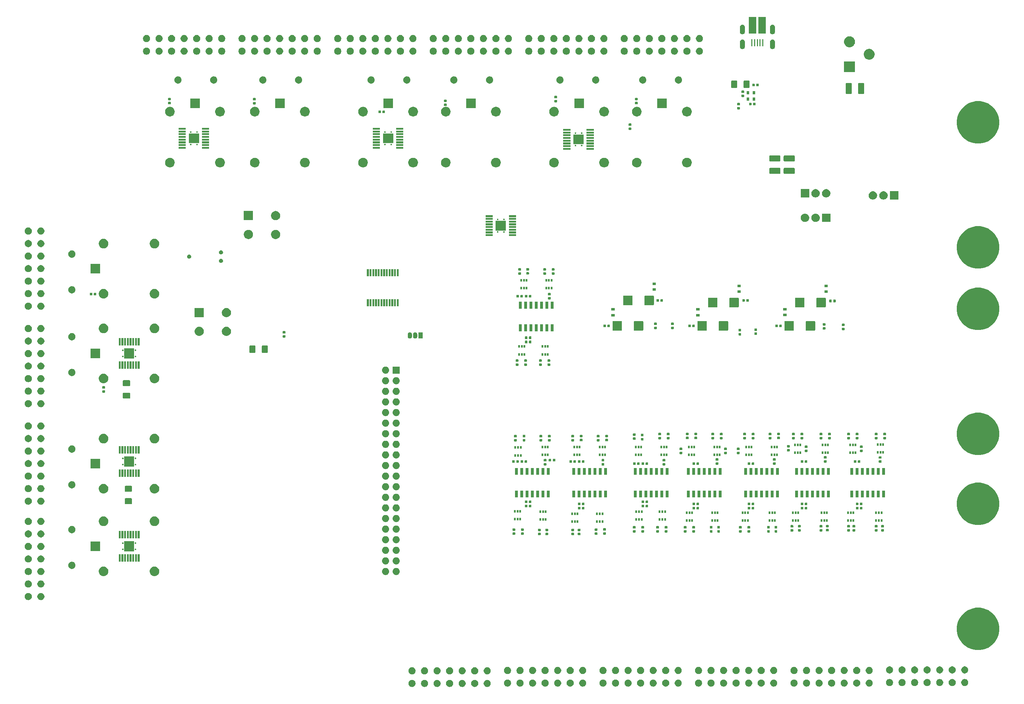
<source format=gbr>
G04 #@! TF.GenerationSoftware,KiCad,Pcbnew,(5.0.0)*
G04 #@! TF.CreationDate,2019-03-12T22:38:42-07:00*
G04 #@! TF.ProjectId,SchematicAutomation,536368656D617469634175746F6D6174,rev?*
G04 #@! TF.SameCoordinates,Original*
G04 #@! TF.FileFunction,Soldermask,Bot*
G04 #@! TF.FilePolarity,Negative*
%FSLAX45Y45*%
G04 Gerber Fmt 4.5, Leading zero omitted, Abs format (unit mm)*
G04 Created by KiCad (PCBNEW (5.0.0)) date 03/12/19 22:38:42*
%MOMM*%
%LPD*%
G01*
G04 APERTURE LIST*
%ADD10C,0.150000*%
G04 APERTURE END LIST*
D10*
G36*
X13851993Y-17632407D02*
X13867462Y-17638814D01*
X13881385Y-17648117D01*
X13893224Y-17659956D01*
X13902526Y-17673878D01*
X13908934Y-17689347D01*
X13912200Y-17705769D01*
X13912200Y-17722512D01*
X13908934Y-17738934D01*
X13902526Y-17754403D01*
X13893224Y-17768325D01*
X13881385Y-17780164D01*
X13867462Y-17789467D01*
X13851993Y-17795874D01*
X13835572Y-17799140D01*
X13818828Y-17799140D01*
X13802407Y-17795874D01*
X13786937Y-17789467D01*
X13773015Y-17780164D01*
X13761176Y-17768325D01*
X13751874Y-17754403D01*
X13745466Y-17738934D01*
X13742200Y-17722512D01*
X13742200Y-17705769D01*
X13745466Y-17689347D01*
X13751874Y-17673878D01*
X13761176Y-17659956D01*
X13773015Y-17648117D01*
X13786937Y-17638814D01*
X13802407Y-17632407D01*
X13818828Y-17629140D01*
X13835572Y-17629140D01*
X13851993Y-17632407D01*
X13851993Y-17632407D01*
G37*
G36*
X14151993Y-17632407D02*
X14167462Y-17638814D01*
X14181385Y-17648117D01*
X14193224Y-17659956D01*
X14202526Y-17673878D01*
X14208934Y-17689347D01*
X14212200Y-17705769D01*
X14212200Y-17722512D01*
X14208934Y-17738934D01*
X14202526Y-17754403D01*
X14193224Y-17768325D01*
X14181385Y-17780164D01*
X14167462Y-17789467D01*
X14151993Y-17795874D01*
X14135572Y-17799140D01*
X14118828Y-17799140D01*
X14102407Y-17795874D01*
X14086937Y-17789467D01*
X14073015Y-17780164D01*
X14061176Y-17768325D01*
X14051874Y-17754403D01*
X14045466Y-17738934D01*
X14042200Y-17722512D01*
X14042200Y-17705769D01*
X14045466Y-17689347D01*
X14051874Y-17673878D01*
X14061176Y-17659956D01*
X14073015Y-17648117D01*
X14086937Y-17638814D01*
X14102407Y-17632407D01*
X14118828Y-17629140D01*
X14135572Y-17629140D01*
X14151993Y-17632407D01*
X14151993Y-17632407D01*
G37*
G36*
X14451993Y-17632407D02*
X14467462Y-17638814D01*
X14481385Y-17648117D01*
X14493224Y-17659956D01*
X14502526Y-17673878D01*
X14508934Y-17689347D01*
X14512200Y-17705769D01*
X14512200Y-17722512D01*
X14508934Y-17738934D01*
X14502526Y-17754403D01*
X14493224Y-17768325D01*
X14481385Y-17780164D01*
X14467462Y-17789467D01*
X14451993Y-17795874D01*
X14435572Y-17799140D01*
X14418828Y-17799140D01*
X14402407Y-17795874D01*
X14386937Y-17789467D01*
X14373015Y-17780164D01*
X14361176Y-17768325D01*
X14351874Y-17754403D01*
X14345466Y-17738934D01*
X14342200Y-17722512D01*
X14342200Y-17705769D01*
X14345466Y-17689347D01*
X14351874Y-17673878D01*
X14361176Y-17659956D01*
X14373015Y-17648117D01*
X14386937Y-17638814D01*
X14402407Y-17632407D01*
X14418828Y-17629140D01*
X14435572Y-17629140D01*
X14451993Y-17632407D01*
X14451993Y-17632407D01*
G37*
G36*
X13551993Y-17632407D02*
X13567462Y-17638814D01*
X13581385Y-17648117D01*
X13593224Y-17659956D01*
X13602526Y-17673878D01*
X13608934Y-17689347D01*
X13612200Y-17705769D01*
X13612200Y-17722512D01*
X13608934Y-17738934D01*
X13602526Y-17754403D01*
X13593224Y-17768325D01*
X13581385Y-17780164D01*
X13567462Y-17789467D01*
X13551993Y-17795874D01*
X13535572Y-17799140D01*
X13518828Y-17799140D01*
X13502407Y-17795874D01*
X13486937Y-17789467D01*
X13473015Y-17780164D01*
X13461176Y-17768325D01*
X13451874Y-17754403D01*
X13445466Y-17738934D01*
X13442200Y-17722512D01*
X13442200Y-17705769D01*
X13445466Y-17689347D01*
X13451874Y-17673878D01*
X13461176Y-17659956D01*
X13473015Y-17648117D01*
X13486937Y-17638814D01*
X13502407Y-17632407D01*
X13518828Y-17629140D01*
X13535572Y-17629140D01*
X13551993Y-17632407D01*
X13551993Y-17632407D01*
G37*
G36*
X14751993Y-17632407D02*
X14767462Y-17638814D01*
X14781385Y-17648117D01*
X14793224Y-17659956D01*
X14802526Y-17673878D01*
X14808934Y-17689347D01*
X14812200Y-17705769D01*
X14812200Y-17722512D01*
X14808934Y-17738934D01*
X14802526Y-17754403D01*
X14793224Y-17768325D01*
X14781385Y-17780164D01*
X14767462Y-17789467D01*
X14751993Y-17795874D01*
X14735572Y-17799140D01*
X14718828Y-17799140D01*
X14702407Y-17795874D01*
X14686937Y-17789467D01*
X14673015Y-17780164D01*
X14661176Y-17768325D01*
X14651874Y-17754403D01*
X14645466Y-17738934D01*
X14642200Y-17722512D01*
X14642200Y-17705769D01*
X14645466Y-17689347D01*
X14651874Y-17673878D01*
X14661176Y-17659956D01*
X14673015Y-17648117D01*
X14686937Y-17638814D01*
X14702407Y-17632407D01*
X14718828Y-17629140D01*
X14735572Y-17629140D01*
X14751993Y-17632407D01*
X14751993Y-17632407D01*
G37*
G36*
X15351993Y-17632407D02*
X15367462Y-17638814D01*
X15381385Y-17648117D01*
X15393224Y-17659956D01*
X15402526Y-17673878D01*
X15408934Y-17689347D01*
X15412200Y-17705769D01*
X15412200Y-17722512D01*
X15408934Y-17738934D01*
X15402526Y-17754403D01*
X15393224Y-17768325D01*
X15381385Y-17780164D01*
X15367462Y-17789467D01*
X15351993Y-17795874D01*
X15335572Y-17799140D01*
X15318828Y-17799140D01*
X15302407Y-17795874D01*
X15286937Y-17789467D01*
X15273015Y-17780164D01*
X15261176Y-17768325D01*
X15251874Y-17754403D01*
X15245466Y-17738934D01*
X15242200Y-17722512D01*
X15242200Y-17705769D01*
X15245466Y-17689347D01*
X15251874Y-17673878D01*
X15261176Y-17659956D01*
X15273015Y-17648117D01*
X15286937Y-17638814D01*
X15302407Y-17632407D01*
X15318828Y-17629140D01*
X15335572Y-17629140D01*
X15351993Y-17632407D01*
X15351993Y-17632407D01*
G37*
G36*
X15051993Y-17632407D02*
X15067462Y-17638814D01*
X15081385Y-17648117D01*
X15093224Y-17659956D01*
X15102526Y-17673878D01*
X15108934Y-17689347D01*
X15112200Y-17705769D01*
X15112200Y-17722512D01*
X15108934Y-17738934D01*
X15102526Y-17754403D01*
X15093224Y-17768325D01*
X15081385Y-17780164D01*
X15067462Y-17789467D01*
X15051993Y-17795874D01*
X15035572Y-17799140D01*
X15018828Y-17799140D01*
X15002407Y-17795874D01*
X14986937Y-17789467D01*
X14973015Y-17780164D01*
X14961176Y-17768325D01*
X14951874Y-17754403D01*
X14945466Y-17738934D01*
X14942200Y-17722512D01*
X14942200Y-17705769D01*
X14945466Y-17689347D01*
X14951874Y-17673878D01*
X14961176Y-17659956D01*
X14973015Y-17648117D01*
X14986937Y-17638814D01*
X15002407Y-17632407D01*
X15018828Y-17629140D01*
X15035572Y-17629140D01*
X15051993Y-17632407D01*
X15051993Y-17632407D01*
G37*
G36*
X23295993Y-17624266D02*
X23311462Y-17630674D01*
X23325385Y-17639976D01*
X23337224Y-17651815D01*
X23346526Y-17665738D01*
X23352934Y-17681207D01*
X23356200Y-17697628D01*
X23356200Y-17714372D01*
X23352934Y-17730793D01*
X23346526Y-17746263D01*
X23337224Y-17760185D01*
X23325385Y-17772024D01*
X23311462Y-17781326D01*
X23295993Y-17787734D01*
X23279572Y-17791000D01*
X23262828Y-17791000D01*
X23246407Y-17787734D01*
X23230937Y-17781326D01*
X23217015Y-17772024D01*
X23205176Y-17760185D01*
X23195874Y-17746263D01*
X23189466Y-17730793D01*
X23186200Y-17714372D01*
X23186200Y-17697628D01*
X23189466Y-17681207D01*
X23195874Y-17665738D01*
X23205176Y-17651815D01*
X23217015Y-17639976D01*
X23230937Y-17630674D01*
X23246407Y-17624266D01*
X23262828Y-17621000D01*
X23279572Y-17621000D01*
X23295993Y-17624266D01*
X23295993Y-17624266D01*
G37*
G36*
X19923993Y-17624266D02*
X19939463Y-17630674D01*
X19953385Y-17639976D01*
X19965224Y-17651815D01*
X19974526Y-17665738D01*
X19980934Y-17681207D01*
X19984200Y-17697628D01*
X19984200Y-17714372D01*
X19980934Y-17730793D01*
X19974526Y-17746263D01*
X19965224Y-17760185D01*
X19953385Y-17772024D01*
X19939463Y-17781326D01*
X19923993Y-17787734D01*
X19907572Y-17791000D01*
X19890828Y-17791000D01*
X19874407Y-17787734D01*
X19858938Y-17781326D01*
X19845015Y-17772024D01*
X19833176Y-17760185D01*
X19823874Y-17746263D01*
X19817466Y-17730793D01*
X19814200Y-17714372D01*
X19814200Y-17697628D01*
X19817466Y-17681207D01*
X19823874Y-17665738D01*
X19833176Y-17651815D01*
X19845015Y-17639976D01*
X19858938Y-17630674D01*
X19874407Y-17624266D01*
X19890828Y-17621000D01*
X19907572Y-17621000D01*
X19923993Y-17624266D01*
X19923993Y-17624266D01*
G37*
G36*
X22995993Y-17624266D02*
X23011462Y-17630674D01*
X23025385Y-17639976D01*
X23037224Y-17651815D01*
X23046526Y-17665738D01*
X23052934Y-17681207D01*
X23056200Y-17697628D01*
X23056200Y-17714372D01*
X23052934Y-17730793D01*
X23046526Y-17746263D01*
X23037224Y-17760185D01*
X23025385Y-17772024D01*
X23011462Y-17781326D01*
X22995993Y-17787734D01*
X22979572Y-17791000D01*
X22962828Y-17791000D01*
X22946407Y-17787734D01*
X22930937Y-17781326D01*
X22917015Y-17772024D01*
X22905176Y-17760185D01*
X22895874Y-17746263D01*
X22889466Y-17730793D01*
X22886200Y-17714372D01*
X22886200Y-17697628D01*
X22889466Y-17681207D01*
X22895874Y-17665738D01*
X22905176Y-17651815D01*
X22917015Y-17639976D01*
X22930937Y-17630674D01*
X22946407Y-17624266D01*
X22962828Y-17621000D01*
X22979572Y-17621000D01*
X22995993Y-17624266D01*
X22995993Y-17624266D01*
G37*
G36*
X22695993Y-17624266D02*
X22711462Y-17630674D01*
X22725385Y-17639976D01*
X22737224Y-17651815D01*
X22746526Y-17665738D01*
X22752934Y-17681207D01*
X22756200Y-17697628D01*
X22756200Y-17714372D01*
X22752934Y-17730793D01*
X22746526Y-17746263D01*
X22737224Y-17760185D01*
X22725385Y-17772024D01*
X22711462Y-17781326D01*
X22695993Y-17787734D01*
X22679572Y-17791000D01*
X22662828Y-17791000D01*
X22646407Y-17787734D01*
X22630937Y-17781326D01*
X22617015Y-17772024D01*
X22605176Y-17760185D01*
X22595874Y-17746263D01*
X22589466Y-17730793D01*
X22586200Y-17714372D01*
X22586200Y-17697628D01*
X22589466Y-17681207D01*
X22595874Y-17665738D01*
X22605176Y-17651815D01*
X22617015Y-17639976D01*
X22630937Y-17630674D01*
X22646407Y-17624266D01*
X22662828Y-17621000D01*
X22679572Y-17621000D01*
X22695993Y-17624266D01*
X22695993Y-17624266D01*
G37*
G36*
X22209993Y-17624266D02*
X22225463Y-17630674D01*
X22239385Y-17639976D01*
X22251224Y-17651815D01*
X22260526Y-17665738D01*
X22266934Y-17681207D01*
X22270200Y-17697628D01*
X22270200Y-17714372D01*
X22266934Y-17730793D01*
X22260526Y-17746263D01*
X22251224Y-17760185D01*
X22239385Y-17772024D01*
X22225463Y-17781326D01*
X22209993Y-17787734D01*
X22193572Y-17791000D01*
X22176828Y-17791000D01*
X22160407Y-17787734D01*
X22144938Y-17781326D01*
X22131015Y-17772024D01*
X22119176Y-17760185D01*
X22109874Y-17746263D01*
X22103466Y-17730793D01*
X22100200Y-17714372D01*
X22100200Y-17697628D01*
X22103466Y-17681207D01*
X22109874Y-17665738D01*
X22119176Y-17651815D01*
X22131015Y-17639976D01*
X22144938Y-17630674D01*
X22160407Y-17624266D01*
X22176828Y-17621000D01*
X22193572Y-17621000D01*
X22209993Y-17624266D01*
X22209993Y-17624266D01*
G37*
G36*
X21909993Y-17624266D02*
X21925463Y-17630674D01*
X21939385Y-17639976D01*
X21951224Y-17651815D01*
X21960526Y-17665738D01*
X21966934Y-17681207D01*
X21970200Y-17697628D01*
X21970200Y-17714372D01*
X21966934Y-17730793D01*
X21960526Y-17746263D01*
X21951224Y-17760185D01*
X21939385Y-17772024D01*
X21925463Y-17781326D01*
X21909993Y-17787734D01*
X21893572Y-17791000D01*
X21876828Y-17791000D01*
X21860407Y-17787734D01*
X21844938Y-17781326D01*
X21831015Y-17772024D01*
X21819176Y-17760185D01*
X21809874Y-17746263D01*
X21803466Y-17730793D01*
X21800200Y-17714372D01*
X21800200Y-17697628D01*
X21803466Y-17681207D01*
X21809874Y-17665738D01*
X21819176Y-17651815D01*
X21831015Y-17639976D01*
X21844938Y-17630674D01*
X21860407Y-17624266D01*
X21876828Y-17621000D01*
X21893572Y-17621000D01*
X21909993Y-17624266D01*
X21909993Y-17624266D01*
G37*
G36*
X18723993Y-17624266D02*
X18739463Y-17630674D01*
X18753385Y-17639976D01*
X18765224Y-17651815D01*
X18774526Y-17665738D01*
X18780934Y-17681207D01*
X18784200Y-17697628D01*
X18784200Y-17714372D01*
X18780934Y-17730793D01*
X18774526Y-17746263D01*
X18765224Y-17760185D01*
X18753385Y-17772024D01*
X18739463Y-17781326D01*
X18723993Y-17787734D01*
X18707572Y-17791000D01*
X18690828Y-17791000D01*
X18674407Y-17787734D01*
X18658938Y-17781326D01*
X18645015Y-17772024D01*
X18633176Y-17760185D01*
X18623874Y-17746263D01*
X18617466Y-17730793D01*
X18614200Y-17714372D01*
X18614200Y-17697628D01*
X18617466Y-17681207D01*
X18623874Y-17665738D01*
X18633176Y-17651815D01*
X18645015Y-17639976D01*
X18658938Y-17630674D01*
X18674407Y-17624266D01*
X18690828Y-17621000D01*
X18707572Y-17621000D01*
X18723993Y-17624266D01*
X18723993Y-17624266D01*
G37*
G36*
X21309993Y-17624266D02*
X21325463Y-17630674D01*
X21339385Y-17639976D01*
X21351224Y-17651815D01*
X21360526Y-17665738D01*
X21366934Y-17681207D01*
X21370200Y-17697628D01*
X21370200Y-17714372D01*
X21366934Y-17730793D01*
X21360526Y-17746263D01*
X21351224Y-17760185D01*
X21339385Y-17772024D01*
X21325463Y-17781326D01*
X21309993Y-17787734D01*
X21293572Y-17791000D01*
X21276828Y-17791000D01*
X21260407Y-17787734D01*
X21244938Y-17781326D01*
X21231015Y-17772024D01*
X21219176Y-17760185D01*
X21209874Y-17746263D01*
X21203466Y-17730793D01*
X21200200Y-17714372D01*
X21200200Y-17697628D01*
X21203466Y-17681207D01*
X21209874Y-17665738D01*
X21219176Y-17651815D01*
X21231015Y-17639976D01*
X21244938Y-17630674D01*
X21260407Y-17624266D01*
X21276828Y-17621000D01*
X21293572Y-17621000D01*
X21309993Y-17624266D01*
X21309993Y-17624266D01*
G37*
G36*
X21009993Y-17624266D02*
X21025463Y-17630674D01*
X21039385Y-17639976D01*
X21051224Y-17651815D01*
X21060526Y-17665738D01*
X21066934Y-17681207D01*
X21070200Y-17697628D01*
X21070200Y-17714372D01*
X21066934Y-17730793D01*
X21060526Y-17746263D01*
X21051224Y-17760185D01*
X21039385Y-17772024D01*
X21025463Y-17781326D01*
X21009993Y-17787734D01*
X20993572Y-17791000D01*
X20976828Y-17791000D01*
X20960407Y-17787734D01*
X20944938Y-17781326D01*
X20931015Y-17772024D01*
X20919176Y-17760185D01*
X20909874Y-17746263D01*
X20903466Y-17730793D01*
X20900200Y-17714372D01*
X20900200Y-17697628D01*
X20903466Y-17681207D01*
X20909874Y-17665738D01*
X20919176Y-17651815D01*
X20931015Y-17639976D01*
X20944938Y-17630674D01*
X20960407Y-17624266D01*
X20976828Y-17621000D01*
X20993572Y-17621000D01*
X21009993Y-17624266D01*
X21009993Y-17624266D01*
G37*
G36*
X20709993Y-17624266D02*
X20725463Y-17630674D01*
X20739385Y-17639976D01*
X20751224Y-17651815D01*
X20760526Y-17665738D01*
X20766934Y-17681207D01*
X20770200Y-17697628D01*
X20770200Y-17714372D01*
X20766934Y-17730793D01*
X20760526Y-17746263D01*
X20751224Y-17760185D01*
X20739385Y-17772024D01*
X20725463Y-17781326D01*
X20709993Y-17787734D01*
X20693572Y-17791000D01*
X20676828Y-17791000D01*
X20660407Y-17787734D01*
X20644938Y-17781326D01*
X20631015Y-17772024D01*
X20619176Y-17760185D01*
X20609874Y-17746263D01*
X20603466Y-17730793D01*
X20600200Y-17714372D01*
X20600200Y-17697628D01*
X20603466Y-17681207D01*
X20609874Y-17665738D01*
X20619176Y-17651815D01*
X20631015Y-17639976D01*
X20644938Y-17630674D01*
X20660407Y-17624266D01*
X20676828Y-17621000D01*
X20693572Y-17621000D01*
X20709993Y-17624266D01*
X20709993Y-17624266D01*
G37*
G36*
X20409993Y-17624266D02*
X20425463Y-17630674D01*
X20439385Y-17639976D01*
X20451224Y-17651815D01*
X20460526Y-17665738D01*
X20466934Y-17681207D01*
X20470200Y-17697628D01*
X20470200Y-17714372D01*
X20466934Y-17730793D01*
X20460526Y-17746263D01*
X20451224Y-17760185D01*
X20439385Y-17772024D01*
X20425463Y-17781326D01*
X20409993Y-17787734D01*
X20393572Y-17791000D01*
X20376828Y-17791000D01*
X20360407Y-17787734D01*
X20344938Y-17781326D01*
X20331015Y-17772024D01*
X20319176Y-17760185D01*
X20309874Y-17746263D01*
X20303466Y-17730793D01*
X20300200Y-17714372D01*
X20300200Y-17697628D01*
X20303466Y-17681207D01*
X20309874Y-17665738D01*
X20319176Y-17651815D01*
X20331015Y-17639976D01*
X20344938Y-17630674D01*
X20360407Y-17624266D01*
X20376828Y-17621000D01*
X20393572Y-17621000D01*
X20409993Y-17624266D01*
X20409993Y-17624266D01*
G37*
G36*
X19623993Y-17624266D02*
X19639463Y-17630674D01*
X19653385Y-17639976D01*
X19665224Y-17651815D01*
X19674526Y-17665738D01*
X19680934Y-17681207D01*
X19684200Y-17697628D01*
X19684200Y-17714372D01*
X19680934Y-17730793D01*
X19674526Y-17746263D01*
X19665224Y-17760185D01*
X19653385Y-17772024D01*
X19639463Y-17781326D01*
X19623993Y-17787734D01*
X19607572Y-17791000D01*
X19590828Y-17791000D01*
X19574407Y-17787734D01*
X19558938Y-17781326D01*
X19545015Y-17772024D01*
X19533176Y-17760185D01*
X19523874Y-17746263D01*
X19517466Y-17730793D01*
X19514200Y-17714372D01*
X19514200Y-17697628D01*
X19517466Y-17681207D01*
X19523874Y-17665738D01*
X19533176Y-17651815D01*
X19545015Y-17639976D01*
X19558938Y-17630674D01*
X19574407Y-17624266D01*
X19590828Y-17621000D01*
X19607572Y-17621000D01*
X19623993Y-17624266D01*
X19623993Y-17624266D01*
G37*
G36*
X19323993Y-17624266D02*
X19339463Y-17630674D01*
X19353385Y-17639976D01*
X19365224Y-17651815D01*
X19374526Y-17665738D01*
X19380934Y-17681207D01*
X19384200Y-17697628D01*
X19384200Y-17714372D01*
X19380934Y-17730793D01*
X19374526Y-17746263D01*
X19365224Y-17760185D01*
X19353385Y-17772024D01*
X19339463Y-17781326D01*
X19323993Y-17787734D01*
X19307572Y-17791000D01*
X19290828Y-17791000D01*
X19274407Y-17787734D01*
X19258938Y-17781326D01*
X19245015Y-17772024D01*
X19233176Y-17760185D01*
X19223874Y-17746263D01*
X19217466Y-17730793D01*
X19214200Y-17714372D01*
X19214200Y-17697628D01*
X19217466Y-17681207D01*
X19223874Y-17665738D01*
X19233176Y-17651815D01*
X19245015Y-17639976D01*
X19258938Y-17630674D01*
X19274407Y-17624266D01*
X19290828Y-17621000D01*
X19307572Y-17621000D01*
X19323993Y-17624266D01*
X19323993Y-17624266D01*
G37*
G36*
X19023993Y-17624266D02*
X19039463Y-17630674D01*
X19053385Y-17639976D01*
X19065224Y-17651815D01*
X19074526Y-17665738D01*
X19080934Y-17681207D01*
X19084200Y-17697628D01*
X19084200Y-17714372D01*
X19080934Y-17730793D01*
X19074526Y-17746263D01*
X19065224Y-17760185D01*
X19053385Y-17772024D01*
X19039463Y-17781326D01*
X19023993Y-17787734D01*
X19007572Y-17791000D01*
X18990828Y-17791000D01*
X18974407Y-17787734D01*
X18958938Y-17781326D01*
X18945015Y-17772024D01*
X18933176Y-17760185D01*
X18923874Y-17746263D01*
X18917466Y-17730793D01*
X18914200Y-17714372D01*
X18914200Y-17697628D01*
X18917466Y-17681207D01*
X18923874Y-17665738D01*
X18933176Y-17651815D01*
X18945015Y-17639976D01*
X18958938Y-17630674D01*
X18974407Y-17624266D01*
X18990828Y-17621000D01*
X19007572Y-17621000D01*
X19023993Y-17624266D01*
X19023993Y-17624266D01*
G37*
G36*
X23895993Y-17624266D02*
X23911462Y-17630674D01*
X23925385Y-17639976D01*
X23937224Y-17651815D01*
X23946526Y-17665738D01*
X23952934Y-17681207D01*
X23956200Y-17697628D01*
X23956200Y-17714372D01*
X23952934Y-17730793D01*
X23946526Y-17746263D01*
X23937224Y-17760185D01*
X23925385Y-17772024D01*
X23911462Y-17781326D01*
X23895993Y-17787734D01*
X23879572Y-17791000D01*
X23862828Y-17791000D01*
X23846407Y-17787734D01*
X23830937Y-17781326D01*
X23817015Y-17772024D01*
X23805176Y-17760185D01*
X23795874Y-17746263D01*
X23789466Y-17730793D01*
X23786200Y-17714372D01*
X23786200Y-17697628D01*
X23789466Y-17681207D01*
X23795874Y-17665738D01*
X23805176Y-17651815D01*
X23817015Y-17639976D01*
X23830937Y-17630674D01*
X23846407Y-17624266D01*
X23862828Y-17621000D01*
X23879572Y-17621000D01*
X23895993Y-17624266D01*
X23895993Y-17624266D01*
G37*
G36*
X23595993Y-17624266D02*
X23611462Y-17630674D01*
X23625385Y-17639976D01*
X23637224Y-17651815D01*
X23646526Y-17665738D01*
X23652934Y-17681207D01*
X23656200Y-17697628D01*
X23656200Y-17714372D01*
X23652934Y-17730793D01*
X23646526Y-17746263D01*
X23637224Y-17760185D01*
X23625385Y-17772024D01*
X23611462Y-17781326D01*
X23595993Y-17787734D01*
X23579572Y-17791000D01*
X23562828Y-17791000D01*
X23546407Y-17787734D01*
X23530937Y-17781326D01*
X23517015Y-17772024D01*
X23505176Y-17760185D01*
X23495874Y-17746263D01*
X23489466Y-17730793D01*
X23486200Y-17714372D01*
X23486200Y-17697628D01*
X23489466Y-17681207D01*
X23495874Y-17665738D01*
X23505176Y-17651815D01*
X23517015Y-17639976D01*
X23530937Y-17630674D01*
X23546407Y-17624266D01*
X23562828Y-17621000D01*
X23579572Y-17621000D01*
X23595993Y-17624266D01*
X23595993Y-17624266D01*
G37*
G36*
X18423993Y-17624266D02*
X18439463Y-17630674D01*
X18453385Y-17639976D01*
X18465224Y-17651815D01*
X18474526Y-17665738D01*
X18480934Y-17681207D01*
X18484200Y-17697628D01*
X18484200Y-17714372D01*
X18480934Y-17730793D01*
X18474526Y-17746263D01*
X18465224Y-17760185D01*
X18453385Y-17772024D01*
X18439463Y-17781326D01*
X18423993Y-17787734D01*
X18407572Y-17791000D01*
X18390828Y-17791000D01*
X18374407Y-17787734D01*
X18358938Y-17781326D01*
X18345015Y-17772024D01*
X18333176Y-17760185D01*
X18323874Y-17746263D01*
X18317466Y-17730793D01*
X18314200Y-17714372D01*
X18314200Y-17697628D01*
X18317466Y-17681207D01*
X18323874Y-17665738D01*
X18333176Y-17651815D01*
X18345015Y-17639976D01*
X18358938Y-17630674D01*
X18374407Y-17624266D01*
X18390828Y-17621000D01*
X18407572Y-17621000D01*
X18423993Y-17624266D01*
X18423993Y-17624266D01*
G37*
G36*
X18123993Y-17624266D02*
X18139463Y-17630674D01*
X18153385Y-17639976D01*
X18165224Y-17651815D01*
X18174526Y-17665738D01*
X18180934Y-17681207D01*
X18184200Y-17697628D01*
X18184200Y-17714372D01*
X18180934Y-17730793D01*
X18174526Y-17746263D01*
X18165224Y-17760185D01*
X18153385Y-17772024D01*
X18139463Y-17781326D01*
X18123993Y-17787734D01*
X18107572Y-17791000D01*
X18090828Y-17791000D01*
X18074407Y-17787734D01*
X18058938Y-17781326D01*
X18045015Y-17772024D01*
X18033176Y-17760185D01*
X18023874Y-17746263D01*
X18017466Y-17730793D01*
X18014200Y-17714372D01*
X18014200Y-17697628D01*
X18017466Y-17681207D01*
X18023874Y-17665738D01*
X18033176Y-17651815D01*
X18045015Y-17639976D01*
X18058938Y-17630674D01*
X18074407Y-17624266D01*
X18090828Y-17621000D01*
X18107572Y-17621000D01*
X18123993Y-17624266D01*
X18123993Y-17624266D01*
G37*
G36*
X17637993Y-17624266D02*
X17653463Y-17630674D01*
X17667385Y-17639976D01*
X17679224Y-17651815D01*
X17688526Y-17665738D01*
X17694934Y-17681207D01*
X17698200Y-17697628D01*
X17698200Y-17714372D01*
X17694934Y-17730793D01*
X17688526Y-17746263D01*
X17679224Y-17760185D01*
X17667385Y-17772024D01*
X17653463Y-17781326D01*
X17637993Y-17787734D01*
X17621572Y-17791000D01*
X17604828Y-17791000D01*
X17588407Y-17787734D01*
X17572938Y-17781326D01*
X17559015Y-17772024D01*
X17547176Y-17760185D01*
X17537874Y-17746263D01*
X17531466Y-17730793D01*
X17528200Y-17714372D01*
X17528200Y-17697628D01*
X17531466Y-17681207D01*
X17537874Y-17665738D01*
X17547176Y-17651815D01*
X17559015Y-17639976D01*
X17572938Y-17630674D01*
X17588407Y-17624266D01*
X17604828Y-17621000D01*
X17621572Y-17621000D01*
X17637993Y-17624266D01*
X17637993Y-17624266D01*
G37*
G36*
X15837993Y-17624266D02*
X15853462Y-17630674D01*
X15867385Y-17639976D01*
X15879224Y-17651815D01*
X15888526Y-17665738D01*
X15894934Y-17681207D01*
X15898200Y-17697628D01*
X15898200Y-17714372D01*
X15894934Y-17730793D01*
X15888526Y-17746263D01*
X15879224Y-17760185D01*
X15867385Y-17772024D01*
X15853462Y-17781326D01*
X15837993Y-17787734D01*
X15821572Y-17791000D01*
X15804828Y-17791000D01*
X15788407Y-17787734D01*
X15772937Y-17781326D01*
X15759015Y-17772024D01*
X15747176Y-17760185D01*
X15737874Y-17746263D01*
X15731466Y-17730793D01*
X15728200Y-17714372D01*
X15728200Y-17697628D01*
X15731466Y-17681207D01*
X15737874Y-17665738D01*
X15747176Y-17651815D01*
X15759015Y-17639976D01*
X15772937Y-17630674D01*
X15788407Y-17624266D01*
X15804828Y-17621000D01*
X15821572Y-17621000D01*
X15837993Y-17624266D01*
X15837993Y-17624266D01*
G37*
G36*
X17337993Y-17624266D02*
X17353463Y-17630674D01*
X17367385Y-17639976D01*
X17379224Y-17651815D01*
X17388526Y-17665738D01*
X17394934Y-17681207D01*
X17398200Y-17697628D01*
X17398200Y-17714372D01*
X17394934Y-17730793D01*
X17388526Y-17746263D01*
X17379224Y-17760185D01*
X17367385Y-17772024D01*
X17353463Y-17781326D01*
X17337993Y-17787734D01*
X17321572Y-17791000D01*
X17304828Y-17791000D01*
X17288407Y-17787734D01*
X17272938Y-17781326D01*
X17259015Y-17772024D01*
X17247176Y-17760185D01*
X17237874Y-17746263D01*
X17231466Y-17730793D01*
X17228200Y-17714372D01*
X17228200Y-17697628D01*
X17231466Y-17681207D01*
X17237874Y-17665738D01*
X17247176Y-17651815D01*
X17259015Y-17639976D01*
X17272938Y-17630674D01*
X17288407Y-17624266D01*
X17304828Y-17621000D01*
X17321572Y-17621000D01*
X17337993Y-17624266D01*
X17337993Y-17624266D01*
G37*
G36*
X17037993Y-17624266D02*
X17053463Y-17630674D01*
X17067385Y-17639976D01*
X17079224Y-17651815D01*
X17088526Y-17665738D01*
X17094934Y-17681207D01*
X17098200Y-17697628D01*
X17098200Y-17714372D01*
X17094934Y-17730793D01*
X17088526Y-17746263D01*
X17079224Y-17760185D01*
X17067385Y-17772024D01*
X17053463Y-17781326D01*
X17037993Y-17787734D01*
X17021572Y-17791000D01*
X17004828Y-17791000D01*
X16988407Y-17787734D01*
X16972938Y-17781326D01*
X16959015Y-17772024D01*
X16947176Y-17760185D01*
X16937874Y-17746263D01*
X16931466Y-17730793D01*
X16928200Y-17714372D01*
X16928200Y-17697628D01*
X16931466Y-17681207D01*
X16937874Y-17665738D01*
X16947176Y-17651815D01*
X16959015Y-17639976D01*
X16972938Y-17630674D01*
X16988407Y-17624266D01*
X17004828Y-17621000D01*
X17021572Y-17621000D01*
X17037993Y-17624266D01*
X17037993Y-17624266D01*
G37*
G36*
X16437993Y-17624266D02*
X16453462Y-17630674D01*
X16467385Y-17639976D01*
X16479224Y-17651815D01*
X16488526Y-17665738D01*
X16494934Y-17681207D01*
X16498200Y-17697628D01*
X16498200Y-17714372D01*
X16494934Y-17730793D01*
X16488526Y-17746263D01*
X16479224Y-17760185D01*
X16467385Y-17772024D01*
X16453462Y-17781326D01*
X16437993Y-17787734D01*
X16421572Y-17791000D01*
X16404828Y-17791000D01*
X16388407Y-17787734D01*
X16372937Y-17781326D01*
X16359015Y-17772024D01*
X16347176Y-17760185D01*
X16337874Y-17746263D01*
X16331466Y-17730793D01*
X16328200Y-17714372D01*
X16328200Y-17697628D01*
X16331466Y-17681207D01*
X16337874Y-17665738D01*
X16347176Y-17651815D01*
X16359015Y-17639976D01*
X16372937Y-17630674D01*
X16388407Y-17624266D01*
X16404828Y-17621000D01*
X16421572Y-17621000D01*
X16437993Y-17624266D01*
X16437993Y-17624266D01*
G37*
G36*
X16137993Y-17624266D02*
X16153462Y-17630674D01*
X16167385Y-17639976D01*
X16179224Y-17651815D01*
X16188526Y-17665738D01*
X16194934Y-17681207D01*
X16198200Y-17697628D01*
X16198200Y-17714372D01*
X16194934Y-17730793D01*
X16188526Y-17746263D01*
X16179224Y-17760185D01*
X16167385Y-17772024D01*
X16153462Y-17781326D01*
X16137993Y-17787734D01*
X16121572Y-17791000D01*
X16104828Y-17791000D01*
X16088407Y-17787734D01*
X16072937Y-17781326D01*
X16059015Y-17772024D01*
X16047176Y-17760185D01*
X16037874Y-17746263D01*
X16031466Y-17730793D01*
X16028200Y-17714372D01*
X16028200Y-17697628D01*
X16031466Y-17681207D01*
X16037874Y-17665738D01*
X16047176Y-17651815D01*
X16059015Y-17639976D01*
X16072937Y-17630674D01*
X16088407Y-17624266D01*
X16104828Y-17621000D01*
X16121572Y-17621000D01*
X16137993Y-17624266D01*
X16137993Y-17624266D01*
G37*
G36*
X24495993Y-17624266D02*
X24511462Y-17630674D01*
X24525385Y-17639976D01*
X24537224Y-17651815D01*
X24546526Y-17665738D01*
X24552934Y-17681207D01*
X24556200Y-17697628D01*
X24556200Y-17714372D01*
X24552934Y-17730793D01*
X24546526Y-17746263D01*
X24537224Y-17760185D01*
X24525385Y-17772024D01*
X24511462Y-17781326D01*
X24495993Y-17787734D01*
X24479572Y-17791000D01*
X24462828Y-17791000D01*
X24446407Y-17787734D01*
X24430937Y-17781326D01*
X24417015Y-17772024D01*
X24405176Y-17760185D01*
X24395874Y-17746263D01*
X24389466Y-17730793D01*
X24386200Y-17714372D01*
X24386200Y-17697628D01*
X24389466Y-17681207D01*
X24395874Y-17665738D01*
X24405176Y-17651815D01*
X24417015Y-17639976D01*
X24430937Y-17630674D01*
X24446407Y-17624266D01*
X24462828Y-17621000D01*
X24479572Y-17621000D01*
X24495993Y-17624266D01*
X24495993Y-17624266D01*
G37*
G36*
X21609993Y-17624266D02*
X21625463Y-17630674D01*
X21639385Y-17639976D01*
X21651224Y-17651815D01*
X21660526Y-17665738D01*
X21666934Y-17681207D01*
X21670200Y-17697628D01*
X21670200Y-17714372D01*
X21666934Y-17730793D01*
X21660526Y-17746263D01*
X21651224Y-17760185D01*
X21639385Y-17772024D01*
X21625463Y-17781326D01*
X21609993Y-17787734D01*
X21593572Y-17791000D01*
X21576828Y-17791000D01*
X21560407Y-17787734D01*
X21544938Y-17781326D01*
X21531015Y-17772024D01*
X21519176Y-17760185D01*
X21509874Y-17746263D01*
X21503466Y-17730793D01*
X21500200Y-17714372D01*
X21500200Y-17697628D01*
X21503466Y-17681207D01*
X21509874Y-17665738D01*
X21519176Y-17651815D01*
X21531015Y-17639976D01*
X21544938Y-17630674D01*
X21560407Y-17624266D01*
X21576828Y-17621000D01*
X21593572Y-17621000D01*
X21609993Y-17624266D01*
X21609993Y-17624266D01*
G37*
G36*
X24195993Y-17624266D02*
X24211462Y-17630674D01*
X24225385Y-17639976D01*
X24237224Y-17651815D01*
X24246526Y-17665738D01*
X24252934Y-17681207D01*
X24256200Y-17697628D01*
X24256200Y-17714372D01*
X24252934Y-17730793D01*
X24246526Y-17746263D01*
X24237224Y-17760185D01*
X24225385Y-17772024D01*
X24211462Y-17781326D01*
X24195993Y-17787734D01*
X24179572Y-17791000D01*
X24162828Y-17791000D01*
X24146407Y-17787734D01*
X24130937Y-17781326D01*
X24117015Y-17772024D01*
X24105176Y-17760185D01*
X24095874Y-17746263D01*
X24089466Y-17730793D01*
X24086200Y-17714372D01*
X24086200Y-17697628D01*
X24089466Y-17681207D01*
X24095874Y-17665738D01*
X24105176Y-17651815D01*
X24117015Y-17639976D01*
X24130937Y-17630674D01*
X24146407Y-17624266D01*
X24162828Y-17621000D01*
X24179572Y-17621000D01*
X24195993Y-17624266D01*
X24195993Y-17624266D01*
G37*
G36*
X16737993Y-17624266D02*
X16753462Y-17630674D01*
X16767385Y-17639976D01*
X16779224Y-17651815D01*
X16788526Y-17665738D01*
X16794934Y-17681207D01*
X16798200Y-17697628D01*
X16798200Y-17714372D01*
X16794934Y-17730793D01*
X16788526Y-17746263D01*
X16779224Y-17760185D01*
X16767385Y-17772024D01*
X16753462Y-17781326D01*
X16737993Y-17787734D01*
X16721572Y-17791000D01*
X16704828Y-17791000D01*
X16688407Y-17787734D01*
X16672937Y-17781326D01*
X16659015Y-17772024D01*
X16647176Y-17760185D01*
X16637874Y-17746263D01*
X16631466Y-17730793D01*
X16628200Y-17714372D01*
X16628200Y-17697628D01*
X16631466Y-17681207D01*
X16637874Y-17665738D01*
X16647176Y-17651815D01*
X16659015Y-17639976D01*
X16672937Y-17630674D01*
X16688407Y-17624266D01*
X16704828Y-17621000D01*
X16721572Y-17621000D01*
X16737993Y-17624266D01*
X16737993Y-17624266D01*
G37*
G36*
X26781993Y-17611566D02*
X26797462Y-17617974D01*
X26811385Y-17627276D01*
X26823224Y-17639115D01*
X26832526Y-17653038D01*
X26838934Y-17668507D01*
X26842200Y-17684928D01*
X26842200Y-17701672D01*
X26838934Y-17718093D01*
X26832526Y-17733563D01*
X26823224Y-17747485D01*
X26811385Y-17759324D01*
X26797462Y-17768626D01*
X26781993Y-17775034D01*
X26765572Y-17778300D01*
X26748828Y-17778300D01*
X26732407Y-17775034D01*
X26716937Y-17768626D01*
X26703015Y-17759324D01*
X26691176Y-17747485D01*
X26681874Y-17733563D01*
X26675466Y-17718093D01*
X26672200Y-17701672D01*
X26672200Y-17684928D01*
X26675466Y-17668507D01*
X26681874Y-17653038D01*
X26691176Y-17639115D01*
X26703015Y-17627276D01*
X26716937Y-17617974D01*
X26732407Y-17611566D01*
X26748828Y-17608300D01*
X26765572Y-17608300D01*
X26781993Y-17611566D01*
X26781993Y-17611566D01*
G37*
G36*
X25881993Y-17611566D02*
X25897462Y-17617974D01*
X25911385Y-17627276D01*
X25923224Y-17639115D01*
X25932526Y-17653038D01*
X25938934Y-17668507D01*
X25942200Y-17684928D01*
X25942200Y-17701672D01*
X25938934Y-17718093D01*
X25932526Y-17733563D01*
X25923224Y-17747485D01*
X25911385Y-17759324D01*
X25897462Y-17768626D01*
X25881993Y-17775034D01*
X25865572Y-17778300D01*
X25848828Y-17778300D01*
X25832407Y-17775034D01*
X25816937Y-17768626D01*
X25803015Y-17759324D01*
X25791176Y-17747485D01*
X25781874Y-17733563D01*
X25775466Y-17718093D01*
X25772200Y-17701672D01*
X25772200Y-17684928D01*
X25775466Y-17668507D01*
X25781874Y-17653038D01*
X25791176Y-17639115D01*
X25803015Y-17627276D01*
X25816937Y-17617974D01*
X25832407Y-17611566D01*
X25848828Y-17608300D01*
X25865572Y-17608300D01*
X25881993Y-17611566D01*
X25881993Y-17611566D01*
G37*
G36*
X26181993Y-17611566D02*
X26197462Y-17617974D01*
X26211385Y-17627276D01*
X26223224Y-17639115D01*
X26232526Y-17653038D01*
X26238934Y-17668507D01*
X26242200Y-17684928D01*
X26242200Y-17701672D01*
X26238934Y-17718093D01*
X26232526Y-17733563D01*
X26223224Y-17747485D01*
X26211385Y-17759324D01*
X26197462Y-17768626D01*
X26181993Y-17775034D01*
X26165572Y-17778300D01*
X26148828Y-17778300D01*
X26132407Y-17775034D01*
X26116937Y-17768626D01*
X26103015Y-17759324D01*
X26091176Y-17747485D01*
X26081874Y-17733563D01*
X26075466Y-17718093D01*
X26072200Y-17701672D01*
X26072200Y-17684928D01*
X26075466Y-17668507D01*
X26081874Y-17653038D01*
X26091176Y-17639115D01*
X26103015Y-17627276D01*
X26116937Y-17617974D01*
X26132407Y-17611566D01*
X26148828Y-17608300D01*
X26165572Y-17608300D01*
X26181993Y-17611566D01*
X26181993Y-17611566D01*
G37*
G36*
X26481993Y-17611566D02*
X26497462Y-17617974D01*
X26511385Y-17627276D01*
X26523224Y-17639115D01*
X26532526Y-17653038D01*
X26538934Y-17668507D01*
X26542200Y-17684928D01*
X26542200Y-17701672D01*
X26538934Y-17718093D01*
X26532526Y-17733563D01*
X26523224Y-17747485D01*
X26511385Y-17759324D01*
X26497462Y-17768626D01*
X26481993Y-17775034D01*
X26465572Y-17778300D01*
X26448828Y-17778300D01*
X26432407Y-17775034D01*
X26416937Y-17768626D01*
X26403015Y-17759324D01*
X26391176Y-17747485D01*
X26381874Y-17733563D01*
X26375466Y-17718093D01*
X26372200Y-17701672D01*
X26372200Y-17684928D01*
X26375466Y-17668507D01*
X26381874Y-17653038D01*
X26391176Y-17639115D01*
X26403015Y-17627276D01*
X26416937Y-17617974D01*
X26432407Y-17611566D01*
X26448828Y-17608300D01*
X26465572Y-17608300D01*
X26481993Y-17611566D01*
X26481993Y-17611566D01*
G37*
G36*
X25281993Y-17611566D02*
X25297462Y-17617974D01*
X25311385Y-17627276D01*
X25323224Y-17639115D01*
X25332526Y-17653038D01*
X25338934Y-17668507D01*
X25342200Y-17684928D01*
X25342200Y-17701672D01*
X25338934Y-17718093D01*
X25332526Y-17733563D01*
X25323224Y-17747485D01*
X25311385Y-17759324D01*
X25297462Y-17768626D01*
X25281993Y-17775034D01*
X25265572Y-17778300D01*
X25248828Y-17778300D01*
X25232407Y-17775034D01*
X25216937Y-17768626D01*
X25203015Y-17759324D01*
X25191176Y-17747485D01*
X25181874Y-17733563D01*
X25175466Y-17718093D01*
X25172200Y-17701672D01*
X25172200Y-17684928D01*
X25175466Y-17668507D01*
X25181874Y-17653038D01*
X25191176Y-17639115D01*
X25203015Y-17627276D01*
X25216937Y-17617974D01*
X25232407Y-17611566D01*
X25248828Y-17608300D01*
X25265572Y-17608300D01*
X25281993Y-17611566D01*
X25281993Y-17611566D01*
G37*
G36*
X24981993Y-17611566D02*
X24997462Y-17617974D01*
X25011385Y-17627276D01*
X25023224Y-17639115D01*
X25032526Y-17653038D01*
X25038934Y-17668507D01*
X25042200Y-17684928D01*
X25042200Y-17701672D01*
X25038934Y-17718093D01*
X25032526Y-17733563D01*
X25023224Y-17747485D01*
X25011385Y-17759324D01*
X24997462Y-17768626D01*
X24981993Y-17775034D01*
X24965572Y-17778300D01*
X24948828Y-17778300D01*
X24932407Y-17775034D01*
X24916937Y-17768626D01*
X24903015Y-17759324D01*
X24891176Y-17747485D01*
X24881874Y-17733563D01*
X24875466Y-17718093D01*
X24872200Y-17701672D01*
X24872200Y-17684928D01*
X24875466Y-17668507D01*
X24881874Y-17653038D01*
X24891176Y-17639115D01*
X24903015Y-17627276D01*
X24916937Y-17617974D01*
X24932407Y-17611566D01*
X24948828Y-17608300D01*
X24965572Y-17608300D01*
X24981993Y-17611566D01*
X24981993Y-17611566D01*
G37*
G36*
X25581993Y-17611566D02*
X25597462Y-17617974D01*
X25611385Y-17627276D01*
X25623224Y-17639115D01*
X25632526Y-17653038D01*
X25638934Y-17668507D01*
X25642200Y-17684928D01*
X25642200Y-17701672D01*
X25638934Y-17718093D01*
X25632526Y-17733563D01*
X25623224Y-17747485D01*
X25611385Y-17759324D01*
X25597462Y-17768626D01*
X25581993Y-17775034D01*
X25565572Y-17778300D01*
X25548828Y-17778300D01*
X25532407Y-17775034D01*
X25516937Y-17768626D01*
X25503015Y-17759324D01*
X25491176Y-17747485D01*
X25481874Y-17733563D01*
X25475466Y-17718093D01*
X25472200Y-17701672D01*
X25472200Y-17684928D01*
X25475466Y-17668507D01*
X25481874Y-17653038D01*
X25491176Y-17639115D01*
X25503015Y-17627276D01*
X25516937Y-17617974D01*
X25532407Y-17611566D01*
X25548828Y-17608300D01*
X25565572Y-17608300D01*
X25581993Y-17611566D01*
X25581993Y-17611566D01*
G37*
G36*
X15051993Y-17330407D02*
X15067462Y-17336814D01*
X15081385Y-17346117D01*
X15093224Y-17357956D01*
X15102526Y-17371878D01*
X15108934Y-17387347D01*
X15112200Y-17403769D01*
X15112200Y-17420512D01*
X15108934Y-17436934D01*
X15102526Y-17452403D01*
X15093224Y-17466325D01*
X15081385Y-17478164D01*
X15067462Y-17487467D01*
X15051993Y-17493874D01*
X15035572Y-17497140D01*
X15018828Y-17497140D01*
X15002407Y-17493874D01*
X14986937Y-17487467D01*
X14973015Y-17478164D01*
X14961176Y-17466325D01*
X14951874Y-17452403D01*
X14945466Y-17436934D01*
X14942200Y-17420512D01*
X14942200Y-17403769D01*
X14945466Y-17387347D01*
X14951874Y-17371878D01*
X14961176Y-17357956D01*
X14973015Y-17346117D01*
X14986937Y-17336814D01*
X15002407Y-17330407D01*
X15018828Y-17327140D01*
X15035572Y-17327140D01*
X15051993Y-17330407D01*
X15051993Y-17330407D01*
G37*
G36*
X13851993Y-17330407D02*
X13867462Y-17336814D01*
X13881385Y-17346117D01*
X13893224Y-17357956D01*
X13902526Y-17371878D01*
X13908934Y-17387347D01*
X13912200Y-17403769D01*
X13912200Y-17420512D01*
X13908934Y-17436934D01*
X13902526Y-17452403D01*
X13893224Y-17466325D01*
X13881385Y-17478164D01*
X13867462Y-17487467D01*
X13851993Y-17493874D01*
X13835572Y-17497140D01*
X13818828Y-17497140D01*
X13802407Y-17493874D01*
X13786937Y-17487467D01*
X13773015Y-17478164D01*
X13761176Y-17466325D01*
X13751874Y-17452403D01*
X13745466Y-17436934D01*
X13742200Y-17420512D01*
X13742200Y-17403769D01*
X13745466Y-17387347D01*
X13751874Y-17371878D01*
X13761176Y-17357956D01*
X13773015Y-17346117D01*
X13786937Y-17336814D01*
X13802407Y-17330407D01*
X13818828Y-17327140D01*
X13835572Y-17327140D01*
X13851993Y-17330407D01*
X13851993Y-17330407D01*
G37*
G36*
X14151993Y-17330407D02*
X14167462Y-17336814D01*
X14181385Y-17346117D01*
X14193224Y-17357956D01*
X14202526Y-17371878D01*
X14208934Y-17387347D01*
X14212200Y-17403769D01*
X14212200Y-17420512D01*
X14208934Y-17436934D01*
X14202526Y-17452403D01*
X14193224Y-17466325D01*
X14181385Y-17478164D01*
X14167462Y-17487467D01*
X14151993Y-17493874D01*
X14135572Y-17497140D01*
X14118828Y-17497140D01*
X14102407Y-17493874D01*
X14086937Y-17487467D01*
X14073015Y-17478164D01*
X14061176Y-17466325D01*
X14051874Y-17452403D01*
X14045466Y-17436934D01*
X14042200Y-17420512D01*
X14042200Y-17403769D01*
X14045466Y-17387347D01*
X14051874Y-17371878D01*
X14061176Y-17357956D01*
X14073015Y-17346117D01*
X14086937Y-17336814D01*
X14102407Y-17330407D01*
X14118828Y-17327140D01*
X14135572Y-17327140D01*
X14151993Y-17330407D01*
X14151993Y-17330407D01*
G37*
G36*
X14451993Y-17330407D02*
X14467462Y-17336814D01*
X14481385Y-17346117D01*
X14493224Y-17357956D01*
X14502526Y-17371878D01*
X14508934Y-17387347D01*
X14512200Y-17403769D01*
X14512200Y-17420512D01*
X14508934Y-17436934D01*
X14502526Y-17452403D01*
X14493224Y-17466325D01*
X14481385Y-17478164D01*
X14467462Y-17487467D01*
X14451993Y-17493874D01*
X14435572Y-17497140D01*
X14418828Y-17497140D01*
X14402407Y-17493874D01*
X14386937Y-17487467D01*
X14373015Y-17478164D01*
X14361176Y-17466325D01*
X14351874Y-17452403D01*
X14345466Y-17436934D01*
X14342200Y-17420512D01*
X14342200Y-17403769D01*
X14345466Y-17387347D01*
X14351874Y-17371878D01*
X14361176Y-17357956D01*
X14373015Y-17346117D01*
X14386937Y-17336814D01*
X14402407Y-17330407D01*
X14418828Y-17327140D01*
X14435572Y-17327140D01*
X14451993Y-17330407D01*
X14451993Y-17330407D01*
G37*
G36*
X15351993Y-17330407D02*
X15367462Y-17336814D01*
X15381385Y-17346117D01*
X15393224Y-17357956D01*
X15402526Y-17371878D01*
X15408934Y-17387347D01*
X15412200Y-17403769D01*
X15412200Y-17420512D01*
X15408934Y-17436934D01*
X15402526Y-17452403D01*
X15393224Y-17466325D01*
X15381385Y-17478164D01*
X15367462Y-17487467D01*
X15351993Y-17493874D01*
X15335572Y-17497140D01*
X15318828Y-17497140D01*
X15302407Y-17493874D01*
X15286937Y-17487467D01*
X15273015Y-17478164D01*
X15261176Y-17466325D01*
X15251874Y-17452403D01*
X15245466Y-17436934D01*
X15242200Y-17420512D01*
X15242200Y-17403769D01*
X15245466Y-17387347D01*
X15251874Y-17371878D01*
X15261176Y-17357956D01*
X15273015Y-17346117D01*
X15286937Y-17336814D01*
X15302407Y-17330407D01*
X15318828Y-17327140D01*
X15335572Y-17327140D01*
X15351993Y-17330407D01*
X15351993Y-17330407D01*
G37*
G36*
X13551993Y-17330407D02*
X13567462Y-17336814D01*
X13581385Y-17346117D01*
X13593224Y-17357956D01*
X13602526Y-17371878D01*
X13608934Y-17387347D01*
X13612200Y-17403769D01*
X13612200Y-17420512D01*
X13608934Y-17436934D01*
X13602526Y-17452403D01*
X13593224Y-17466325D01*
X13581385Y-17478164D01*
X13567462Y-17487467D01*
X13551993Y-17493874D01*
X13535572Y-17497140D01*
X13518828Y-17497140D01*
X13502407Y-17493874D01*
X13486937Y-17487467D01*
X13473015Y-17478164D01*
X13461176Y-17466325D01*
X13451874Y-17452403D01*
X13445466Y-17436934D01*
X13442200Y-17420512D01*
X13442200Y-17403769D01*
X13445466Y-17387347D01*
X13451874Y-17371878D01*
X13461176Y-17357956D01*
X13473015Y-17346117D01*
X13486937Y-17336814D01*
X13502407Y-17330407D01*
X13518828Y-17327140D01*
X13535572Y-17327140D01*
X13551993Y-17330407D01*
X13551993Y-17330407D01*
G37*
G36*
X14751993Y-17330407D02*
X14767462Y-17336814D01*
X14781385Y-17346117D01*
X14793224Y-17357956D01*
X14802526Y-17371878D01*
X14808934Y-17387347D01*
X14812200Y-17403769D01*
X14812200Y-17420512D01*
X14808934Y-17436934D01*
X14802526Y-17452403D01*
X14793224Y-17466325D01*
X14781385Y-17478164D01*
X14767462Y-17487467D01*
X14751993Y-17493874D01*
X14735572Y-17497140D01*
X14718828Y-17497140D01*
X14702407Y-17493874D01*
X14686937Y-17487467D01*
X14673015Y-17478164D01*
X14661176Y-17466325D01*
X14651874Y-17452403D01*
X14645466Y-17436934D01*
X14642200Y-17420512D01*
X14642200Y-17403769D01*
X14645466Y-17387347D01*
X14651874Y-17371878D01*
X14661176Y-17357956D01*
X14673015Y-17346117D01*
X14686937Y-17336814D01*
X14702407Y-17330407D01*
X14718828Y-17327140D01*
X14735572Y-17327140D01*
X14751993Y-17330407D01*
X14751993Y-17330407D01*
G37*
G36*
X19923993Y-17322266D02*
X19939463Y-17328674D01*
X19953385Y-17337976D01*
X19965224Y-17349815D01*
X19974526Y-17363738D01*
X19980934Y-17379207D01*
X19984200Y-17395628D01*
X19984200Y-17412372D01*
X19980934Y-17428793D01*
X19974526Y-17444263D01*
X19965224Y-17458185D01*
X19953385Y-17470024D01*
X19939463Y-17479326D01*
X19923993Y-17485734D01*
X19907572Y-17489000D01*
X19890828Y-17489000D01*
X19874407Y-17485734D01*
X19858938Y-17479326D01*
X19845015Y-17470024D01*
X19833176Y-17458185D01*
X19823874Y-17444263D01*
X19817466Y-17428793D01*
X19814200Y-17412372D01*
X19814200Y-17395628D01*
X19817466Y-17379207D01*
X19823874Y-17363738D01*
X19833176Y-17349815D01*
X19845015Y-17337976D01*
X19858938Y-17328674D01*
X19874407Y-17322266D01*
X19890828Y-17319000D01*
X19907572Y-17319000D01*
X19923993Y-17322266D01*
X19923993Y-17322266D01*
G37*
G36*
X18423993Y-17322266D02*
X18439463Y-17328674D01*
X18453385Y-17337976D01*
X18465224Y-17349815D01*
X18474526Y-17363738D01*
X18480934Y-17379207D01*
X18484200Y-17395628D01*
X18484200Y-17412372D01*
X18480934Y-17428793D01*
X18474526Y-17444263D01*
X18465224Y-17458185D01*
X18453385Y-17470024D01*
X18439463Y-17479326D01*
X18423993Y-17485734D01*
X18407572Y-17489000D01*
X18390828Y-17489000D01*
X18374407Y-17485734D01*
X18358938Y-17479326D01*
X18345015Y-17470024D01*
X18333176Y-17458185D01*
X18323874Y-17444263D01*
X18317466Y-17428793D01*
X18314200Y-17412372D01*
X18314200Y-17395628D01*
X18317466Y-17379207D01*
X18323874Y-17363738D01*
X18333176Y-17349815D01*
X18345015Y-17337976D01*
X18358938Y-17328674D01*
X18374407Y-17322266D01*
X18390828Y-17319000D01*
X18407572Y-17319000D01*
X18423993Y-17322266D01*
X18423993Y-17322266D01*
G37*
G36*
X20409993Y-17322266D02*
X20425463Y-17328674D01*
X20439385Y-17337976D01*
X20451224Y-17349815D01*
X20460526Y-17363738D01*
X20466934Y-17379207D01*
X20470200Y-17395628D01*
X20470200Y-17412372D01*
X20466934Y-17428793D01*
X20460526Y-17444263D01*
X20451224Y-17458185D01*
X20439385Y-17470024D01*
X20425463Y-17479326D01*
X20409993Y-17485734D01*
X20393572Y-17489000D01*
X20376828Y-17489000D01*
X20360407Y-17485734D01*
X20344938Y-17479326D01*
X20331015Y-17470024D01*
X20319176Y-17458185D01*
X20309874Y-17444263D01*
X20303466Y-17428793D01*
X20300200Y-17412372D01*
X20300200Y-17395628D01*
X20303466Y-17379207D01*
X20309874Y-17363738D01*
X20319176Y-17349815D01*
X20331015Y-17337976D01*
X20344938Y-17328674D01*
X20360407Y-17322266D01*
X20376828Y-17319000D01*
X20393572Y-17319000D01*
X20409993Y-17322266D01*
X20409993Y-17322266D01*
G37*
G36*
X18123993Y-17322266D02*
X18139463Y-17328674D01*
X18153385Y-17337976D01*
X18165224Y-17349815D01*
X18174526Y-17363738D01*
X18180934Y-17379207D01*
X18184200Y-17395628D01*
X18184200Y-17412372D01*
X18180934Y-17428793D01*
X18174526Y-17444263D01*
X18165224Y-17458185D01*
X18153385Y-17470024D01*
X18139463Y-17479326D01*
X18123993Y-17485734D01*
X18107572Y-17489000D01*
X18090828Y-17489000D01*
X18074407Y-17485734D01*
X18058938Y-17479326D01*
X18045015Y-17470024D01*
X18033176Y-17458185D01*
X18023874Y-17444263D01*
X18017466Y-17428793D01*
X18014200Y-17412372D01*
X18014200Y-17395628D01*
X18017466Y-17379207D01*
X18023874Y-17363738D01*
X18033176Y-17349815D01*
X18045015Y-17337976D01*
X18058938Y-17328674D01*
X18074407Y-17322266D01*
X18090828Y-17319000D01*
X18107572Y-17319000D01*
X18123993Y-17322266D01*
X18123993Y-17322266D01*
G37*
G36*
X20709993Y-17322266D02*
X20725463Y-17328674D01*
X20739385Y-17337976D01*
X20751224Y-17349815D01*
X20760526Y-17363738D01*
X20766934Y-17379207D01*
X20770200Y-17395628D01*
X20770200Y-17412372D01*
X20766934Y-17428793D01*
X20760526Y-17444263D01*
X20751224Y-17458185D01*
X20739385Y-17470024D01*
X20725463Y-17479326D01*
X20709993Y-17485734D01*
X20693572Y-17489000D01*
X20676828Y-17489000D01*
X20660407Y-17485734D01*
X20644938Y-17479326D01*
X20631015Y-17470024D01*
X20619176Y-17458185D01*
X20609874Y-17444263D01*
X20603466Y-17428793D01*
X20600200Y-17412372D01*
X20600200Y-17395628D01*
X20603466Y-17379207D01*
X20609874Y-17363738D01*
X20619176Y-17349815D01*
X20631015Y-17337976D01*
X20644938Y-17328674D01*
X20660407Y-17322266D01*
X20676828Y-17319000D01*
X20693572Y-17319000D01*
X20709993Y-17322266D01*
X20709993Y-17322266D01*
G37*
G36*
X16437993Y-17322266D02*
X16453462Y-17328674D01*
X16467385Y-17337976D01*
X16479224Y-17349815D01*
X16488526Y-17363738D01*
X16494934Y-17379207D01*
X16498200Y-17395628D01*
X16498200Y-17412372D01*
X16494934Y-17428793D01*
X16488526Y-17444263D01*
X16479224Y-17458185D01*
X16467385Y-17470024D01*
X16453462Y-17479326D01*
X16437993Y-17485734D01*
X16421572Y-17489000D01*
X16404828Y-17489000D01*
X16388407Y-17485734D01*
X16372937Y-17479326D01*
X16359015Y-17470024D01*
X16347176Y-17458185D01*
X16337874Y-17444263D01*
X16331466Y-17428793D01*
X16328200Y-17412372D01*
X16328200Y-17395628D01*
X16331466Y-17379207D01*
X16337874Y-17363738D01*
X16347176Y-17349815D01*
X16359015Y-17337976D01*
X16372937Y-17328674D01*
X16388407Y-17322266D01*
X16404828Y-17319000D01*
X16421572Y-17319000D01*
X16437993Y-17322266D01*
X16437993Y-17322266D01*
G37*
G36*
X21009993Y-17322266D02*
X21025463Y-17328674D01*
X21039385Y-17337976D01*
X21051224Y-17349815D01*
X21060526Y-17363738D01*
X21066934Y-17379207D01*
X21070200Y-17395628D01*
X21070200Y-17412372D01*
X21066934Y-17428793D01*
X21060526Y-17444263D01*
X21051224Y-17458185D01*
X21039385Y-17470024D01*
X21025463Y-17479326D01*
X21009993Y-17485734D01*
X20993572Y-17489000D01*
X20976828Y-17489000D01*
X20960407Y-17485734D01*
X20944938Y-17479326D01*
X20931015Y-17470024D01*
X20919176Y-17458185D01*
X20909874Y-17444263D01*
X20903466Y-17428793D01*
X20900200Y-17412372D01*
X20900200Y-17395628D01*
X20903466Y-17379207D01*
X20909874Y-17363738D01*
X20919176Y-17349815D01*
X20931015Y-17337976D01*
X20944938Y-17328674D01*
X20960407Y-17322266D01*
X20976828Y-17319000D01*
X20993572Y-17319000D01*
X21009993Y-17322266D01*
X21009993Y-17322266D01*
G37*
G36*
X21309993Y-17322266D02*
X21325463Y-17328674D01*
X21339385Y-17337976D01*
X21351224Y-17349815D01*
X21360526Y-17363738D01*
X21366934Y-17379207D01*
X21370200Y-17395628D01*
X21370200Y-17412372D01*
X21366934Y-17428793D01*
X21360526Y-17444263D01*
X21351224Y-17458185D01*
X21339385Y-17470024D01*
X21325463Y-17479326D01*
X21309993Y-17485734D01*
X21293572Y-17489000D01*
X21276828Y-17489000D01*
X21260407Y-17485734D01*
X21244938Y-17479326D01*
X21231015Y-17470024D01*
X21219176Y-17458185D01*
X21209874Y-17444263D01*
X21203466Y-17428793D01*
X21200200Y-17412372D01*
X21200200Y-17395628D01*
X21203466Y-17379207D01*
X21209874Y-17363738D01*
X21219176Y-17349815D01*
X21231015Y-17337976D01*
X21244938Y-17328674D01*
X21260407Y-17322266D01*
X21276828Y-17319000D01*
X21293572Y-17319000D01*
X21309993Y-17322266D01*
X21309993Y-17322266D01*
G37*
G36*
X21609993Y-17322266D02*
X21625463Y-17328674D01*
X21639385Y-17337976D01*
X21651224Y-17349815D01*
X21660526Y-17363738D01*
X21666934Y-17379207D01*
X21670200Y-17395628D01*
X21670200Y-17412372D01*
X21666934Y-17428793D01*
X21660526Y-17444263D01*
X21651224Y-17458185D01*
X21639385Y-17470024D01*
X21625463Y-17479326D01*
X21609993Y-17485734D01*
X21593572Y-17489000D01*
X21576828Y-17489000D01*
X21560407Y-17485734D01*
X21544938Y-17479326D01*
X21531015Y-17470024D01*
X21519176Y-17458185D01*
X21509874Y-17444263D01*
X21503466Y-17428793D01*
X21500200Y-17412372D01*
X21500200Y-17395628D01*
X21503466Y-17379207D01*
X21509874Y-17363738D01*
X21519176Y-17349815D01*
X21531015Y-17337976D01*
X21544938Y-17328674D01*
X21560407Y-17322266D01*
X21576828Y-17319000D01*
X21593572Y-17319000D01*
X21609993Y-17322266D01*
X21609993Y-17322266D01*
G37*
G36*
X21909993Y-17322266D02*
X21925463Y-17328674D01*
X21939385Y-17337976D01*
X21951224Y-17349815D01*
X21960526Y-17363738D01*
X21966934Y-17379207D01*
X21970200Y-17395628D01*
X21970200Y-17412372D01*
X21966934Y-17428793D01*
X21960526Y-17444263D01*
X21951224Y-17458185D01*
X21939385Y-17470024D01*
X21925463Y-17479326D01*
X21909993Y-17485734D01*
X21893572Y-17489000D01*
X21876828Y-17489000D01*
X21860407Y-17485734D01*
X21844938Y-17479326D01*
X21831015Y-17470024D01*
X21819176Y-17458185D01*
X21809874Y-17444263D01*
X21803466Y-17428793D01*
X21800200Y-17412372D01*
X21800200Y-17395628D01*
X21803466Y-17379207D01*
X21809874Y-17363738D01*
X21819176Y-17349815D01*
X21831015Y-17337976D01*
X21844938Y-17328674D01*
X21860407Y-17322266D01*
X21876828Y-17319000D01*
X21893572Y-17319000D01*
X21909993Y-17322266D01*
X21909993Y-17322266D01*
G37*
G36*
X19323993Y-17322266D02*
X19339463Y-17328674D01*
X19353385Y-17337976D01*
X19365224Y-17349815D01*
X19374526Y-17363738D01*
X19380934Y-17379207D01*
X19384200Y-17395628D01*
X19384200Y-17412372D01*
X19380934Y-17428793D01*
X19374526Y-17444263D01*
X19365224Y-17458185D01*
X19353385Y-17470024D01*
X19339463Y-17479326D01*
X19323993Y-17485734D01*
X19307572Y-17489000D01*
X19290828Y-17489000D01*
X19274407Y-17485734D01*
X19258938Y-17479326D01*
X19245015Y-17470024D01*
X19233176Y-17458185D01*
X19223874Y-17444263D01*
X19217466Y-17428793D01*
X19214200Y-17412372D01*
X19214200Y-17395628D01*
X19217466Y-17379207D01*
X19223874Y-17363738D01*
X19233176Y-17349815D01*
X19245015Y-17337976D01*
X19258938Y-17328674D01*
X19274407Y-17322266D01*
X19290828Y-17319000D01*
X19307572Y-17319000D01*
X19323993Y-17322266D01*
X19323993Y-17322266D01*
G37*
G36*
X17037993Y-17322266D02*
X17053463Y-17328674D01*
X17067385Y-17337976D01*
X17079224Y-17349815D01*
X17088526Y-17363738D01*
X17094934Y-17379207D01*
X17098200Y-17395628D01*
X17098200Y-17412372D01*
X17094934Y-17428793D01*
X17088526Y-17444263D01*
X17079224Y-17458185D01*
X17067385Y-17470024D01*
X17053463Y-17479326D01*
X17037993Y-17485734D01*
X17021572Y-17489000D01*
X17004828Y-17489000D01*
X16988407Y-17485734D01*
X16972938Y-17479326D01*
X16959015Y-17470024D01*
X16947176Y-17458185D01*
X16937874Y-17444263D01*
X16931466Y-17428793D01*
X16928200Y-17412372D01*
X16928200Y-17395628D01*
X16931466Y-17379207D01*
X16937874Y-17363738D01*
X16947176Y-17349815D01*
X16959015Y-17337976D01*
X16972938Y-17328674D01*
X16988407Y-17322266D01*
X17004828Y-17319000D01*
X17021572Y-17319000D01*
X17037993Y-17322266D01*
X17037993Y-17322266D01*
G37*
G36*
X16737993Y-17322266D02*
X16753462Y-17328674D01*
X16767385Y-17337976D01*
X16779224Y-17349815D01*
X16788526Y-17363738D01*
X16794934Y-17379207D01*
X16798200Y-17395628D01*
X16798200Y-17412372D01*
X16794934Y-17428793D01*
X16788526Y-17444263D01*
X16779224Y-17458185D01*
X16767385Y-17470024D01*
X16753462Y-17479326D01*
X16737993Y-17485734D01*
X16721572Y-17489000D01*
X16704828Y-17489000D01*
X16688407Y-17485734D01*
X16672937Y-17479326D01*
X16659015Y-17470024D01*
X16647176Y-17458185D01*
X16637874Y-17444263D01*
X16631466Y-17428793D01*
X16628200Y-17412372D01*
X16628200Y-17395628D01*
X16631466Y-17379207D01*
X16637874Y-17363738D01*
X16647176Y-17349815D01*
X16659015Y-17337976D01*
X16672937Y-17328674D01*
X16688407Y-17322266D01*
X16704828Y-17319000D01*
X16721572Y-17319000D01*
X16737993Y-17322266D01*
X16737993Y-17322266D01*
G37*
G36*
X22209993Y-17322266D02*
X22225463Y-17328674D01*
X22239385Y-17337976D01*
X22251224Y-17349815D01*
X22260526Y-17363738D01*
X22266934Y-17379207D01*
X22270200Y-17395628D01*
X22270200Y-17412372D01*
X22266934Y-17428793D01*
X22260526Y-17444263D01*
X22251224Y-17458185D01*
X22239385Y-17470024D01*
X22225463Y-17479326D01*
X22209993Y-17485734D01*
X22193572Y-17489000D01*
X22176828Y-17489000D01*
X22160407Y-17485734D01*
X22144938Y-17479326D01*
X22131015Y-17470024D01*
X22119176Y-17458185D01*
X22109874Y-17444263D01*
X22103466Y-17428793D01*
X22100200Y-17412372D01*
X22100200Y-17395628D01*
X22103466Y-17379207D01*
X22109874Y-17363738D01*
X22119176Y-17349815D01*
X22131015Y-17337976D01*
X22144938Y-17328674D01*
X22160407Y-17322266D01*
X22176828Y-17319000D01*
X22193572Y-17319000D01*
X22209993Y-17322266D01*
X22209993Y-17322266D01*
G37*
G36*
X19623993Y-17322266D02*
X19639463Y-17328674D01*
X19653385Y-17337976D01*
X19665224Y-17349815D01*
X19674526Y-17363738D01*
X19680934Y-17379207D01*
X19684200Y-17395628D01*
X19684200Y-17412372D01*
X19680934Y-17428793D01*
X19674526Y-17444263D01*
X19665224Y-17458185D01*
X19653385Y-17470024D01*
X19639463Y-17479326D01*
X19623993Y-17485734D01*
X19607572Y-17489000D01*
X19590828Y-17489000D01*
X19574407Y-17485734D01*
X19558938Y-17479326D01*
X19545015Y-17470024D01*
X19533176Y-17458185D01*
X19523874Y-17444263D01*
X19517466Y-17428793D01*
X19514200Y-17412372D01*
X19514200Y-17395628D01*
X19517466Y-17379207D01*
X19523874Y-17363738D01*
X19533176Y-17349815D01*
X19545015Y-17337976D01*
X19558938Y-17328674D01*
X19574407Y-17322266D01*
X19590828Y-17319000D01*
X19607572Y-17319000D01*
X19623993Y-17322266D01*
X19623993Y-17322266D01*
G37*
G36*
X18723993Y-17322266D02*
X18739463Y-17328674D01*
X18753385Y-17337976D01*
X18765224Y-17349815D01*
X18774526Y-17363738D01*
X18780934Y-17379207D01*
X18784200Y-17395628D01*
X18784200Y-17412372D01*
X18780934Y-17428793D01*
X18774526Y-17444263D01*
X18765224Y-17458185D01*
X18753385Y-17470024D01*
X18739463Y-17479326D01*
X18723993Y-17485734D01*
X18707572Y-17489000D01*
X18690828Y-17489000D01*
X18674407Y-17485734D01*
X18658938Y-17479326D01*
X18645015Y-17470024D01*
X18633176Y-17458185D01*
X18623874Y-17444263D01*
X18617466Y-17428793D01*
X18614200Y-17412372D01*
X18614200Y-17395628D01*
X18617466Y-17379207D01*
X18623874Y-17363738D01*
X18633176Y-17349815D01*
X18645015Y-17337976D01*
X18658938Y-17328674D01*
X18674407Y-17322266D01*
X18690828Y-17319000D01*
X18707572Y-17319000D01*
X18723993Y-17322266D01*
X18723993Y-17322266D01*
G37*
G36*
X17337993Y-17322266D02*
X17353463Y-17328674D01*
X17367385Y-17337976D01*
X17379224Y-17349815D01*
X17388526Y-17363738D01*
X17394934Y-17379207D01*
X17398200Y-17395628D01*
X17398200Y-17412372D01*
X17394934Y-17428793D01*
X17388526Y-17444263D01*
X17379224Y-17458185D01*
X17367385Y-17470024D01*
X17353463Y-17479326D01*
X17337993Y-17485734D01*
X17321572Y-17489000D01*
X17304828Y-17489000D01*
X17288407Y-17485734D01*
X17272938Y-17479326D01*
X17259015Y-17470024D01*
X17247176Y-17458185D01*
X17237874Y-17444263D01*
X17231466Y-17428793D01*
X17228200Y-17412372D01*
X17228200Y-17395628D01*
X17231466Y-17379207D01*
X17237874Y-17363738D01*
X17247176Y-17349815D01*
X17259015Y-17337976D01*
X17272938Y-17328674D01*
X17288407Y-17322266D01*
X17304828Y-17319000D01*
X17321572Y-17319000D01*
X17337993Y-17322266D01*
X17337993Y-17322266D01*
G37*
G36*
X23595993Y-17322266D02*
X23611462Y-17328674D01*
X23625385Y-17337976D01*
X23637224Y-17349815D01*
X23646526Y-17363738D01*
X23652934Y-17379207D01*
X23656200Y-17395628D01*
X23656200Y-17412372D01*
X23652934Y-17428793D01*
X23646526Y-17444263D01*
X23637224Y-17458185D01*
X23625385Y-17470024D01*
X23611462Y-17479326D01*
X23595993Y-17485734D01*
X23579572Y-17489000D01*
X23562828Y-17489000D01*
X23546407Y-17485734D01*
X23530937Y-17479326D01*
X23517015Y-17470024D01*
X23505176Y-17458185D01*
X23495874Y-17444263D01*
X23489466Y-17428793D01*
X23486200Y-17412372D01*
X23486200Y-17395628D01*
X23489466Y-17379207D01*
X23495874Y-17363738D01*
X23505176Y-17349815D01*
X23517015Y-17337976D01*
X23530937Y-17328674D01*
X23546407Y-17322266D01*
X23562828Y-17319000D01*
X23579572Y-17319000D01*
X23595993Y-17322266D01*
X23595993Y-17322266D01*
G37*
G36*
X22995993Y-17322266D02*
X23011462Y-17328674D01*
X23025385Y-17337976D01*
X23037224Y-17349815D01*
X23046526Y-17363738D01*
X23052934Y-17379207D01*
X23056200Y-17395628D01*
X23056200Y-17412372D01*
X23052934Y-17428793D01*
X23046526Y-17444263D01*
X23037224Y-17458185D01*
X23025385Y-17470024D01*
X23011462Y-17479326D01*
X22995993Y-17485734D01*
X22979572Y-17489000D01*
X22962828Y-17489000D01*
X22946407Y-17485734D01*
X22930937Y-17479326D01*
X22917015Y-17470024D01*
X22905176Y-17458185D01*
X22895874Y-17444263D01*
X22889466Y-17428793D01*
X22886200Y-17412372D01*
X22886200Y-17395628D01*
X22889466Y-17379207D01*
X22895874Y-17363738D01*
X22905176Y-17349815D01*
X22917015Y-17337976D01*
X22930937Y-17328674D01*
X22946407Y-17322266D01*
X22962828Y-17319000D01*
X22979572Y-17319000D01*
X22995993Y-17322266D01*
X22995993Y-17322266D01*
G37*
G36*
X23295993Y-17322266D02*
X23311462Y-17328674D01*
X23325385Y-17337976D01*
X23337224Y-17349815D01*
X23346526Y-17363738D01*
X23352934Y-17379207D01*
X23356200Y-17395628D01*
X23356200Y-17412372D01*
X23352934Y-17428793D01*
X23346526Y-17444263D01*
X23337224Y-17458185D01*
X23325385Y-17470024D01*
X23311462Y-17479326D01*
X23295993Y-17485734D01*
X23279572Y-17489000D01*
X23262828Y-17489000D01*
X23246407Y-17485734D01*
X23230937Y-17479326D01*
X23217015Y-17470024D01*
X23205176Y-17458185D01*
X23195874Y-17444263D01*
X23189466Y-17428793D01*
X23186200Y-17412372D01*
X23186200Y-17395628D01*
X23189466Y-17379207D01*
X23195874Y-17363738D01*
X23205176Y-17349815D01*
X23217015Y-17337976D01*
X23230937Y-17328674D01*
X23246407Y-17322266D01*
X23262828Y-17319000D01*
X23279572Y-17319000D01*
X23295993Y-17322266D01*
X23295993Y-17322266D01*
G37*
G36*
X23895993Y-17322266D02*
X23911462Y-17328674D01*
X23925385Y-17337976D01*
X23937224Y-17349815D01*
X23946526Y-17363738D01*
X23952934Y-17379207D01*
X23956200Y-17395628D01*
X23956200Y-17412372D01*
X23952934Y-17428793D01*
X23946526Y-17444263D01*
X23937224Y-17458185D01*
X23925385Y-17470024D01*
X23911462Y-17479326D01*
X23895993Y-17485734D01*
X23879572Y-17489000D01*
X23862828Y-17489000D01*
X23846407Y-17485734D01*
X23830937Y-17479326D01*
X23817015Y-17470024D01*
X23805176Y-17458185D01*
X23795874Y-17444263D01*
X23789466Y-17428793D01*
X23786200Y-17412372D01*
X23786200Y-17395628D01*
X23789466Y-17379207D01*
X23795874Y-17363738D01*
X23805176Y-17349815D01*
X23817015Y-17337976D01*
X23830937Y-17328674D01*
X23846407Y-17322266D01*
X23862828Y-17319000D01*
X23879572Y-17319000D01*
X23895993Y-17322266D01*
X23895993Y-17322266D01*
G37*
G36*
X24195993Y-17322266D02*
X24211462Y-17328674D01*
X24225385Y-17337976D01*
X24237224Y-17349815D01*
X24246526Y-17363738D01*
X24252934Y-17379207D01*
X24256200Y-17395628D01*
X24256200Y-17412372D01*
X24252934Y-17428793D01*
X24246526Y-17444263D01*
X24237224Y-17458185D01*
X24225385Y-17470024D01*
X24211462Y-17479326D01*
X24195993Y-17485734D01*
X24179572Y-17489000D01*
X24162828Y-17489000D01*
X24146407Y-17485734D01*
X24130937Y-17479326D01*
X24117015Y-17470024D01*
X24105176Y-17458185D01*
X24095874Y-17444263D01*
X24089466Y-17428793D01*
X24086200Y-17412372D01*
X24086200Y-17395628D01*
X24089466Y-17379207D01*
X24095874Y-17363738D01*
X24105176Y-17349815D01*
X24117015Y-17337976D01*
X24130937Y-17328674D01*
X24146407Y-17322266D01*
X24162828Y-17319000D01*
X24179572Y-17319000D01*
X24195993Y-17322266D01*
X24195993Y-17322266D01*
G37*
G36*
X22695993Y-17322266D02*
X22711462Y-17328674D01*
X22725385Y-17337976D01*
X22737224Y-17349815D01*
X22746526Y-17363738D01*
X22752934Y-17379207D01*
X22756200Y-17395628D01*
X22756200Y-17412372D01*
X22752934Y-17428793D01*
X22746526Y-17444263D01*
X22737224Y-17458185D01*
X22725385Y-17470024D01*
X22711462Y-17479326D01*
X22695993Y-17485734D01*
X22679572Y-17489000D01*
X22662828Y-17489000D01*
X22646407Y-17485734D01*
X22630937Y-17479326D01*
X22617015Y-17470024D01*
X22605176Y-17458185D01*
X22595874Y-17444263D01*
X22589466Y-17428793D01*
X22586200Y-17412372D01*
X22586200Y-17395628D01*
X22589466Y-17379207D01*
X22595874Y-17363738D01*
X22605176Y-17349815D01*
X22617015Y-17337976D01*
X22630937Y-17328674D01*
X22646407Y-17322266D01*
X22662828Y-17319000D01*
X22679572Y-17319000D01*
X22695993Y-17322266D01*
X22695993Y-17322266D01*
G37*
G36*
X15837993Y-17322266D02*
X15853462Y-17328674D01*
X15867385Y-17337976D01*
X15879224Y-17349815D01*
X15888526Y-17363738D01*
X15894934Y-17379207D01*
X15898200Y-17395628D01*
X15898200Y-17412372D01*
X15894934Y-17428793D01*
X15888526Y-17444263D01*
X15879224Y-17458185D01*
X15867385Y-17470024D01*
X15853462Y-17479326D01*
X15837993Y-17485734D01*
X15821572Y-17489000D01*
X15804828Y-17489000D01*
X15788407Y-17485734D01*
X15772937Y-17479326D01*
X15759015Y-17470024D01*
X15747176Y-17458185D01*
X15737874Y-17444263D01*
X15731466Y-17428793D01*
X15728200Y-17412372D01*
X15728200Y-17395628D01*
X15731466Y-17379207D01*
X15737874Y-17363738D01*
X15747176Y-17349815D01*
X15759015Y-17337976D01*
X15772937Y-17328674D01*
X15788407Y-17322266D01*
X15804828Y-17319000D01*
X15821572Y-17319000D01*
X15837993Y-17322266D01*
X15837993Y-17322266D01*
G37*
G36*
X24495993Y-17322266D02*
X24511462Y-17328674D01*
X24525385Y-17337976D01*
X24537224Y-17349815D01*
X24546526Y-17363738D01*
X24552934Y-17379207D01*
X24556200Y-17395628D01*
X24556200Y-17412372D01*
X24552934Y-17428793D01*
X24546526Y-17444263D01*
X24537224Y-17458185D01*
X24525385Y-17470024D01*
X24511462Y-17479326D01*
X24495993Y-17485734D01*
X24479572Y-17489000D01*
X24462828Y-17489000D01*
X24446407Y-17485734D01*
X24430937Y-17479326D01*
X24417015Y-17470024D01*
X24405176Y-17458185D01*
X24395874Y-17444263D01*
X24389466Y-17428793D01*
X24386200Y-17412372D01*
X24386200Y-17395628D01*
X24389466Y-17379207D01*
X24395874Y-17363738D01*
X24405176Y-17349815D01*
X24417015Y-17337976D01*
X24430937Y-17328674D01*
X24446407Y-17322266D01*
X24462828Y-17319000D01*
X24479572Y-17319000D01*
X24495993Y-17322266D01*
X24495993Y-17322266D01*
G37*
G36*
X16137993Y-17322266D02*
X16153462Y-17328674D01*
X16167385Y-17337976D01*
X16179224Y-17349815D01*
X16188526Y-17363738D01*
X16194934Y-17379207D01*
X16198200Y-17395628D01*
X16198200Y-17412372D01*
X16194934Y-17428793D01*
X16188526Y-17444263D01*
X16179224Y-17458185D01*
X16167385Y-17470024D01*
X16153462Y-17479326D01*
X16137993Y-17485734D01*
X16121572Y-17489000D01*
X16104828Y-17489000D01*
X16088407Y-17485734D01*
X16072937Y-17479326D01*
X16059015Y-17470024D01*
X16047176Y-17458185D01*
X16037874Y-17444263D01*
X16031466Y-17428793D01*
X16028200Y-17412372D01*
X16028200Y-17395628D01*
X16031466Y-17379207D01*
X16037874Y-17363738D01*
X16047176Y-17349815D01*
X16059015Y-17337976D01*
X16072937Y-17328674D01*
X16088407Y-17322266D01*
X16104828Y-17319000D01*
X16121572Y-17319000D01*
X16137993Y-17322266D01*
X16137993Y-17322266D01*
G37*
G36*
X17637993Y-17322266D02*
X17653463Y-17328674D01*
X17667385Y-17337976D01*
X17679224Y-17349815D01*
X17688526Y-17363738D01*
X17694934Y-17379207D01*
X17698200Y-17395628D01*
X17698200Y-17412372D01*
X17694934Y-17428793D01*
X17688526Y-17444263D01*
X17679224Y-17458185D01*
X17667385Y-17470024D01*
X17653463Y-17479326D01*
X17637993Y-17485734D01*
X17621572Y-17489000D01*
X17604828Y-17489000D01*
X17588407Y-17485734D01*
X17572938Y-17479326D01*
X17559015Y-17470024D01*
X17547176Y-17458185D01*
X17537874Y-17444263D01*
X17531466Y-17428793D01*
X17528200Y-17412372D01*
X17528200Y-17395628D01*
X17531466Y-17379207D01*
X17537874Y-17363738D01*
X17547176Y-17349815D01*
X17559015Y-17337976D01*
X17572938Y-17328674D01*
X17588407Y-17322266D01*
X17604828Y-17319000D01*
X17621572Y-17319000D01*
X17637993Y-17322266D01*
X17637993Y-17322266D01*
G37*
G36*
X19023993Y-17322266D02*
X19039463Y-17328674D01*
X19053385Y-17337976D01*
X19065224Y-17349815D01*
X19074526Y-17363738D01*
X19080934Y-17379207D01*
X19084200Y-17395628D01*
X19084200Y-17412372D01*
X19080934Y-17428793D01*
X19074526Y-17444263D01*
X19065224Y-17458185D01*
X19053385Y-17470024D01*
X19039463Y-17479326D01*
X19023993Y-17485734D01*
X19007572Y-17489000D01*
X18990828Y-17489000D01*
X18974407Y-17485734D01*
X18958938Y-17479326D01*
X18945015Y-17470024D01*
X18933176Y-17458185D01*
X18923874Y-17444263D01*
X18917466Y-17428793D01*
X18914200Y-17412372D01*
X18914200Y-17395628D01*
X18917466Y-17379207D01*
X18923874Y-17363738D01*
X18933176Y-17349815D01*
X18945015Y-17337976D01*
X18958938Y-17328674D01*
X18974407Y-17322266D01*
X18990828Y-17319000D01*
X19007572Y-17319000D01*
X19023993Y-17322266D01*
X19023993Y-17322266D01*
G37*
G36*
X24981993Y-17309566D02*
X24997462Y-17315974D01*
X25011385Y-17325276D01*
X25023224Y-17337115D01*
X25032526Y-17351038D01*
X25038934Y-17366507D01*
X25042200Y-17382928D01*
X25042200Y-17399672D01*
X25038934Y-17416093D01*
X25032526Y-17431563D01*
X25023224Y-17445485D01*
X25011385Y-17457324D01*
X24997462Y-17466626D01*
X24981993Y-17473034D01*
X24965572Y-17476300D01*
X24948828Y-17476300D01*
X24932407Y-17473034D01*
X24916937Y-17466626D01*
X24903015Y-17457324D01*
X24891176Y-17445485D01*
X24881874Y-17431563D01*
X24875466Y-17416093D01*
X24872200Y-17399672D01*
X24872200Y-17382928D01*
X24875466Y-17366507D01*
X24881874Y-17351038D01*
X24891176Y-17337115D01*
X24903015Y-17325276D01*
X24916937Y-17315974D01*
X24932407Y-17309566D01*
X24948828Y-17306300D01*
X24965572Y-17306300D01*
X24981993Y-17309566D01*
X24981993Y-17309566D01*
G37*
G36*
X25281993Y-17309566D02*
X25297462Y-17315974D01*
X25311385Y-17325276D01*
X25323224Y-17337115D01*
X25332526Y-17351038D01*
X25338934Y-17366507D01*
X25342200Y-17382928D01*
X25342200Y-17399672D01*
X25338934Y-17416093D01*
X25332526Y-17431563D01*
X25323224Y-17445485D01*
X25311385Y-17457324D01*
X25297462Y-17466626D01*
X25281993Y-17473034D01*
X25265572Y-17476300D01*
X25248828Y-17476300D01*
X25232407Y-17473034D01*
X25216937Y-17466626D01*
X25203015Y-17457324D01*
X25191176Y-17445485D01*
X25181874Y-17431563D01*
X25175466Y-17416093D01*
X25172200Y-17399672D01*
X25172200Y-17382928D01*
X25175466Y-17366507D01*
X25181874Y-17351038D01*
X25191176Y-17337115D01*
X25203015Y-17325276D01*
X25216937Y-17315974D01*
X25232407Y-17309566D01*
X25248828Y-17306300D01*
X25265572Y-17306300D01*
X25281993Y-17309566D01*
X25281993Y-17309566D01*
G37*
G36*
X25581993Y-17309566D02*
X25597462Y-17315974D01*
X25611385Y-17325276D01*
X25623224Y-17337115D01*
X25632526Y-17351038D01*
X25638934Y-17366507D01*
X25642200Y-17382928D01*
X25642200Y-17399672D01*
X25638934Y-17416093D01*
X25632526Y-17431563D01*
X25623224Y-17445485D01*
X25611385Y-17457324D01*
X25597462Y-17466626D01*
X25581993Y-17473034D01*
X25565572Y-17476300D01*
X25548828Y-17476300D01*
X25532407Y-17473034D01*
X25516937Y-17466626D01*
X25503015Y-17457324D01*
X25491176Y-17445485D01*
X25481874Y-17431563D01*
X25475466Y-17416093D01*
X25472200Y-17399672D01*
X25472200Y-17382928D01*
X25475466Y-17366507D01*
X25481874Y-17351038D01*
X25491176Y-17337115D01*
X25503015Y-17325276D01*
X25516937Y-17315974D01*
X25532407Y-17309566D01*
X25548828Y-17306300D01*
X25565572Y-17306300D01*
X25581993Y-17309566D01*
X25581993Y-17309566D01*
G37*
G36*
X26181993Y-17309566D02*
X26197462Y-17315974D01*
X26211385Y-17325276D01*
X26223224Y-17337115D01*
X26232526Y-17351038D01*
X26238934Y-17366507D01*
X26242200Y-17382928D01*
X26242200Y-17399672D01*
X26238934Y-17416093D01*
X26232526Y-17431563D01*
X26223224Y-17445485D01*
X26211385Y-17457324D01*
X26197462Y-17466626D01*
X26181993Y-17473034D01*
X26165572Y-17476300D01*
X26148828Y-17476300D01*
X26132407Y-17473034D01*
X26116937Y-17466626D01*
X26103015Y-17457324D01*
X26091176Y-17445485D01*
X26081874Y-17431563D01*
X26075466Y-17416093D01*
X26072200Y-17399672D01*
X26072200Y-17382928D01*
X26075466Y-17366507D01*
X26081874Y-17351038D01*
X26091176Y-17337115D01*
X26103015Y-17325276D01*
X26116937Y-17315974D01*
X26132407Y-17309566D01*
X26148828Y-17306300D01*
X26165572Y-17306300D01*
X26181993Y-17309566D01*
X26181993Y-17309566D01*
G37*
G36*
X26481993Y-17309566D02*
X26497462Y-17315974D01*
X26511385Y-17325276D01*
X26523224Y-17337115D01*
X26532526Y-17351038D01*
X26538934Y-17366507D01*
X26542200Y-17382928D01*
X26542200Y-17399672D01*
X26538934Y-17416093D01*
X26532526Y-17431563D01*
X26523224Y-17445485D01*
X26511385Y-17457324D01*
X26497462Y-17466626D01*
X26481993Y-17473034D01*
X26465572Y-17476300D01*
X26448828Y-17476300D01*
X26432407Y-17473034D01*
X26416937Y-17466626D01*
X26403015Y-17457324D01*
X26391176Y-17445485D01*
X26381874Y-17431563D01*
X26375466Y-17416093D01*
X26372200Y-17399672D01*
X26372200Y-17382928D01*
X26375466Y-17366507D01*
X26381874Y-17351038D01*
X26391176Y-17337115D01*
X26403015Y-17325276D01*
X26416937Y-17315974D01*
X26432407Y-17309566D01*
X26448828Y-17306300D01*
X26465572Y-17306300D01*
X26481993Y-17309566D01*
X26481993Y-17309566D01*
G37*
G36*
X26781993Y-17309566D02*
X26797462Y-17315974D01*
X26811385Y-17325276D01*
X26823224Y-17337115D01*
X26832526Y-17351038D01*
X26838934Y-17366507D01*
X26842200Y-17382928D01*
X26842200Y-17399672D01*
X26838934Y-17416093D01*
X26832526Y-17431563D01*
X26823224Y-17445485D01*
X26811385Y-17457324D01*
X26797462Y-17466626D01*
X26781993Y-17473034D01*
X26765572Y-17476300D01*
X26748828Y-17476300D01*
X26732407Y-17473034D01*
X26716937Y-17466626D01*
X26703015Y-17457324D01*
X26691176Y-17445485D01*
X26681874Y-17431563D01*
X26675466Y-17416093D01*
X26672200Y-17399672D01*
X26672200Y-17382928D01*
X26675466Y-17366507D01*
X26681874Y-17351038D01*
X26691176Y-17337115D01*
X26703015Y-17325276D01*
X26716937Y-17315974D01*
X26732407Y-17309566D01*
X26748828Y-17306300D01*
X26765572Y-17306300D01*
X26781993Y-17309566D01*
X26781993Y-17309566D01*
G37*
G36*
X25881993Y-17309566D02*
X25897462Y-17315974D01*
X25911385Y-17325276D01*
X25923224Y-17337115D01*
X25932526Y-17351038D01*
X25938934Y-17366507D01*
X25942200Y-17382928D01*
X25942200Y-17399672D01*
X25938934Y-17416093D01*
X25932526Y-17431563D01*
X25923224Y-17445485D01*
X25911385Y-17457324D01*
X25897462Y-17466626D01*
X25881993Y-17473034D01*
X25865572Y-17476300D01*
X25848828Y-17476300D01*
X25832407Y-17473034D01*
X25816937Y-17466626D01*
X25803015Y-17457324D01*
X25791176Y-17445485D01*
X25781874Y-17431563D01*
X25775466Y-17416093D01*
X25772200Y-17399672D01*
X25772200Y-17382928D01*
X25775466Y-17366507D01*
X25781874Y-17351038D01*
X25791176Y-17337115D01*
X25803015Y-17325276D01*
X25816937Y-17315974D01*
X25832407Y-17309566D01*
X25848828Y-17306300D01*
X25865572Y-17306300D01*
X25881993Y-17309566D01*
X25881993Y-17309566D01*
G37*
G36*
X27224578Y-15919722D02*
X27282877Y-15943870D01*
X27317028Y-15958016D01*
X27400231Y-16013611D01*
X27470989Y-16084369D01*
X27526584Y-16167572D01*
X27540729Y-16201723D01*
X27564878Y-16260022D01*
X27584400Y-16358166D01*
X27584400Y-16458234D01*
X27564878Y-16556378D01*
X27540729Y-16614677D01*
X27526584Y-16648828D01*
X27470989Y-16732031D01*
X27400231Y-16802789D01*
X27317028Y-16858384D01*
X27282877Y-16872530D01*
X27224578Y-16896678D01*
X27126434Y-16916200D01*
X27026366Y-16916200D01*
X26928222Y-16896678D01*
X26869923Y-16872530D01*
X26835772Y-16858384D01*
X26752569Y-16802789D01*
X26681811Y-16732031D01*
X26626216Y-16648828D01*
X26612070Y-16614677D01*
X26587922Y-16556378D01*
X26568400Y-16458234D01*
X26568400Y-16358166D01*
X26587922Y-16260022D01*
X26612070Y-16201723D01*
X26626216Y-16167572D01*
X26681811Y-16084369D01*
X26752569Y-16013611D01*
X26835772Y-15958016D01*
X26869923Y-15943870D01*
X26928222Y-15919722D01*
X27026366Y-15900200D01*
X27126434Y-15900200D01*
X27224578Y-15919722D01*
X27224578Y-15919722D01*
G37*
G36*
X4667993Y-15550266D02*
X4683463Y-15556674D01*
X4697385Y-15565976D01*
X4709224Y-15577815D01*
X4718526Y-15591737D01*
X4724934Y-15607207D01*
X4728200Y-15623628D01*
X4728200Y-15640372D01*
X4724934Y-15656793D01*
X4718526Y-15672262D01*
X4709224Y-15686185D01*
X4697385Y-15698024D01*
X4683463Y-15707326D01*
X4667993Y-15713734D01*
X4651572Y-15717000D01*
X4634828Y-15717000D01*
X4618407Y-15713734D01*
X4602938Y-15707326D01*
X4589015Y-15698024D01*
X4577176Y-15686185D01*
X4567874Y-15672262D01*
X4561466Y-15656793D01*
X4558200Y-15640372D01*
X4558200Y-15623628D01*
X4561466Y-15607207D01*
X4567874Y-15591737D01*
X4577176Y-15577815D01*
X4589015Y-15565976D01*
X4602938Y-15556674D01*
X4618407Y-15550266D01*
X4634828Y-15547000D01*
X4651572Y-15547000D01*
X4667993Y-15550266D01*
X4667993Y-15550266D01*
G37*
G36*
X4365993Y-15550266D02*
X4381463Y-15556674D01*
X4395385Y-15565976D01*
X4407224Y-15577815D01*
X4416526Y-15591737D01*
X4422934Y-15607207D01*
X4426200Y-15623628D01*
X4426200Y-15640372D01*
X4422934Y-15656793D01*
X4416526Y-15672262D01*
X4407224Y-15686185D01*
X4395385Y-15698024D01*
X4381463Y-15707326D01*
X4365993Y-15713734D01*
X4349572Y-15717000D01*
X4332828Y-15717000D01*
X4316407Y-15713734D01*
X4300938Y-15707326D01*
X4287015Y-15698024D01*
X4275176Y-15686185D01*
X4265874Y-15672262D01*
X4259466Y-15656793D01*
X4256200Y-15640372D01*
X4256200Y-15623628D01*
X4259466Y-15607207D01*
X4265874Y-15591737D01*
X4275176Y-15577815D01*
X4287015Y-15565976D01*
X4300938Y-15556674D01*
X4316407Y-15550266D01*
X4332828Y-15547000D01*
X4349572Y-15547000D01*
X4365993Y-15550266D01*
X4365993Y-15550266D01*
G37*
G36*
X4667993Y-15250266D02*
X4683463Y-15256674D01*
X4697385Y-15265976D01*
X4709224Y-15277815D01*
X4718526Y-15291737D01*
X4724934Y-15307207D01*
X4728200Y-15323628D01*
X4728200Y-15340372D01*
X4724934Y-15356793D01*
X4718526Y-15372262D01*
X4709224Y-15386185D01*
X4697385Y-15398024D01*
X4683463Y-15407326D01*
X4667993Y-15413734D01*
X4651572Y-15417000D01*
X4634828Y-15417000D01*
X4618407Y-15413734D01*
X4602938Y-15407326D01*
X4589015Y-15398024D01*
X4577176Y-15386185D01*
X4567874Y-15372262D01*
X4561466Y-15356793D01*
X4558200Y-15340372D01*
X4558200Y-15323628D01*
X4561466Y-15307207D01*
X4567874Y-15291737D01*
X4577176Y-15277815D01*
X4589015Y-15265976D01*
X4602938Y-15256674D01*
X4618407Y-15250266D01*
X4634828Y-15247000D01*
X4651572Y-15247000D01*
X4667993Y-15250266D01*
X4667993Y-15250266D01*
G37*
G36*
X4365993Y-15250266D02*
X4381463Y-15256674D01*
X4395385Y-15265976D01*
X4407224Y-15277815D01*
X4416526Y-15291737D01*
X4422934Y-15307207D01*
X4426200Y-15323628D01*
X4426200Y-15340372D01*
X4422934Y-15356793D01*
X4416526Y-15372262D01*
X4407224Y-15386185D01*
X4395385Y-15398024D01*
X4381463Y-15407326D01*
X4365993Y-15413734D01*
X4349572Y-15417000D01*
X4332828Y-15417000D01*
X4316407Y-15413734D01*
X4300938Y-15407326D01*
X4287015Y-15398024D01*
X4275176Y-15386185D01*
X4265874Y-15372262D01*
X4259466Y-15356793D01*
X4256200Y-15340372D01*
X4256200Y-15323628D01*
X4259466Y-15307207D01*
X4265874Y-15291737D01*
X4275176Y-15277815D01*
X4287015Y-15265976D01*
X4300938Y-15256674D01*
X4316407Y-15250266D01*
X4332828Y-15247000D01*
X4349572Y-15247000D01*
X4365993Y-15250266D01*
X4365993Y-15250266D01*
G37*
G36*
X6166035Y-14914410D02*
X6177144Y-14916619D01*
X6190342Y-14922086D01*
X6198073Y-14925288D01*
X6216908Y-14937873D01*
X6232926Y-14953892D01*
X6245511Y-14972727D01*
X6254181Y-14993656D01*
X6258600Y-15015873D01*
X6258600Y-15038527D01*
X6254181Y-15060744D01*
X6245511Y-15081673D01*
X6232926Y-15100508D01*
X6216908Y-15116526D01*
X6198073Y-15129111D01*
X6190342Y-15132314D01*
X6177144Y-15137781D01*
X6166035Y-15139990D01*
X6154927Y-15142200D01*
X6132273Y-15142200D01*
X6121165Y-15139990D01*
X6110056Y-15137781D01*
X6096858Y-15132314D01*
X6089127Y-15129111D01*
X6070292Y-15116526D01*
X6054273Y-15100508D01*
X6041688Y-15081673D01*
X6033019Y-15060744D01*
X6028600Y-15038527D01*
X6028600Y-15015873D01*
X6033019Y-14993656D01*
X6041688Y-14972727D01*
X6054273Y-14953892D01*
X6070292Y-14937873D01*
X6089127Y-14925288D01*
X6096858Y-14922086D01*
X6110056Y-14916619D01*
X6121165Y-14914410D01*
X6132273Y-14912200D01*
X6154927Y-14912200D01*
X6166035Y-14914410D01*
X6166035Y-14914410D01*
G37*
G36*
X7386035Y-14914410D02*
X7397144Y-14916619D01*
X7410342Y-14922086D01*
X7418073Y-14925288D01*
X7436908Y-14937873D01*
X7452926Y-14953892D01*
X7465511Y-14972727D01*
X7474181Y-14993656D01*
X7478600Y-15015873D01*
X7478600Y-15038527D01*
X7474181Y-15060744D01*
X7465511Y-15081673D01*
X7452926Y-15100508D01*
X7436908Y-15116526D01*
X7418073Y-15129111D01*
X7410342Y-15132314D01*
X7397144Y-15137781D01*
X7386035Y-15139990D01*
X7374927Y-15142200D01*
X7352273Y-15142200D01*
X7341165Y-15139990D01*
X7330056Y-15137781D01*
X7316858Y-15132314D01*
X7309127Y-15129111D01*
X7290292Y-15116526D01*
X7274273Y-15100508D01*
X7261688Y-15081673D01*
X7253019Y-15060744D01*
X7248600Y-15038527D01*
X7248600Y-15015873D01*
X7253019Y-14993656D01*
X7261688Y-14972727D01*
X7274273Y-14953892D01*
X7290292Y-14937873D01*
X7309127Y-14925288D01*
X7316858Y-14922086D01*
X7330056Y-14916619D01*
X7341165Y-14914410D01*
X7352273Y-14912200D01*
X7374927Y-14912200D01*
X7386035Y-14914410D01*
X7386035Y-14914410D01*
G37*
G36*
X4667993Y-14950266D02*
X4683463Y-14956674D01*
X4697385Y-14965976D01*
X4709224Y-14977815D01*
X4718526Y-14991737D01*
X4724934Y-15007207D01*
X4728200Y-15023628D01*
X4728200Y-15040372D01*
X4724934Y-15056793D01*
X4718526Y-15072262D01*
X4709224Y-15086185D01*
X4697385Y-15098024D01*
X4683463Y-15107326D01*
X4667993Y-15113734D01*
X4651572Y-15117000D01*
X4634828Y-15117000D01*
X4618407Y-15113734D01*
X4602938Y-15107326D01*
X4589015Y-15098024D01*
X4577176Y-15086185D01*
X4567874Y-15072262D01*
X4561466Y-15056793D01*
X4558200Y-15040372D01*
X4558200Y-15023628D01*
X4561466Y-15007207D01*
X4567874Y-14991737D01*
X4577176Y-14977815D01*
X4589015Y-14965976D01*
X4602938Y-14956674D01*
X4618407Y-14950266D01*
X4634828Y-14947000D01*
X4651572Y-14947000D01*
X4667993Y-14950266D01*
X4667993Y-14950266D01*
G37*
G36*
X4365993Y-14950266D02*
X4381463Y-14956674D01*
X4395385Y-14965976D01*
X4407224Y-14977815D01*
X4416526Y-14991737D01*
X4422934Y-15007207D01*
X4426200Y-15023628D01*
X4426200Y-15040372D01*
X4422934Y-15056793D01*
X4416526Y-15072262D01*
X4407224Y-15086185D01*
X4395385Y-15098024D01*
X4381463Y-15107326D01*
X4365993Y-15113734D01*
X4349572Y-15117000D01*
X4332828Y-15117000D01*
X4316407Y-15113734D01*
X4300938Y-15107326D01*
X4287015Y-15098024D01*
X4275176Y-15086185D01*
X4265874Y-15072262D01*
X4259466Y-15056793D01*
X4256200Y-15040372D01*
X4256200Y-15023628D01*
X4259466Y-15007207D01*
X4265874Y-14991737D01*
X4275176Y-14977815D01*
X4287015Y-14965976D01*
X4300938Y-14956674D01*
X4316407Y-14950266D01*
X4332828Y-14947000D01*
X4349572Y-14947000D01*
X4365993Y-14950266D01*
X4365993Y-14950266D01*
G37*
G36*
X13164904Y-14946419D02*
X13177198Y-14950148D01*
X13180927Y-14951279D01*
X13185814Y-14953892D01*
X13195693Y-14959172D01*
X13208636Y-14969794D01*
X13219258Y-14982737D01*
X13224069Y-14991737D01*
X13227151Y-14997504D01*
X13227151Y-14997504D01*
X13232011Y-15013526D01*
X13233652Y-15030189D01*
X13232011Y-15046852D01*
X13228996Y-15056793D01*
X13227151Y-15062875D01*
X13224272Y-15068260D01*
X13219258Y-15077641D01*
X13208636Y-15090584D01*
X13195693Y-15101206D01*
X13186312Y-15106220D01*
X13180927Y-15109099D01*
X13177198Y-15110230D01*
X13164904Y-15113959D01*
X13152417Y-15115189D01*
X13144066Y-15115189D01*
X13131578Y-15113959D01*
X13119285Y-15110230D01*
X13115556Y-15109099D01*
X13110170Y-15106220D01*
X13100790Y-15101206D01*
X13087846Y-15090584D01*
X13077224Y-15077641D01*
X13072210Y-15068260D01*
X13069332Y-15062875D01*
X13067487Y-15056793D01*
X13064471Y-15046852D01*
X13062830Y-15030189D01*
X13064471Y-15013526D01*
X13069332Y-14997504D01*
X13069332Y-14997504D01*
X13072414Y-14991737D01*
X13077224Y-14982737D01*
X13087846Y-14969794D01*
X13100790Y-14959172D01*
X13110668Y-14953892D01*
X13115556Y-14951279D01*
X13119285Y-14950148D01*
X13131578Y-14946419D01*
X13144066Y-14945189D01*
X13152417Y-14945189D01*
X13164904Y-14946419D01*
X13164904Y-14946419D01*
G37*
G36*
X12910904Y-14946419D02*
X12923198Y-14950148D01*
X12926927Y-14951279D01*
X12931814Y-14953892D01*
X12941693Y-14959172D01*
X12954636Y-14969794D01*
X12965258Y-14982737D01*
X12970069Y-14991737D01*
X12973151Y-14997504D01*
X12973151Y-14997504D01*
X12978011Y-15013526D01*
X12979652Y-15030189D01*
X12978011Y-15046852D01*
X12974996Y-15056793D01*
X12973151Y-15062875D01*
X12970272Y-15068260D01*
X12965258Y-15077641D01*
X12954636Y-15090584D01*
X12941693Y-15101206D01*
X12932312Y-15106220D01*
X12926927Y-15109099D01*
X12923198Y-15110230D01*
X12910904Y-15113959D01*
X12898417Y-15115189D01*
X12890066Y-15115189D01*
X12877578Y-15113959D01*
X12865285Y-15110230D01*
X12861556Y-15109099D01*
X12856170Y-15106220D01*
X12846790Y-15101206D01*
X12833846Y-15090584D01*
X12823224Y-15077641D01*
X12818210Y-15068260D01*
X12815332Y-15062875D01*
X12813487Y-15056793D01*
X12810471Y-15046852D01*
X12808830Y-15030189D01*
X12810471Y-15013526D01*
X12815332Y-14997504D01*
X12815332Y-14997504D01*
X12818414Y-14991737D01*
X12823224Y-14982737D01*
X12833846Y-14969794D01*
X12846790Y-14959172D01*
X12856668Y-14953892D01*
X12861556Y-14951279D01*
X12865285Y-14950148D01*
X12877578Y-14946419D01*
X12890066Y-14945189D01*
X12898417Y-14945189D01*
X12910904Y-14946419D01*
X12910904Y-14946419D01*
G37*
G36*
X5410075Y-14801080D02*
X5410075Y-14801080D01*
X5410075Y-14801080D01*
X5425844Y-14807612D01*
X5440036Y-14817094D01*
X5452106Y-14829164D01*
X5461588Y-14843356D01*
X5463183Y-14847206D01*
X5468120Y-14859125D01*
X5471450Y-14875866D01*
X5471450Y-14892934D01*
X5468120Y-14909675D01*
X5468120Y-14909675D01*
X5461588Y-14925444D01*
X5452106Y-14939636D01*
X5440036Y-14951705D01*
X5425844Y-14961188D01*
X5414285Y-14965976D01*
X5410075Y-14967720D01*
X5393334Y-14971050D01*
X5376266Y-14971050D01*
X5359525Y-14967720D01*
X5355315Y-14965976D01*
X5343756Y-14961188D01*
X5329564Y-14951705D01*
X5317495Y-14939636D01*
X5308012Y-14925444D01*
X5301480Y-14909675D01*
X5301480Y-14909675D01*
X5298150Y-14892934D01*
X5298150Y-14875866D01*
X5301480Y-14859125D01*
X5306417Y-14847206D01*
X5308012Y-14843356D01*
X5317495Y-14829164D01*
X5329564Y-14817094D01*
X5343756Y-14807612D01*
X5359525Y-14801080D01*
X5359525Y-14801080D01*
X5359525Y-14801080D01*
X5376266Y-14797750D01*
X5393334Y-14797750D01*
X5410075Y-14801080D01*
X5410075Y-14801080D01*
G37*
G36*
X12910904Y-14692419D02*
X12923198Y-14696148D01*
X12926927Y-14697279D01*
X12932312Y-14700158D01*
X12941693Y-14705172D01*
X12954636Y-14715794D01*
X12965258Y-14728737D01*
X12970272Y-14738118D01*
X12973151Y-14743504D01*
X12973151Y-14743504D01*
X12978011Y-14759526D01*
X12979652Y-14776189D01*
X12978011Y-14792852D01*
X12974282Y-14805145D01*
X12973151Y-14808875D01*
X12970554Y-14813733D01*
X12965258Y-14823641D01*
X12954636Y-14836584D01*
X12941693Y-14847206D01*
X12932312Y-14852220D01*
X12926927Y-14855099D01*
X12923198Y-14856230D01*
X12910904Y-14859959D01*
X12898417Y-14861189D01*
X12890066Y-14861189D01*
X12877578Y-14859959D01*
X12865285Y-14856230D01*
X12861556Y-14855099D01*
X12856170Y-14852220D01*
X12846790Y-14847206D01*
X12833846Y-14836584D01*
X12823224Y-14823641D01*
X12817929Y-14813733D01*
X12815332Y-14808875D01*
X12814200Y-14805145D01*
X12810471Y-14792852D01*
X12808830Y-14776189D01*
X12810471Y-14759526D01*
X12815332Y-14743504D01*
X12815332Y-14743504D01*
X12818210Y-14738118D01*
X12823224Y-14728737D01*
X12833846Y-14715794D01*
X12846790Y-14705172D01*
X12856170Y-14700158D01*
X12861556Y-14697279D01*
X12865285Y-14696148D01*
X12877578Y-14692419D01*
X12890066Y-14691189D01*
X12898417Y-14691189D01*
X12910904Y-14692419D01*
X12910904Y-14692419D01*
G37*
G36*
X13164904Y-14692419D02*
X13177198Y-14696148D01*
X13180927Y-14697279D01*
X13186312Y-14700158D01*
X13195693Y-14705172D01*
X13208636Y-14715794D01*
X13219258Y-14728737D01*
X13224272Y-14738118D01*
X13227151Y-14743504D01*
X13227151Y-14743504D01*
X13232011Y-14759526D01*
X13233652Y-14776189D01*
X13232011Y-14792852D01*
X13228282Y-14805145D01*
X13227151Y-14808875D01*
X13224554Y-14813733D01*
X13219258Y-14823641D01*
X13208636Y-14836584D01*
X13195693Y-14847206D01*
X13186312Y-14852220D01*
X13180927Y-14855099D01*
X13177198Y-14856230D01*
X13164904Y-14859959D01*
X13152417Y-14861189D01*
X13144066Y-14861189D01*
X13131578Y-14859959D01*
X13119285Y-14856230D01*
X13115556Y-14855099D01*
X13110170Y-14852220D01*
X13100790Y-14847206D01*
X13087846Y-14836584D01*
X13077224Y-14823641D01*
X13071929Y-14813733D01*
X13069332Y-14808875D01*
X13068200Y-14805145D01*
X13064471Y-14792852D01*
X13062830Y-14776189D01*
X13064471Y-14759526D01*
X13069332Y-14743504D01*
X13069332Y-14743504D01*
X13072210Y-14738118D01*
X13077224Y-14728737D01*
X13087846Y-14715794D01*
X13100790Y-14705172D01*
X13110170Y-14700158D01*
X13115556Y-14697279D01*
X13119285Y-14696148D01*
X13131578Y-14692419D01*
X13144066Y-14691189D01*
X13152417Y-14691189D01*
X13164904Y-14692419D01*
X13164904Y-14692419D01*
G37*
G36*
X4667993Y-14650266D02*
X4683463Y-14656674D01*
X4697385Y-14665976D01*
X4709224Y-14677815D01*
X4718526Y-14691737D01*
X4724934Y-14707207D01*
X4728200Y-14723628D01*
X4728200Y-14740372D01*
X4724934Y-14756793D01*
X4718526Y-14772262D01*
X4709224Y-14786185D01*
X4697385Y-14798024D01*
X4683463Y-14807326D01*
X4667993Y-14813734D01*
X4651572Y-14817000D01*
X4634828Y-14817000D01*
X4618407Y-14813734D01*
X4602938Y-14807326D01*
X4589015Y-14798024D01*
X4577176Y-14786185D01*
X4567874Y-14772262D01*
X4561466Y-14756793D01*
X4558200Y-14740372D01*
X4558200Y-14723628D01*
X4561466Y-14707207D01*
X4567874Y-14691737D01*
X4577176Y-14677815D01*
X4589015Y-14665976D01*
X4602938Y-14656674D01*
X4618407Y-14650266D01*
X4634828Y-14647000D01*
X4651572Y-14647000D01*
X4667993Y-14650266D01*
X4667993Y-14650266D01*
G37*
G36*
X4365993Y-14650266D02*
X4381463Y-14656674D01*
X4395385Y-14665976D01*
X4407224Y-14677815D01*
X4416526Y-14691737D01*
X4422934Y-14707207D01*
X4426200Y-14723628D01*
X4426200Y-14740372D01*
X4422934Y-14756793D01*
X4416526Y-14772262D01*
X4407224Y-14786185D01*
X4395385Y-14798024D01*
X4381463Y-14807326D01*
X4365993Y-14813734D01*
X4349572Y-14817000D01*
X4332828Y-14817000D01*
X4316407Y-14813734D01*
X4300938Y-14807326D01*
X4287015Y-14798024D01*
X4275176Y-14786185D01*
X4265874Y-14772262D01*
X4259466Y-14756793D01*
X4256200Y-14740372D01*
X4256200Y-14723628D01*
X4259466Y-14707207D01*
X4265874Y-14691737D01*
X4275176Y-14677815D01*
X4287015Y-14665976D01*
X4300938Y-14656674D01*
X4316407Y-14650266D01*
X4332828Y-14647000D01*
X4349572Y-14647000D01*
X4365993Y-14650266D01*
X4365993Y-14650266D01*
G37*
G36*
X6550900Y-14794200D02*
X6506900Y-14794200D01*
X6506900Y-14620200D01*
X6550900Y-14620200D01*
X6550900Y-14794200D01*
X6550900Y-14794200D01*
G37*
G36*
X7005900Y-14794200D02*
X6961900Y-14794200D01*
X6961900Y-14620200D01*
X7005900Y-14620200D01*
X7005900Y-14794200D01*
X7005900Y-14794200D01*
G37*
G36*
X6940900Y-14794200D02*
X6896900Y-14794200D01*
X6896900Y-14620200D01*
X6940900Y-14620200D01*
X6940900Y-14794200D01*
X6940900Y-14794200D01*
G37*
G36*
X6875900Y-14794200D02*
X6831900Y-14794200D01*
X6831900Y-14620200D01*
X6875900Y-14620200D01*
X6875900Y-14794200D01*
X6875900Y-14794200D01*
G37*
G36*
X6745900Y-14794200D02*
X6701900Y-14794200D01*
X6701900Y-14620200D01*
X6745900Y-14620200D01*
X6745900Y-14794200D01*
X6745900Y-14794200D01*
G37*
G36*
X6680900Y-14794200D02*
X6636900Y-14794200D01*
X6636900Y-14620200D01*
X6680900Y-14620200D01*
X6680900Y-14794200D01*
X6680900Y-14794200D01*
G37*
G36*
X6615900Y-14794200D02*
X6571900Y-14794200D01*
X6571900Y-14620200D01*
X6615900Y-14620200D01*
X6615900Y-14794200D01*
X6615900Y-14794200D01*
G37*
G36*
X6810900Y-14794200D02*
X6766900Y-14794200D01*
X6766900Y-14620200D01*
X6810900Y-14620200D01*
X6810900Y-14794200D01*
X6810900Y-14794200D01*
G37*
G36*
X13164904Y-14438419D02*
X13177198Y-14442148D01*
X13180927Y-14443279D01*
X13186312Y-14446158D01*
X13195693Y-14451172D01*
X13208636Y-14461794D01*
X13219258Y-14474737D01*
X13223782Y-14483200D01*
X13227151Y-14489504D01*
X13227151Y-14489504D01*
X13232011Y-14505526D01*
X13233652Y-14522189D01*
X13232011Y-14538852D01*
X13228566Y-14550210D01*
X13227151Y-14554875D01*
X13224272Y-14560260D01*
X13219258Y-14569641D01*
X13208636Y-14582584D01*
X13195693Y-14593206D01*
X13186312Y-14598220D01*
X13180927Y-14601099D01*
X13177198Y-14602230D01*
X13164904Y-14605959D01*
X13152417Y-14607189D01*
X13144066Y-14607189D01*
X13131578Y-14605959D01*
X13119285Y-14602230D01*
X13115556Y-14601099D01*
X13110170Y-14598220D01*
X13100790Y-14593206D01*
X13087846Y-14582584D01*
X13077224Y-14569641D01*
X13072210Y-14560260D01*
X13069332Y-14554875D01*
X13067917Y-14550210D01*
X13064471Y-14538852D01*
X13062830Y-14522189D01*
X13064471Y-14505526D01*
X13069332Y-14489504D01*
X13069332Y-14489504D01*
X13072701Y-14483200D01*
X13077224Y-14474737D01*
X13087846Y-14461794D01*
X13100790Y-14451172D01*
X13110170Y-14446158D01*
X13115556Y-14443279D01*
X13119285Y-14442148D01*
X13131578Y-14438419D01*
X13144066Y-14437189D01*
X13152417Y-14437189D01*
X13164904Y-14438419D01*
X13164904Y-14438419D01*
G37*
G36*
X12910904Y-14438419D02*
X12923198Y-14442148D01*
X12926927Y-14443279D01*
X12932312Y-14446158D01*
X12941693Y-14451172D01*
X12954636Y-14461794D01*
X12965258Y-14474737D01*
X12969782Y-14483200D01*
X12973151Y-14489504D01*
X12973151Y-14489504D01*
X12978011Y-14505526D01*
X12979652Y-14522189D01*
X12978011Y-14538852D01*
X12974566Y-14550210D01*
X12973151Y-14554875D01*
X12970272Y-14560260D01*
X12965258Y-14569641D01*
X12954636Y-14582584D01*
X12941693Y-14593206D01*
X12932312Y-14598220D01*
X12926927Y-14601099D01*
X12923198Y-14602230D01*
X12910904Y-14605959D01*
X12898417Y-14607189D01*
X12890066Y-14607189D01*
X12877578Y-14605959D01*
X12865285Y-14602230D01*
X12861556Y-14601099D01*
X12856170Y-14598220D01*
X12846790Y-14593206D01*
X12833846Y-14582584D01*
X12823224Y-14569641D01*
X12818210Y-14560260D01*
X12815332Y-14554875D01*
X12813917Y-14550210D01*
X12810471Y-14538852D01*
X12808830Y-14522189D01*
X12810471Y-14505526D01*
X12815332Y-14489504D01*
X12815332Y-14489504D01*
X12818701Y-14483200D01*
X12823224Y-14474737D01*
X12833846Y-14461794D01*
X12846790Y-14451172D01*
X12856170Y-14446158D01*
X12861556Y-14443279D01*
X12865285Y-14442148D01*
X12877578Y-14438419D01*
X12890066Y-14437189D01*
X12898417Y-14437189D01*
X12910904Y-14438419D01*
X12910904Y-14438419D01*
G37*
G36*
X6871910Y-14550210D02*
X6640890Y-14550210D01*
X6640890Y-14304190D01*
X6871910Y-14304190D01*
X6871910Y-14550210D01*
X6871910Y-14550210D01*
G37*
G36*
X6058600Y-14542200D02*
X5828600Y-14542200D01*
X5828600Y-14312200D01*
X6058600Y-14312200D01*
X6058600Y-14542200D01*
X6058600Y-14542200D01*
G37*
G36*
X6611942Y-14483930D02*
X6613219Y-14484459D01*
X6615400Y-14485362D01*
X6617265Y-14486609D01*
X6618512Y-14487442D01*
X6621158Y-14490088D01*
X6621991Y-14491335D01*
X6623238Y-14493200D01*
X6624141Y-14495381D01*
X6624670Y-14496658D01*
X6625400Y-14500329D01*
X6625400Y-14504071D01*
X6624670Y-14507742D01*
X6624141Y-14509019D01*
X6623238Y-14511200D01*
X6621991Y-14513065D01*
X6621158Y-14514312D01*
X6618512Y-14516958D01*
X6617265Y-14517791D01*
X6615400Y-14519038D01*
X6613219Y-14519941D01*
X6611942Y-14520470D01*
X6608271Y-14521200D01*
X6604529Y-14521200D01*
X6600858Y-14520470D01*
X6599581Y-14519941D01*
X6597400Y-14519038D01*
X6595535Y-14517791D01*
X6594288Y-14516958D01*
X6591642Y-14514312D01*
X6590809Y-14513065D01*
X6589562Y-14511200D01*
X6588659Y-14509019D01*
X6588130Y-14507742D01*
X6587400Y-14504071D01*
X6587400Y-14500329D01*
X6588130Y-14496658D01*
X6588659Y-14495381D01*
X6589562Y-14493200D01*
X6590809Y-14491335D01*
X6591642Y-14490088D01*
X6594288Y-14487442D01*
X6595535Y-14486609D01*
X6597400Y-14485362D01*
X6599581Y-14484459D01*
X6600858Y-14483930D01*
X6604529Y-14483200D01*
X6608271Y-14483200D01*
X6611942Y-14483930D01*
X6611942Y-14483930D01*
G37*
G36*
X6911942Y-14483930D02*
X6913219Y-14484459D01*
X6915400Y-14485362D01*
X6917265Y-14486609D01*
X6918512Y-14487442D01*
X6921158Y-14490088D01*
X6921991Y-14491335D01*
X6923238Y-14493200D01*
X6924141Y-14495381D01*
X6924670Y-14496658D01*
X6925400Y-14500329D01*
X6925400Y-14504071D01*
X6924670Y-14507742D01*
X6924141Y-14509019D01*
X6923238Y-14511200D01*
X6921991Y-14513065D01*
X6921158Y-14514312D01*
X6918512Y-14516958D01*
X6917265Y-14517791D01*
X6915400Y-14519038D01*
X6913219Y-14519941D01*
X6911942Y-14520470D01*
X6908271Y-14521200D01*
X6904529Y-14521200D01*
X6900858Y-14520470D01*
X6899581Y-14519941D01*
X6897400Y-14519038D01*
X6895535Y-14517791D01*
X6894288Y-14516958D01*
X6891642Y-14514312D01*
X6890809Y-14513065D01*
X6889562Y-14511200D01*
X6888659Y-14509019D01*
X6888130Y-14507742D01*
X6887400Y-14504071D01*
X6887400Y-14500329D01*
X6888130Y-14496658D01*
X6888659Y-14495381D01*
X6889562Y-14493200D01*
X6890809Y-14491335D01*
X6891642Y-14490088D01*
X6894288Y-14487442D01*
X6895535Y-14486609D01*
X6897400Y-14485362D01*
X6899581Y-14484459D01*
X6900858Y-14483930D01*
X6904529Y-14483200D01*
X6908271Y-14483200D01*
X6911942Y-14483930D01*
X6911942Y-14483930D01*
G37*
G36*
X4365993Y-14350266D02*
X4381463Y-14356674D01*
X4395385Y-14365976D01*
X4407224Y-14377815D01*
X4416526Y-14391737D01*
X4422934Y-14407207D01*
X4426200Y-14423628D01*
X4426200Y-14440372D01*
X4422934Y-14456793D01*
X4416526Y-14472262D01*
X4407224Y-14486185D01*
X4395385Y-14498024D01*
X4381463Y-14507326D01*
X4365993Y-14513734D01*
X4349572Y-14517000D01*
X4332828Y-14517000D01*
X4316407Y-14513734D01*
X4300938Y-14507326D01*
X4287015Y-14498024D01*
X4275176Y-14486185D01*
X4265874Y-14472262D01*
X4259466Y-14456793D01*
X4256200Y-14440372D01*
X4256200Y-14423628D01*
X4259466Y-14407207D01*
X4265874Y-14391737D01*
X4275176Y-14377815D01*
X4287015Y-14365976D01*
X4300938Y-14356674D01*
X4316407Y-14350266D01*
X4332828Y-14347000D01*
X4349572Y-14347000D01*
X4365993Y-14350266D01*
X4365993Y-14350266D01*
G37*
G36*
X4667993Y-14350266D02*
X4683463Y-14356674D01*
X4697385Y-14365976D01*
X4709224Y-14377815D01*
X4718526Y-14391737D01*
X4724934Y-14407207D01*
X4728200Y-14423628D01*
X4728200Y-14440372D01*
X4724934Y-14456793D01*
X4718526Y-14472262D01*
X4709224Y-14486185D01*
X4697385Y-14498024D01*
X4683463Y-14507326D01*
X4667993Y-14513734D01*
X4651572Y-14517000D01*
X4634828Y-14517000D01*
X4618407Y-14513734D01*
X4602938Y-14507326D01*
X4589015Y-14498024D01*
X4577176Y-14486185D01*
X4567874Y-14472262D01*
X4561466Y-14456793D01*
X4558200Y-14440372D01*
X4558200Y-14423628D01*
X4561466Y-14407207D01*
X4567874Y-14391737D01*
X4577176Y-14377815D01*
X4589015Y-14365976D01*
X4602938Y-14356674D01*
X4618407Y-14350266D01*
X4634828Y-14347000D01*
X4651572Y-14347000D01*
X4667993Y-14350266D01*
X4667993Y-14350266D01*
G37*
G36*
X6611942Y-14333930D02*
X6613219Y-14334459D01*
X6615400Y-14335362D01*
X6617265Y-14336609D01*
X6618512Y-14337442D01*
X6621158Y-14340088D01*
X6621991Y-14341335D01*
X6623238Y-14343200D01*
X6624141Y-14345381D01*
X6624670Y-14346658D01*
X6625400Y-14350329D01*
X6625400Y-14354071D01*
X6624670Y-14357742D01*
X6624141Y-14359019D01*
X6623238Y-14361200D01*
X6621991Y-14363065D01*
X6621158Y-14364312D01*
X6618512Y-14366958D01*
X6617265Y-14367791D01*
X6615400Y-14369038D01*
X6613219Y-14369941D01*
X6611942Y-14370470D01*
X6608271Y-14371200D01*
X6604529Y-14371200D01*
X6600858Y-14370470D01*
X6599581Y-14369941D01*
X6597400Y-14369038D01*
X6595535Y-14367791D01*
X6594288Y-14366958D01*
X6591642Y-14364312D01*
X6590809Y-14363065D01*
X6589562Y-14361200D01*
X6588659Y-14359019D01*
X6588130Y-14357742D01*
X6587400Y-14354071D01*
X6587400Y-14350329D01*
X6588130Y-14346658D01*
X6588659Y-14345381D01*
X6589562Y-14343200D01*
X6590809Y-14341335D01*
X6591642Y-14340088D01*
X6594288Y-14337442D01*
X6595535Y-14336609D01*
X6597400Y-14335362D01*
X6599581Y-14334459D01*
X6600858Y-14333930D01*
X6604529Y-14333200D01*
X6608271Y-14333200D01*
X6611942Y-14333930D01*
X6611942Y-14333930D01*
G37*
G36*
X6911942Y-14333930D02*
X6913219Y-14334459D01*
X6915400Y-14335362D01*
X6917265Y-14336609D01*
X6918512Y-14337442D01*
X6921158Y-14340088D01*
X6921991Y-14341335D01*
X6923238Y-14343200D01*
X6924141Y-14345381D01*
X6924670Y-14346658D01*
X6925400Y-14350329D01*
X6925400Y-14354071D01*
X6924670Y-14357742D01*
X6924141Y-14359019D01*
X6923238Y-14361200D01*
X6921991Y-14363065D01*
X6921158Y-14364312D01*
X6918512Y-14366958D01*
X6917265Y-14367791D01*
X6915400Y-14369038D01*
X6913219Y-14369941D01*
X6911942Y-14370470D01*
X6908271Y-14371200D01*
X6904529Y-14371200D01*
X6900858Y-14370470D01*
X6899581Y-14369941D01*
X6897400Y-14369038D01*
X6895535Y-14367791D01*
X6894288Y-14366958D01*
X6891642Y-14364312D01*
X6890809Y-14363065D01*
X6889562Y-14361200D01*
X6888659Y-14359019D01*
X6888130Y-14357742D01*
X6887400Y-14354071D01*
X6887400Y-14350329D01*
X6888130Y-14346658D01*
X6888659Y-14345381D01*
X6889562Y-14343200D01*
X6890809Y-14341335D01*
X6891642Y-14340088D01*
X6894288Y-14337442D01*
X6895535Y-14336609D01*
X6897400Y-14335362D01*
X6899581Y-14334459D01*
X6900858Y-14333930D01*
X6904529Y-14333200D01*
X6908271Y-14333200D01*
X6911942Y-14333930D01*
X6911942Y-14333930D01*
G37*
G36*
X12910904Y-14184419D02*
X12923198Y-14188148D01*
X12926927Y-14189279D01*
X12932312Y-14192158D01*
X12941693Y-14197172D01*
X12954636Y-14207794D01*
X12965258Y-14220737D01*
X12970272Y-14230118D01*
X12973151Y-14235504D01*
X12973151Y-14235504D01*
X12978011Y-14251526D01*
X12979652Y-14268189D01*
X12978011Y-14284852D01*
X12974282Y-14297145D01*
X12973151Y-14300875D01*
X12970272Y-14306260D01*
X12965258Y-14315641D01*
X12954636Y-14328584D01*
X12941693Y-14339206D01*
X12934221Y-14343200D01*
X12926927Y-14347099D01*
X12923198Y-14348230D01*
X12910904Y-14351959D01*
X12898417Y-14353189D01*
X12890066Y-14353189D01*
X12877578Y-14351959D01*
X12865285Y-14348230D01*
X12861556Y-14347099D01*
X12854262Y-14343200D01*
X12846790Y-14339206D01*
X12833846Y-14328584D01*
X12823224Y-14315641D01*
X12818210Y-14306260D01*
X12815332Y-14300875D01*
X12814200Y-14297145D01*
X12810471Y-14284852D01*
X12808830Y-14268189D01*
X12810471Y-14251526D01*
X12815332Y-14235504D01*
X12815332Y-14235504D01*
X12818210Y-14230118D01*
X12823224Y-14220737D01*
X12833846Y-14207794D01*
X12846790Y-14197172D01*
X12856170Y-14192158D01*
X12861556Y-14189279D01*
X12865285Y-14188148D01*
X12877578Y-14184419D01*
X12890066Y-14183189D01*
X12898417Y-14183189D01*
X12910904Y-14184419D01*
X12910904Y-14184419D01*
G37*
G36*
X13164904Y-14184419D02*
X13177198Y-14188148D01*
X13180927Y-14189279D01*
X13186312Y-14192158D01*
X13195693Y-14197172D01*
X13208636Y-14207794D01*
X13219258Y-14220737D01*
X13224272Y-14230118D01*
X13227151Y-14235504D01*
X13227151Y-14235504D01*
X13232011Y-14251526D01*
X13233652Y-14268189D01*
X13232011Y-14284852D01*
X13228282Y-14297145D01*
X13227151Y-14300875D01*
X13224272Y-14306260D01*
X13219258Y-14315641D01*
X13208636Y-14328584D01*
X13195693Y-14339206D01*
X13188221Y-14343200D01*
X13180927Y-14347099D01*
X13177198Y-14348230D01*
X13164904Y-14351959D01*
X13152417Y-14353189D01*
X13144066Y-14353189D01*
X13131578Y-14351959D01*
X13119285Y-14348230D01*
X13115556Y-14347099D01*
X13108262Y-14343200D01*
X13100790Y-14339206D01*
X13087846Y-14328584D01*
X13077224Y-14315641D01*
X13072210Y-14306260D01*
X13069332Y-14300875D01*
X13068200Y-14297145D01*
X13064471Y-14284852D01*
X13062830Y-14268189D01*
X13064471Y-14251526D01*
X13069332Y-14235504D01*
X13069332Y-14235504D01*
X13072210Y-14230118D01*
X13077224Y-14220737D01*
X13087846Y-14207794D01*
X13100790Y-14197172D01*
X13110170Y-14192158D01*
X13115556Y-14189279D01*
X13119285Y-14188148D01*
X13131578Y-14184419D01*
X13144066Y-14183189D01*
X13152417Y-14183189D01*
X13164904Y-14184419D01*
X13164904Y-14184419D01*
G37*
G36*
X6615900Y-14234200D02*
X6571900Y-14234200D01*
X6571900Y-14060200D01*
X6615900Y-14060200D01*
X6615900Y-14234200D01*
X6615900Y-14234200D01*
G37*
G36*
X6680900Y-14234200D02*
X6636900Y-14234200D01*
X6636900Y-14060200D01*
X6680900Y-14060200D01*
X6680900Y-14234200D01*
X6680900Y-14234200D01*
G37*
G36*
X6745900Y-14234200D02*
X6701900Y-14234200D01*
X6701900Y-14060200D01*
X6745900Y-14060200D01*
X6745900Y-14234200D01*
X6745900Y-14234200D01*
G37*
G36*
X6875900Y-14234200D02*
X6831900Y-14234200D01*
X6831900Y-14060200D01*
X6875900Y-14060200D01*
X6875900Y-14234200D01*
X6875900Y-14234200D01*
G37*
G36*
X7005900Y-14234200D02*
X6961900Y-14234200D01*
X6961900Y-14060200D01*
X7005900Y-14060200D01*
X7005900Y-14234200D01*
X7005900Y-14234200D01*
G37*
G36*
X6550900Y-14234200D02*
X6506900Y-14234200D01*
X6506900Y-14060200D01*
X6550900Y-14060200D01*
X6550900Y-14234200D01*
X6550900Y-14234200D01*
G37*
G36*
X6810900Y-14234200D02*
X6766900Y-14234200D01*
X6766900Y-14060200D01*
X6810900Y-14060200D01*
X6810900Y-14234200D01*
X6810900Y-14234200D01*
G37*
G36*
X6940900Y-14234200D02*
X6896900Y-14234200D01*
X6896900Y-14060200D01*
X6940900Y-14060200D01*
X6940900Y-14234200D01*
X6940900Y-14234200D01*
G37*
G36*
X4365993Y-14050266D02*
X4381463Y-14056674D01*
X4395385Y-14065976D01*
X4407224Y-14077815D01*
X4416526Y-14091737D01*
X4422934Y-14107207D01*
X4426200Y-14123628D01*
X4426200Y-14140372D01*
X4422934Y-14156793D01*
X4416526Y-14172262D01*
X4407224Y-14186185D01*
X4395385Y-14198024D01*
X4381463Y-14207326D01*
X4365993Y-14213734D01*
X4349572Y-14217000D01*
X4332828Y-14217000D01*
X4316407Y-14213734D01*
X4300938Y-14207326D01*
X4287015Y-14198024D01*
X4275176Y-14186185D01*
X4265874Y-14172262D01*
X4259466Y-14156793D01*
X4256200Y-14140372D01*
X4256200Y-14123628D01*
X4259466Y-14107207D01*
X4265874Y-14091737D01*
X4275176Y-14077815D01*
X4287015Y-14065976D01*
X4300938Y-14056674D01*
X4316407Y-14050266D01*
X4332828Y-14047000D01*
X4349572Y-14047000D01*
X4365993Y-14050266D01*
X4365993Y-14050266D01*
G37*
G36*
X4667993Y-14050266D02*
X4683463Y-14056674D01*
X4697385Y-14065976D01*
X4709224Y-14077815D01*
X4718526Y-14091737D01*
X4724934Y-14107207D01*
X4728200Y-14123628D01*
X4728200Y-14140372D01*
X4724934Y-14156793D01*
X4718526Y-14172262D01*
X4709224Y-14186185D01*
X4697385Y-14198024D01*
X4683463Y-14207326D01*
X4667993Y-14213734D01*
X4651572Y-14217000D01*
X4634828Y-14217000D01*
X4618407Y-14213734D01*
X4602938Y-14207326D01*
X4589015Y-14198024D01*
X4577176Y-14186185D01*
X4567874Y-14172262D01*
X4561466Y-14156793D01*
X4558200Y-14140372D01*
X4558200Y-14123628D01*
X4561466Y-14107207D01*
X4567874Y-14091737D01*
X4577176Y-14077815D01*
X4589015Y-14065976D01*
X4602938Y-14056674D01*
X4618407Y-14050266D01*
X4634828Y-14047000D01*
X4651572Y-14047000D01*
X4667993Y-14050266D01*
X4667993Y-14050266D01*
G37*
G36*
X16597135Y-14103559D02*
X16599428Y-14104255D01*
X16601543Y-14105385D01*
X16603395Y-14106905D01*
X16604915Y-14108757D01*
X16606045Y-14110872D01*
X16606741Y-14113165D01*
X16607000Y-14115795D01*
X16607000Y-14149804D01*
X16606741Y-14152435D01*
X16606045Y-14154728D01*
X16604915Y-14156843D01*
X16603395Y-14158695D01*
X16601543Y-14160215D01*
X16599428Y-14161345D01*
X16597135Y-14162041D01*
X16594504Y-14162300D01*
X16555495Y-14162300D01*
X16552865Y-14162041D01*
X16550572Y-14161345D01*
X16548457Y-14160215D01*
X16546605Y-14158695D01*
X16545085Y-14156843D01*
X16543955Y-14154728D01*
X16543259Y-14152435D01*
X16543000Y-14149804D01*
X16543000Y-14115795D01*
X16543259Y-14113165D01*
X16543955Y-14110872D01*
X16545085Y-14108757D01*
X16546605Y-14106905D01*
X16548457Y-14105385D01*
X16550572Y-14104255D01*
X16552865Y-14103559D01*
X16555495Y-14103300D01*
X16594504Y-14103300D01*
X16597135Y-14103559D01*
X16597135Y-14103559D01*
G37*
G36*
X17395735Y-14103559D02*
X17398028Y-14104255D01*
X17400143Y-14105385D01*
X17401995Y-14106905D01*
X17403515Y-14108757D01*
X17404645Y-14110872D01*
X17405341Y-14113165D01*
X17405600Y-14115795D01*
X17405600Y-14149804D01*
X17405341Y-14152435D01*
X17404645Y-14154728D01*
X17403515Y-14156843D01*
X17401995Y-14158695D01*
X17400143Y-14160215D01*
X17398028Y-14161345D01*
X17395735Y-14162041D01*
X17393105Y-14162300D01*
X17354096Y-14162300D01*
X17351465Y-14162041D01*
X17349172Y-14161345D01*
X17347057Y-14160215D01*
X17345205Y-14158695D01*
X17343685Y-14156843D01*
X17342555Y-14154728D01*
X17341859Y-14152435D01*
X17341600Y-14149804D01*
X17341600Y-14115795D01*
X17341859Y-14113165D01*
X17342555Y-14110872D01*
X17343685Y-14108757D01*
X17345205Y-14106905D01*
X17347057Y-14105385D01*
X17349172Y-14104255D01*
X17351465Y-14103559D01*
X17354096Y-14103300D01*
X17393105Y-14103300D01*
X17395735Y-14103559D01*
X17395735Y-14103559D01*
G37*
G36*
X16774935Y-14103559D02*
X16777228Y-14104255D01*
X16779343Y-14105385D01*
X16781195Y-14106905D01*
X16782715Y-14108757D01*
X16783845Y-14110872D01*
X16784541Y-14113165D01*
X16784800Y-14115795D01*
X16784800Y-14149804D01*
X16784541Y-14152435D01*
X16783845Y-14154728D01*
X16782715Y-14156843D01*
X16781195Y-14158695D01*
X16779343Y-14160215D01*
X16777228Y-14161345D01*
X16774935Y-14162041D01*
X16772304Y-14162300D01*
X16733295Y-14162300D01*
X16730665Y-14162041D01*
X16728372Y-14161345D01*
X16726257Y-14160215D01*
X16724405Y-14158695D01*
X16722885Y-14156843D01*
X16721755Y-14154728D01*
X16721059Y-14152435D01*
X16720800Y-14149804D01*
X16720800Y-14115795D01*
X16721059Y-14113165D01*
X16721755Y-14110872D01*
X16722885Y-14108757D01*
X16724405Y-14106905D01*
X16726257Y-14105385D01*
X16728372Y-14104255D01*
X16730665Y-14103559D01*
X16733295Y-14103300D01*
X16772304Y-14103300D01*
X16774935Y-14103559D01*
X16774935Y-14103559D01*
G37*
G36*
X17548135Y-14103559D02*
X17550428Y-14104255D01*
X17552543Y-14105385D01*
X17554395Y-14106905D01*
X17555915Y-14108757D01*
X17557045Y-14110872D01*
X17557741Y-14113165D01*
X17558000Y-14115795D01*
X17558000Y-14149804D01*
X17557741Y-14152435D01*
X17557045Y-14154728D01*
X17555915Y-14156843D01*
X17554395Y-14158695D01*
X17552543Y-14160215D01*
X17550428Y-14161345D01*
X17548135Y-14162041D01*
X17545505Y-14162300D01*
X17506496Y-14162300D01*
X17503865Y-14162041D01*
X17501572Y-14161345D01*
X17499457Y-14160215D01*
X17497605Y-14158695D01*
X17496085Y-14156843D01*
X17494955Y-14154728D01*
X17494259Y-14152435D01*
X17494000Y-14149804D01*
X17494000Y-14115795D01*
X17494259Y-14113165D01*
X17494955Y-14110872D01*
X17496085Y-14108757D01*
X17497605Y-14106905D01*
X17499457Y-14105385D01*
X17501572Y-14104255D01*
X17503865Y-14103559D01*
X17506496Y-14103300D01*
X17545505Y-14103300D01*
X17548135Y-14103559D01*
X17548135Y-14103559D01*
G37*
G36*
X16190735Y-14095259D02*
X16193028Y-14095955D01*
X16195143Y-14097085D01*
X16196995Y-14098605D01*
X16198515Y-14100458D01*
X16199645Y-14102572D01*
X16200341Y-14104865D01*
X16200600Y-14107496D01*
X16200600Y-14141505D01*
X16200341Y-14144135D01*
X16199645Y-14146429D01*
X16198515Y-14148543D01*
X16196995Y-14150395D01*
X16195143Y-14151915D01*
X16193028Y-14153045D01*
X16190735Y-14153741D01*
X16188104Y-14154000D01*
X16149095Y-14154000D01*
X16146465Y-14153741D01*
X16144172Y-14153045D01*
X16142057Y-14151915D01*
X16140205Y-14150395D01*
X16138685Y-14148543D01*
X16137555Y-14146429D01*
X16136859Y-14144135D01*
X16136600Y-14141505D01*
X16136600Y-14107496D01*
X16136859Y-14104865D01*
X16137555Y-14102572D01*
X16138685Y-14100458D01*
X16140205Y-14098605D01*
X16142057Y-14097085D01*
X16144172Y-14095955D01*
X16146465Y-14095259D01*
X16149095Y-14095000D01*
X16188104Y-14095000D01*
X16190735Y-14095259D01*
X16190735Y-14095259D01*
G37*
G36*
X15987535Y-14095259D02*
X15989828Y-14095955D01*
X15991943Y-14097085D01*
X15993795Y-14098605D01*
X15995315Y-14100458D01*
X15996445Y-14102572D01*
X15997141Y-14104865D01*
X15997400Y-14107496D01*
X15997400Y-14141505D01*
X15997141Y-14144135D01*
X15996445Y-14146429D01*
X15995315Y-14148543D01*
X15993795Y-14150395D01*
X15991943Y-14151915D01*
X15989828Y-14153045D01*
X15987535Y-14153741D01*
X15984904Y-14154000D01*
X15945895Y-14154000D01*
X15943265Y-14153741D01*
X15940972Y-14153045D01*
X15938857Y-14151915D01*
X15937005Y-14150395D01*
X15935485Y-14148543D01*
X15934355Y-14146429D01*
X15933659Y-14144135D01*
X15933400Y-14141505D01*
X15933400Y-14107496D01*
X15933659Y-14104865D01*
X15934355Y-14102572D01*
X15935485Y-14100458D01*
X15937005Y-14098605D01*
X15938857Y-14097085D01*
X15940972Y-14095955D01*
X15943265Y-14095259D01*
X15945895Y-14095000D01*
X15984904Y-14095000D01*
X15987535Y-14095259D01*
X15987535Y-14095259D01*
G37*
G36*
X17954535Y-14095259D02*
X17956828Y-14095955D01*
X17958943Y-14097085D01*
X17960795Y-14098605D01*
X17962315Y-14100458D01*
X17963445Y-14102572D01*
X17964141Y-14104865D01*
X17964400Y-14107496D01*
X17964400Y-14141505D01*
X17964141Y-14144135D01*
X17963445Y-14146429D01*
X17962315Y-14148543D01*
X17960795Y-14150395D01*
X17958943Y-14151915D01*
X17956828Y-14153045D01*
X17954535Y-14153741D01*
X17951905Y-14154000D01*
X17912896Y-14154000D01*
X17910265Y-14153741D01*
X17907972Y-14153045D01*
X17905857Y-14151915D01*
X17904005Y-14150395D01*
X17902485Y-14148543D01*
X17901355Y-14146429D01*
X17900659Y-14144135D01*
X17900400Y-14141505D01*
X17900400Y-14107496D01*
X17900659Y-14104865D01*
X17901355Y-14102572D01*
X17902485Y-14100458D01*
X17904005Y-14098605D01*
X17905857Y-14097085D01*
X17907972Y-14095955D01*
X17910265Y-14095259D01*
X17912896Y-14095000D01*
X17951905Y-14095000D01*
X17954535Y-14095259D01*
X17954535Y-14095259D01*
G37*
G36*
X18157735Y-14090859D02*
X18160028Y-14091555D01*
X18162143Y-14092685D01*
X18163995Y-14094205D01*
X18165515Y-14096057D01*
X18166645Y-14098172D01*
X18167341Y-14100465D01*
X18167600Y-14103095D01*
X18167600Y-14137104D01*
X18167341Y-14139735D01*
X18166645Y-14142028D01*
X18165515Y-14144143D01*
X18163995Y-14145995D01*
X18162143Y-14147515D01*
X18160028Y-14148645D01*
X18157735Y-14149341D01*
X18155105Y-14149600D01*
X18116096Y-14149600D01*
X18113465Y-14149341D01*
X18111172Y-14148645D01*
X18109057Y-14147515D01*
X18107205Y-14145995D01*
X18105685Y-14144143D01*
X18104555Y-14142028D01*
X18103859Y-14139735D01*
X18103600Y-14137104D01*
X18103600Y-14103095D01*
X18103859Y-14100465D01*
X18104555Y-14098172D01*
X18105685Y-14096057D01*
X18107205Y-14094205D01*
X18109057Y-14092685D01*
X18111172Y-14091555D01*
X18113465Y-14090859D01*
X18116096Y-14090600D01*
X18155105Y-14090600D01*
X18157735Y-14090859D01*
X18157735Y-14090859D01*
G37*
G36*
X5410075Y-13945080D02*
X5410075Y-13945080D01*
X5410075Y-13945080D01*
X5425844Y-13951612D01*
X5440036Y-13961094D01*
X5452106Y-13973164D01*
X5461588Y-13987356D01*
X5465801Y-13997526D01*
X5468120Y-14003125D01*
X5471450Y-14019866D01*
X5471450Y-14036934D01*
X5468120Y-14053675D01*
X5468120Y-14053675D01*
X5461588Y-14069444D01*
X5452106Y-14083636D01*
X5440036Y-14095705D01*
X5425844Y-14105188D01*
X5412384Y-14110764D01*
X5410075Y-14111720D01*
X5393334Y-14115050D01*
X5376266Y-14115050D01*
X5359525Y-14111720D01*
X5357216Y-14110764D01*
X5343756Y-14105188D01*
X5329564Y-14095705D01*
X5317495Y-14083636D01*
X5308012Y-14069444D01*
X5301480Y-14053675D01*
X5301480Y-14053675D01*
X5298150Y-14036934D01*
X5298150Y-14019866D01*
X5301480Y-14003125D01*
X5303799Y-13997526D01*
X5308012Y-13987356D01*
X5317495Y-13973164D01*
X5329564Y-13961094D01*
X5343756Y-13951612D01*
X5359525Y-13945080D01*
X5359525Y-13945080D01*
X5359525Y-13945080D01*
X5376266Y-13941750D01*
X5393334Y-13941750D01*
X5410075Y-13945080D01*
X5410075Y-13945080D01*
G37*
G36*
X12910904Y-13930419D02*
X12923198Y-13934148D01*
X12926927Y-13935279D01*
X12932312Y-13938158D01*
X12941693Y-13943172D01*
X12954636Y-13953794D01*
X12965258Y-13966737D01*
X12969236Y-13974180D01*
X12973151Y-13981504D01*
X12973151Y-13981504D01*
X12978011Y-13997526D01*
X12979652Y-14014189D01*
X12978011Y-14030852D01*
X12975007Y-14040755D01*
X12973151Y-14046875D01*
X12972400Y-14048280D01*
X12965258Y-14061641D01*
X12954636Y-14074584D01*
X12941693Y-14085206D01*
X12932312Y-14090220D01*
X12926927Y-14093099D01*
X12923280Y-14094205D01*
X12910904Y-14097959D01*
X12898417Y-14099189D01*
X12890066Y-14099189D01*
X12877578Y-14097959D01*
X12865202Y-14094205D01*
X12861556Y-14093099D01*
X12856170Y-14090220D01*
X12846790Y-14085206D01*
X12833846Y-14074584D01*
X12823224Y-14061641D01*
X12816083Y-14048280D01*
X12815332Y-14046875D01*
X12813475Y-14040755D01*
X12810471Y-14030852D01*
X12808830Y-14014189D01*
X12810471Y-13997526D01*
X12815332Y-13981504D01*
X12815332Y-13981504D01*
X12819246Y-13974180D01*
X12823224Y-13966737D01*
X12833846Y-13953794D01*
X12846790Y-13943172D01*
X12856170Y-13938158D01*
X12861556Y-13935279D01*
X12865285Y-13934148D01*
X12877578Y-13930419D01*
X12890066Y-13929189D01*
X12898417Y-13929189D01*
X12910904Y-13930419D01*
X12910904Y-13930419D01*
G37*
G36*
X13164904Y-13930419D02*
X13177198Y-13934148D01*
X13180927Y-13935279D01*
X13186312Y-13938158D01*
X13195693Y-13943172D01*
X13208636Y-13953794D01*
X13219258Y-13966737D01*
X13223236Y-13974180D01*
X13227151Y-13981504D01*
X13227151Y-13981504D01*
X13232011Y-13997526D01*
X13233652Y-14014189D01*
X13232011Y-14030852D01*
X13229007Y-14040755D01*
X13227151Y-14046875D01*
X13226400Y-14048280D01*
X13219258Y-14061641D01*
X13208636Y-14074584D01*
X13195693Y-14085206D01*
X13186312Y-14090220D01*
X13180927Y-14093099D01*
X13177280Y-14094205D01*
X13164904Y-14097959D01*
X13152417Y-14099189D01*
X13144066Y-14099189D01*
X13131578Y-14097959D01*
X13119202Y-14094205D01*
X13115556Y-14093099D01*
X13110170Y-14090220D01*
X13100790Y-14085206D01*
X13087846Y-14074584D01*
X13077224Y-14061641D01*
X13070083Y-14048280D01*
X13069332Y-14046875D01*
X13067475Y-14040755D01*
X13064471Y-14030852D01*
X13062830Y-14014189D01*
X13064471Y-13997526D01*
X13069332Y-13981504D01*
X13069332Y-13981504D01*
X13073246Y-13974180D01*
X13077224Y-13966737D01*
X13087846Y-13953794D01*
X13100790Y-13943172D01*
X13110170Y-13938158D01*
X13115556Y-13935279D01*
X13119285Y-13934148D01*
X13131578Y-13930419D01*
X13144066Y-13929189D01*
X13152417Y-13929189D01*
X13164904Y-13930419D01*
X13164904Y-13930419D01*
G37*
G36*
X18868935Y-14040059D02*
X18871228Y-14040755D01*
X18873343Y-14041885D01*
X18875195Y-14043405D01*
X18876715Y-14045257D01*
X18877845Y-14047372D01*
X18878541Y-14049665D01*
X18878800Y-14052295D01*
X18878800Y-14086304D01*
X18878541Y-14088935D01*
X18877845Y-14091228D01*
X18876715Y-14093343D01*
X18875195Y-14095195D01*
X18873343Y-14096715D01*
X18871228Y-14097845D01*
X18868935Y-14098541D01*
X18866305Y-14098800D01*
X18827296Y-14098800D01*
X18824665Y-14098541D01*
X18822372Y-14097845D01*
X18820257Y-14096715D01*
X18818405Y-14095195D01*
X18816885Y-14093343D01*
X18815755Y-14091228D01*
X18815059Y-14088935D01*
X18814800Y-14086304D01*
X18814800Y-14052295D01*
X18815059Y-14049665D01*
X18815755Y-14047372D01*
X18816885Y-14045257D01*
X18818405Y-14043405D01*
X18820257Y-14041885D01*
X18822372Y-14040755D01*
X18824665Y-14040059D01*
X18827296Y-14039800D01*
X18866305Y-14039800D01*
X18868935Y-14040059D01*
X18868935Y-14040059D01*
G37*
G36*
X22259835Y-14040059D02*
X22262128Y-14040755D01*
X22264243Y-14041885D01*
X22266095Y-14043405D01*
X22267615Y-14045257D01*
X22268745Y-14047372D01*
X22269441Y-14049665D01*
X22269700Y-14052295D01*
X22269700Y-14086304D01*
X22269441Y-14088935D01*
X22268745Y-14091228D01*
X22267615Y-14093343D01*
X22266095Y-14095195D01*
X22264243Y-14096715D01*
X22262128Y-14097845D01*
X22259835Y-14098541D01*
X22257205Y-14098800D01*
X22218196Y-14098800D01*
X22215565Y-14098541D01*
X22213272Y-14097845D01*
X22211157Y-14096715D01*
X22209305Y-14095195D01*
X22207785Y-14093343D01*
X22206655Y-14091228D01*
X22205959Y-14088935D01*
X22205700Y-14086304D01*
X22205700Y-14052295D01*
X22205959Y-14049665D01*
X22206655Y-14047372D01*
X22207785Y-14045257D01*
X22209305Y-14043405D01*
X22211157Y-14041885D01*
X22213272Y-14040755D01*
X22215565Y-14040059D01*
X22218196Y-14039800D01*
X22257205Y-14039800D01*
X22259835Y-14040059D01*
X22259835Y-14040059D01*
G37*
G36*
X19072135Y-14040059D02*
X19074428Y-14040755D01*
X19076543Y-14041885D01*
X19078395Y-14043405D01*
X19079915Y-14045257D01*
X19081045Y-14047372D01*
X19081741Y-14049665D01*
X19082000Y-14052295D01*
X19082000Y-14086304D01*
X19081741Y-14088935D01*
X19081045Y-14091228D01*
X19079915Y-14093343D01*
X19078395Y-14095195D01*
X19076543Y-14096715D01*
X19074428Y-14097845D01*
X19072135Y-14098541D01*
X19069505Y-14098800D01*
X19030496Y-14098800D01*
X19027865Y-14098541D01*
X19025572Y-14097845D01*
X19023457Y-14096715D01*
X19021605Y-14095195D01*
X19020085Y-14093343D01*
X19018955Y-14091228D01*
X19018259Y-14088935D01*
X19018000Y-14086304D01*
X19018000Y-14052295D01*
X19018259Y-14049665D01*
X19018955Y-14047372D01*
X19020085Y-14045257D01*
X19021605Y-14043405D01*
X19023457Y-14041885D01*
X19025572Y-14040755D01*
X19027865Y-14040059D01*
X19030496Y-14039800D01*
X19069505Y-14039800D01*
X19072135Y-14040059D01*
X19072135Y-14040059D01*
G37*
G36*
X19630935Y-14040059D02*
X19633228Y-14040755D01*
X19635343Y-14041885D01*
X19637195Y-14043405D01*
X19638715Y-14045257D01*
X19639845Y-14047372D01*
X19640541Y-14049665D01*
X19640800Y-14052295D01*
X19640800Y-14086304D01*
X19640541Y-14088935D01*
X19639845Y-14091228D01*
X19638715Y-14093343D01*
X19637195Y-14095195D01*
X19635343Y-14096715D01*
X19633228Y-14097845D01*
X19630935Y-14098541D01*
X19628305Y-14098800D01*
X19589296Y-14098800D01*
X19586665Y-14098541D01*
X19584372Y-14097845D01*
X19582257Y-14096715D01*
X19580405Y-14095195D01*
X19578885Y-14093343D01*
X19577755Y-14091228D01*
X19577059Y-14088935D01*
X19576800Y-14086304D01*
X19576800Y-14052295D01*
X19577059Y-14049665D01*
X19577755Y-14047372D01*
X19578885Y-14045257D01*
X19580405Y-14043405D01*
X19582257Y-14041885D01*
X19584372Y-14040755D01*
X19586665Y-14040059D01*
X19589296Y-14039800D01*
X19628305Y-14039800D01*
X19630935Y-14040059D01*
X19630935Y-14040059D01*
G37*
G36*
X20291335Y-14040059D02*
X20293628Y-14040755D01*
X20295743Y-14041885D01*
X20297595Y-14043405D01*
X20299115Y-14045257D01*
X20300245Y-14047372D01*
X20300941Y-14049665D01*
X20301200Y-14052295D01*
X20301200Y-14086304D01*
X20300941Y-14088935D01*
X20300245Y-14091228D01*
X20299115Y-14093343D01*
X20297595Y-14095195D01*
X20295743Y-14096715D01*
X20293628Y-14097845D01*
X20291335Y-14098541D01*
X20288705Y-14098800D01*
X20249696Y-14098800D01*
X20247065Y-14098541D01*
X20244772Y-14097845D01*
X20242657Y-14096715D01*
X20240805Y-14095195D01*
X20239285Y-14093343D01*
X20238155Y-14091228D01*
X20237459Y-14088935D01*
X20237200Y-14086304D01*
X20237200Y-14052295D01*
X20237459Y-14049665D01*
X20238155Y-14047372D01*
X20239285Y-14045257D01*
X20240805Y-14043405D01*
X20242657Y-14041885D01*
X20244772Y-14040755D01*
X20247065Y-14040059D01*
X20249696Y-14039800D01*
X20288705Y-14039800D01*
X20291335Y-14040059D01*
X20291335Y-14040059D01*
G37*
G36*
X21612135Y-14040059D02*
X21614428Y-14040755D01*
X21616543Y-14041885D01*
X21618395Y-14043405D01*
X21619915Y-14045257D01*
X21621045Y-14047372D01*
X21621741Y-14049665D01*
X21622000Y-14052295D01*
X21622000Y-14086304D01*
X21621741Y-14088935D01*
X21621045Y-14091228D01*
X21619915Y-14093343D01*
X21618395Y-14095195D01*
X21616543Y-14096715D01*
X21614428Y-14097845D01*
X21612135Y-14098541D01*
X21609505Y-14098800D01*
X21570496Y-14098800D01*
X21567865Y-14098541D01*
X21565572Y-14097845D01*
X21563457Y-14096715D01*
X21561605Y-14095195D01*
X21560085Y-14093343D01*
X21558955Y-14091228D01*
X21558259Y-14088935D01*
X21558000Y-14086304D01*
X21558000Y-14052295D01*
X21558259Y-14049665D01*
X21558955Y-14047372D01*
X21560085Y-14045257D01*
X21561605Y-14043405D01*
X21563457Y-14041885D01*
X21565572Y-14040755D01*
X21567865Y-14040059D01*
X21570496Y-14039800D01*
X21609505Y-14039800D01*
X21612135Y-14040059D01*
X21612135Y-14040059D01*
G37*
G36*
X21408935Y-14040059D02*
X21411228Y-14040755D01*
X21413343Y-14041885D01*
X21415195Y-14043405D01*
X21416715Y-14045257D01*
X21417845Y-14047372D01*
X21418541Y-14049665D01*
X21418800Y-14052295D01*
X21418800Y-14086304D01*
X21418541Y-14088935D01*
X21417845Y-14091228D01*
X21416715Y-14093343D01*
X21415195Y-14095195D01*
X21413343Y-14096715D01*
X21411228Y-14097845D01*
X21408935Y-14098541D01*
X21406305Y-14098800D01*
X21367296Y-14098800D01*
X21364665Y-14098541D01*
X21362372Y-14097845D01*
X21360257Y-14096715D01*
X21358405Y-14095195D01*
X21356885Y-14093343D01*
X21355755Y-14091228D01*
X21355059Y-14088935D01*
X21354800Y-14086304D01*
X21354800Y-14052295D01*
X21355059Y-14049665D01*
X21355755Y-14047372D01*
X21356885Y-14045257D01*
X21358405Y-14043405D01*
X21360257Y-14041885D01*
X21362372Y-14040755D01*
X21364665Y-14040059D01*
X21367296Y-14039800D01*
X21406305Y-14039800D01*
X21408935Y-14040059D01*
X21408935Y-14040059D01*
G37*
G36*
X19427735Y-14040059D02*
X19430028Y-14040755D01*
X19432143Y-14041885D01*
X19433995Y-14043405D01*
X19435515Y-14045257D01*
X19436645Y-14047372D01*
X19437341Y-14049665D01*
X19437600Y-14052295D01*
X19437600Y-14086304D01*
X19437341Y-14088935D01*
X19436645Y-14091228D01*
X19435515Y-14093343D01*
X19433995Y-14095195D01*
X19432143Y-14096715D01*
X19430028Y-14097845D01*
X19427735Y-14098541D01*
X19425105Y-14098800D01*
X19386096Y-14098800D01*
X19383465Y-14098541D01*
X19381172Y-14097845D01*
X19379057Y-14096715D01*
X19377205Y-14095195D01*
X19375685Y-14093343D01*
X19374555Y-14091228D01*
X19373859Y-14088935D01*
X19373600Y-14086304D01*
X19373600Y-14052295D01*
X19373859Y-14049665D01*
X19374555Y-14047372D01*
X19375685Y-14045257D01*
X19377205Y-14043405D01*
X19379057Y-14041885D01*
X19381172Y-14040755D01*
X19383465Y-14040059D01*
X19386096Y-14039800D01*
X19425105Y-14039800D01*
X19427735Y-14040059D01*
X19427735Y-14040059D01*
G37*
G36*
X20888235Y-14040059D02*
X20890528Y-14040755D01*
X20892643Y-14041885D01*
X20894495Y-14043405D01*
X20896015Y-14045257D01*
X20897145Y-14047372D01*
X20897841Y-14049665D01*
X20898100Y-14052295D01*
X20898100Y-14086304D01*
X20897841Y-14088935D01*
X20897145Y-14091228D01*
X20896015Y-14093343D01*
X20894495Y-14095195D01*
X20892643Y-14096715D01*
X20890528Y-14097845D01*
X20888235Y-14098541D01*
X20885605Y-14098800D01*
X20846596Y-14098800D01*
X20843965Y-14098541D01*
X20841672Y-14097845D01*
X20839557Y-14096715D01*
X20837705Y-14095195D01*
X20836185Y-14093343D01*
X20835055Y-14091228D01*
X20834359Y-14088935D01*
X20834100Y-14086304D01*
X20834100Y-14052295D01*
X20834359Y-14049665D01*
X20835055Y-14047372D01*
X20836185Y-14045257D01*
X20837705Y-14043405D01*
X20839557Y-14041885D01*
X20841672Y-14040755D01*
X20843965Y-14040059D01*
X20846596Y-14039800D01*
X20885605Y-14039800D01*
X20888235Y-14040059D01*
X20888235Y-14040059D01*
G37*
G36*
X20088135Y-14040059D02*
X20090428Y-14040755D01*
X20092543Y-14041885D01*
X20094395Y-14043405D01*
X20095915Y-14045257D01*
X20097045Y-14047372D01*
X20097741Y-14049665D01*
X20098000Y-14052295D01*
X20098000Y-14086304D01*
X20097741Y-14088935D01*
X20097045Y-14091228D01*
X20095915Y-14093343D01*
X20094395Y-14095195D01*
X20092543Y-14096715D01*
X20090428Y-14097845D01*
X20088135Y-14098541D01*
X20085505Y-14098800D01*
X20046496Y-14098800D01*
X20043865Y-14098541D01*
X20041572Y-14097845D01*
X20039457Y-14096715D01*
X20037605Y-14095195D01*
X20036085Y-14093343D01*
X20034955Y-14091228D01*
X20034259Y-14088935D01*
X20034000Y-14086304D01*
X20034000Y-14052295D01*
X20034259Y-14049665D01*
X20034955Y-14047372D01*
X20036085Y-14045257D01*
X20037605Y-14043405D01*
X20039457Y-14041885D01*
X20041572Y-14040755D01*
X20043865Y-14040059D01*
X20046496Y-14039800D01*
X20085505Y-14039800D01*
X20088135Y-14040059D01*
X20088135Y-14040059D01*
G37*
G36*
X22082035Y-14040059D02*
X22084328Y-14040755D01*
X22086443Y-14041885D01*
X22088295Y-14043405D01*
X22089815Y-14045257D01*
X22090945Y-14047372D01*
X22091641Y-14049665D01*
X22091900Y-14052295D01*
X22091900Y-14086304D01*
X22091641Y-14088935D01*
X22090945Y-14091228D01*
X22089815Y-14093343D01*
X22088295Y-14095195D01*
X22086443Y-14096715D01*
X22084328Y-14097845D01*
X22082035Y-14098541D01*
X22079405Y-14098800D01*
X22040396Y-14098800D01*
X22037765Y-14098541D01*
X22035472Y-14097845D01*
X22033357Y-14096715D01*
X22031505Y-14095195D01*
X22029985Y-14093343D01*
X22028855Y-14091228D01*
X22028159Y-14088935D01*
X22027900Y-14086304D01*
X22027900Y-14052295D01*
X22028159Y-14049665D01*
X22028855Y-14047372D01*
X22029985Y-14045257D01*
X22031505Y-14043405D01*
X22033357Y-14041885D01*
X22035472Y-14040755D01*
X22037765Y-14040059D01*
X22040396Y-14039800D01*
X22079405Y-14039800D01*
X22082035Y-14040059D01*
X22082035Y-14040059D01*
G37*
G36*
X20710435Y-14040059D02*
X20712728Y-14040755D01*
X20714843Y-14041885D01*
X20716695Y-14043405D01*
X20718215Y-14045257D01*
X20719345Y-14047372D01*
X20720041Y-14049665D01*
X20720300Y-14052295D01*
X20720300Y-14086304D01*
X20720041Y-14088935D01*
X20719345Y-14091228D01*
X20718215Y-14093343D01*
X20716695Y-14095195D01*
X20714843Y-14096715D01*
X20712728Y-14097845D01*
X20710435Y-14098541D01*
X20707805Y-14098800D01*
X20668796Y-14098800D01*
X20666165Y-14098541D01*
X20663872Y-14097845D01*
X20661757Y-14096715D01*
X20659905Y-14095195D01*
X20658385Y-14093343D01*
X20657255Y-14091228D01*
X20656559Y-14088935D01*
X20656300Y-14086304D01*
X20656300Y-14052295D01*
X20656559Y-14049665D01*
X20657255Y-14047372D01*
X20658385Y-14045257D01*
X20659905Y-14043405D01*
X20661757Y-14041885D01*
X20663872Y-14040755D01*
X20666165Y-14040059D01*
X20668796Y-14039800D01*
X20707805Y-14039800D01*
X20710435Y-14040059D01*
X20710435Y-14040059D01*
G37*
G36*
X22642335Y-14016759D02*
X22644628Y-14017455D01*
X22646743Y-14018585D01*
X22648595Y-14020105D01*
X22650115Y-14021958D01*
X22651245Y-14024072D01*
X22651941Y-14026365D01*
X22652200Y-14028996D01*
X22652200Y-14063005D01*
X22651941Y-14065635D01*
X22651245Y-14067929D01*
X22650115Y-14070043D01*
X22648595Y-14071895D01*
X22646743Y-14073415D01*
X22644628Y-14074545D01*
X22642335Y-14075241D01*
X22639704Y-14075500D01*
X22600695Y-14075500D01*
X22598065Y-14075241D01*
X22595772Y-14074545D01*
X22593657Y-14073415D01*
X22591805Y-14071895D01*
X22590285Y-14070043D01*
X22589155Y-14067929D01*
X22588459Y-14065635D01*
X22588200Y-14063005D01*
X22588200Y-14028996D01*
X22588459Y-14026365D01*
X22589155Y-14024072D01*
X22590285Y-14021958D01*
X22591805Y-14020105D01*
X22593657Y-14018585D01*
X22595772Y-14017455D01*
X22598065Y-14016759D01*
X22600695Y-14016500D01*
X22639704Y-14016500D01*
X22642335Y-14016759D01*
X22642335Y-14016759D01*
G37*
G36*
X22820135Y-14014659D02*
X22822428Y-14015355D01*
X22824543Y-14016485D01*
X22826395Y-14018005D01*
X22827915Y-14019857D01*
X22829045Y-14021972D01*
X22829741Y-14024265D01*
X22830000Y-14026895D01*
X22830000Y-14060904D01*
X22829741Y-14063535D01*
X22829045Y-14065828D01*
X22827915Y-14067943D01*
X22826395Y-14069795D01*
X22824543Y-14071315D01*
X22822428Y-14072445D01*
X22820135Y-14073141D01*
X22817504Y-14073400D01*
X22778495Y-14073400D01*
X22775865Y-14073141D01*
X22773572Y-14072445D01*
X22771457Y-14071315D01*
X22769605Y-14069795D01*
X22768085Y-14067943D01*
X22766955Y-14065828D01*
X22766259Y-14063535D01*
X22766000Y-14060904D01*
X22766000Y-14026895D01*
X22766259Y-14024265D01*
X22766955Y-14021972D01*
X22768085Y-14019857D01*
X22769605Y-14018005D01*
X22771457Y-14016485D01*
X22773572Y-14015355D01*
X22775865Y-14014659D01*
X22778495Y-14014400D01*
X22817504Y-14014400D01*
X22820135Y-14014659D01*
X22820135Y-14014659D01*
G37*
G36*
X23339335Y-14014659D02*
X23341628Y-14015355D01*
X23343743Y-14016485D01*
X23345595Y-14018005D01*
X23347115Y-14019857D01*
X23348245Y-14021972D01*
X23348941Y-14024265D01*
X23349200Y-14026895D01*
X23349200Y-14060904D01*
X23348941Y-14063535D01*
X23348245Y-14065828D01*
X23347115Y-14067943D01*
X23345595Y-14069795D01*
X23343743Y-14071315D01*
X23341628Y-14072445D01*
X23339335Y-14073141D01*
X23336704Y-14073400D01*
X23297695Y-14073400D01*
X23295065Y-14073141D01*
X23292772Y-14072445D01*
X23290657Y-14071315D01*
X23288805Y-14069795D01*
X23287285Y-14067943D01*
X23286155Y-14065828D01*
X23285459Y-14063535D01*
X23285200Y-14060904D01*
X23285200Y-14026895D01*
X23285459Y-14024265D01*
X23286155Y-14021972D01*
X23287285Y-14019857D01*
X23288805Y-14018005D01*
X23290657Y-14016485D01*
X23292772Y-14015355D01*
X23295065Y-14014659D01*
X23297695Y-14014400D01*
X23336704Y-14014400D01*
X23339335Y-14014659D01*
X23339335Y-14014659D01*
G37*
G36*
X24126735Y-14014659D02*
X24129028Y-14015355D01*
X24131143Y-14016485D01*
X24132995Y-14018005D01*
X24134515Y-14019857D01*
X24135645Y-14021972D01*
X24136341Y-14024265D01*
X24136600Y-14026895D01*
X24136600Y-14060904D01*
X24136341Y-14063535D01*
X24135645Y-14065828D01*
X24134515Y-14067943D01*
X24132995Y-14069795D01*
X24131143Y-14071315D01*
X24129028Y-14072445D01*
X24126735Y-14073141D01*
X24124104Y-14073400D01*
X24085095Y-14073400D01*
X24082465Y-14073141D01*
X24080172Y-14072445D01*
X24078057Y-14071315D01*
X24076205Y-14069795D01*
X24074685Y-14067943D01*
X24073555Y-14065828D01*
X24072859Y-14063535D01*
X24072600Y-14060904D01*
X24072600Y-14026895D01*
X24072859Y-14024265D01*
X24073555Y-14021972D01*
X24074685Y-14019857D01*
X24076205Y-14018005D01*
X24078057Y-14016485D01*
X24080172Y-14015355D01*
X24082465Y-14014659D01*
X24085095Y-14014400D01*
X24124104Y-14014400D01*
X24126735Y-14014659D01*
X24126735Y-14014659D01*
G37*
G36*
X24812535Y-14014659D02*
X24814828Y-14015355D01*
X24816943Y-14016485D01*
X24818795Y-14018005D01*
X24820315Y-14019857D01*
X24821445Y-14021972D01*
X24822141Y-14024265D01*
X24822400Y-14026895D01*
X24822400Y-14060904D01*
X24822141Y-14063535D01*
X24821445Y-14065828D01*
X24820315Y-14067943D01*
X24818795Y-14069795D01*
X24816943Y-14071315D01*
X24814828Y-14072445D01*
X24812535Y-14073141D01*
X24809904Y-14073400D01*
X24770895Y-14073400D01*
X24768265Y-14073141D01*
X24765972Y-14072445D01*
X24763857Y-14071315D01*
X24762005Y-14069795D01*
X24760485Y-14067943D01*
X24759355Y-14065828D01*
X24758659Y-14063535D01*
X24758400Y-14060904D01*
X24758400Y-14026895D01*
X24758659Y-14024265D01*
X24759355Y-14021972D01*
X24760485Y-14019857D01*
X24762005Y-14018005D01*
X24763857Y-14016485D01*
X24765972Y-14015355D01*
X24768265Y-14014659D01*
X24770895Y-14014400D01*
X24809904Y-14014400D01*
X24812535Y-14014659D01*
X24812535Y-14014659D01*
G37*
G36*
X23999735Y-14014659D02*
X24002028Y-14015355D01*
X24004143Y-14016485D01*
X24005995Y-14018005D01*
X24007515Y-14019857D01*
X24008645Y-14021972D01*
X24009341Y-14024265D01*
X24009600Y-14026895D01*
X24009600Y-14060904D01*
X24009341Y-14063535D01*
X24008645Y-14065828D01*
X24007515Y-14067943D01*
X24005995Y-14069795D01*
X24004143Y-14071315D01*
X24002028Y-14072445D01*
X23999735Y-14073141D01*
X23997104Y-14073400D01*
X23958095Y-14073400D01*
X23955465Y-14073141D01*
X23953172Y-14072445D01*
X23951057Y-14071315D01*
X23949205Y-14069795D01*
X23947685Y-14067943D01*
X23946555Y-14065828D01*
X23945859Y-14063535D01*
X23945600Y-14060904D01*
X23945600Y-14026895D01*
X23945859Y-14024265D01*
X23946555Y-14021972D01*
X23947685Y-14019857D01*
X23949205Y-14018005D01*
X23951057Y-14016485D01*
X23953172Y-14015355D01*
X23955465Y-14014659D01*
X23958095Y-14014400D01*
X23997104Y-14014400D01*
X23999735Y-14014659D01*
X23999735Y-14014659D01*
G37*
G36*
X24660135Y-14014659D02*
X24662428Y-14015355D01*
X24664543Y-14016485D01*
X24666395Y-14018005D01*
X24667915Y-14019857D01*
X24669045Y-14021972D01*
X24669741Y-14024265D01*
X24670000Y-14026895D01*
X24670000Y-14060904D01*
X24669741Y-14063535D01*
X24669045Y-14065828D01*
X24667915Y-14067943D01*
X24666395Y-14069795D01*
X24664543Y-14071315D01*
X24662428Y-14072445D01*
X24660135Y-14073141D01*
X24657504Y-14073400D01*
X24618495Y-14073400D01*
X24615865Y-14073141D01*
X24613572Y-14072445D01*
X24611457Y-14071315D01*
X24609605Y-14069795D01*
X24608085Y-14067943D01*
X24606955Y-14065828D01*
X24606259Y-14063535D01*
X24606000Y-14060904D01*
X24606000Y-14026895D01*
X24606259Y-14024265D01*
X24606955Y-14021972D01*
X24608085Y-14019857D01*
X24609605Y-14018005D01*
X24611457Y-14016485D01*
X24613572Y-14015355D01*
X24615865Y-14014659D01*
X24618495Y-14014400D01*
X24657504Y-14014400D01*
X24660135Y-14014659D01*
X24660135Y-14014659D01*
G37*
G36*
X23491735Y-14012359D02*
X23494028Y-14013055D01*
X23496143Y-14014185D01*
X23497995Y-14015705D01*
X23499515Y-14017557D01*
X23500645Y-14019672D01*
X23501341Y-14021965D01*
X23501600Y-14024595D01*
X23501600Y-14058604D01*
X23501341Y-14061235D01*
X23500645Y-14063528D01*
X23499515Y-14065643D01*
X23497995Y-14067495D01*
X23496143Y-14069015D01*
X23494028Y-14070145D01*
X23491735Y-14070841D01*
X23489104Y-14071100D01*
X23450095Y-14071100D01*
X23447465Y-14070841D01*
X23445172Y-14070145D01*
X23443057Y-14069015D01*
X23441205Y-14067495D01*
X23439685Y-14065643D01*
X23438555Y-14063528D01*
X23437859Y-14061235D01*
X23437600Y-14058604D01*
X23437600Y-14024595D01*
X23437859Y-14021965D01*
X23438555Y-14019672D01*
X23439685Y-14017557D01*
X23441205Y-14015705D01*
X23443057Y-14014185D01*
X23445172Y-14013055D01*
X23447465Y-14012359D01*
X23450095Y-14012100D01*
X23489104Y-14012100D01*
X23491735Y-14012359D01*
X23491735Y-14012359D01*
G37*
G36*
X16774935Y-14006559D02*
X16777228Y-14007255D01*
X16779343Y-14008385D01*
X16781195Y-14009905D01*
X16782715Y-14011757D01*
X16783845Y-14013872D01*
X16784541Y-14016165D01*
X16784800Y-14018795D01*
X16784800Y-14052804D01*
X16784541Y-14055435D01*
X16783845Y-14057728D01*
X16782715Y-14059843D01*
X16781195Y-14061695D01*
X16779343Y-14063215D01*
X16777228Y-14064345D01*
X16774935Y-14065041D01*
X16772304Y-14065300D01*
X16733295Y-14065300D01*
X16730665Y-14065041D01*
X16728372Y-14064345D01*
X16726257Y-14063215D01*
X16724405Y-14061695D01*
X16722885Y-14059843D01*
X16721755Y-14057728D01*
X16721059Y-14055435D01*
X16720800Y-14052804D01*
X16720800Y-14018795D01*
X16721059Y-14016165D01*
X16721755Y-14013872D01*
X16722885Y-14011757D01*
X16724405Y-14009905D01*
X16726257Y-14008385D01*
X16728372Y-14007255D01*
X16730665Y-14006559D01*
X16733295Y-14006300D01*
X16772304Y-14006300D01*
X16774935Y-14006559D01*
X16774935Y-14006559D01*
G37*
G36*
X17395735Y-14006559D02*
X17398028Y-14007255D01*
X17400143Y-14008385D01*
X17401995Y-14009905D01*
X17403515Y-14011757D01*
X17404645Y-14013872D01*
X17405341Y-14016165D01*
X17405600Y-14018795D01*
X17405600Y-14052804D01*
X17405341Y-14055435D01*
X17404645Y-14057728D01*
X17403515Y-14059843D01*
X17401995Y-14061695D01*
X17400143Y-14063215D01*
X17398028Y-14064345D01*
X17395735Y-14065041D01*
X17393105Y-14065300D01*
X17354096Y-14065300D01*
X17351465Y-14065041D01*
X17349172Y-14064345D01*
X17347057Y-14063215D01*
X17345205Y-14061695D01*
X17343685Y-14059843D01*
X17342555Y-14057728D01*
X17341859Y-14055435D01*
X17341600Y-14052804D01*
X17341600Y-14018795D01*
X17341859Y-14016165D01*
X17342555Y-14013872D01*
X17343685Y-14011757D01*
X17345205Y-14009905D01*
X17347057Y-14008385D01*
X17349172Y-14007255D01*
X17351465Y-14006559D01*
X17354096Y-14006300D01*
X17393105Y-14006300D01*
X17395735Y-14006559D01*
X17395735Y-14006559D01*
G37*
G36*
X17548135Y-14006559D02*
X17550428Y-14007255D01*
X17552543Y-14008385D01*
X17554395Y-14009905D01*
X17555915Y-14011757D01*
X17557045Y-14013872D01*
X17557741Y-14016165D01*
X17558000Y-14018795D01*
X17558000Y-14052804D01*
X17557741Y-14055435D01*
X17557045Y-14057728D01*
X17555915Y-14059843D01*
X17554395Y-14061695D01*
X17552543Y-14063215D01*
X17550428Y-14064345D01*
X17548135Y-14065041D01*
X17545505Y-14065300D01*
X17506496Y-14065300D01*
X17503865Y-14065041D01*
X17501572Y-14064345D01*
X17499457Y-14063215D01*
X17497605Y-14061695D01*
X17496085Y-14059843D01*
X17494955Y-14057728D01*
X17494259Y-14055435D01*
X17494000Y-14052804D01*
X17494000Y-14018795D01*
X17494259Y-14016165D01*
X17494955Y-14013872D01*
X17496085Y-14011757D01*
X17497605Y-14009905D01*
X17499457Y-14008385D01*
X17501572Y-14007255D01*
X17503865Y-14006559D01*
X17506496Y-14006300D01*
X17545505Y-14006300D01*
X17548135Y-14006559D01*
X17548135Y-14006559D01*
G37*
G36*
X16597135Y-14006559D02*
X16599428Y-14007255D01*
X16601543Y-14008385D01*
X16603395Y-14009905D01*
X16604915Y-14011757D01*
X16606045Y-14013872D01*
X16606741Y-14016165D01*
X16607000Y-14018795D01*
X16607000Y-14052804D01*
X16606741Y-14055435D01*
X16606045Y-14057728D01*
X16604915Y-14059843D01*
X16603395Y-14061695D01*
X16601543Y-14063215D01*
X16599428Y-14064345D01*
X16597135Y-14065041D01*
X16594504Y-14065300D01*
X16555495Y-14065300D01*
X16552865Y-14065041D01*
X16550572Y-14064345D01*
X16548457Y-14063215D01*
X16546605Y-14061695D01*
X16545085Y-14059843D01*
X16543955Y-14057728D01*
X16543259Y-14055435D01*
X16543000Y-14052804D01*
X16543000Y-14018795D01*
X16543259Y-14016165D01*
X16543955Y-14013872D01*
X16545085Y-14011757D01*
X16546605Y-14009905D01*
X16548457Y-14008385D01*
X16550572Y-14007255D01*
X16552865Y-14006559D01*
X16555495Y-14006300D01*
X16594504Y-14006300D01*
X16597135Y-14006559D01*
X16597135Y-14006559D01*
G37*
G36*
X17954535Y-13998259D02*
X17956828Y-13998955D01*
X17958943Y-14000085D01*
X17960795Y-14001605D01*
X17962315Y-14003458D01*
X17963445Y-14005572D01*
X17964141Y-14007865D01*
X17964400Y-14010496D01*
X17964400Y-14044505D01*
X17964141Y-14047135D01*
X17963445Y-14049429D01*
X17962315Y-14051543D01*
X17960795Y-14053395D01*
X17958943Y-14054915D01*
X17956828Y-14056045D01*
X17954535Y-14056741D01*
X17951905Y-14057000D01*
X17912896Y-14057000D01*
X17910265Y-14056741D01*
X17907972Y-14056045D01*
X17905857Y-14054915D01*
X17904005Y-14053395D01*
X17902485Y-14051543D01*
X17901355Y-14049429D01*
X17900659Y-14047135D01*
X17900400Y-14044505D01*
X17900400Y-14010496D01*
X17900659Y-14007865D01*
X17901355Y-14005572D01*
X17902485Y-14003458D01*
X17904005Y-14001605D01*
X17905857Y-14000085D01*
X17907972Y-13998955D01*
X17910265Y-13998259D01*
X17912896Y-13998000D01*
X17951905Y-13998000D01*
X17954535Y-13998259D01*
X17954535Y-13998259D01*
G37*
G36*
X16190735Y-13998259D02*
X16193028Y-13998955D01*
X16195143Y-14000085D01*
X16196995Y-14001605D01*
X16198515Y-14003458D01*
X16199645Y-14005572D01*
X16200341Y-14007865D01*
X16200600Y-14010496D01*
X16200600Y-14044505D01*
X16200341Y-14047135D01*
X16199645Y-14049429D01*
X16198515Y-14051543D01*
X16196995Y-14053395D01*
X16195143Y-14054915D01*
X16193028Y-14056045D01*
X16190735Y-14056741D01*
X16188104Y-14057000D01*
X16149095Y-14057000D01*
X16146465Y-14056741D01*
X16144172Y-14056045D01*
X16142057Y-14054915D01*
X16140205Y-14053395D01*
X16138685Y-14051543D01*
X16137555Y-14049429D01*
X16136859Y-14047135D01*
X16136600Y-14044505D01*
X16136600Y-14010496D01*
X16136859Y-14007865D01*
X16137555Y-14005572D01*
X16138685Y-14003458D01*
X16140205Y-14001605D01*
X16142057Y-14000085D01*
X16144172Y-13998955D01*
X16146465Y-13998259D01*
X16149095Y-13998000D01*
X16188104Y-13998000D01*
X16190735Y-13998259D01*
X16190735Y-13998259D01*
G37*
G36*
X15987535Y-13998259D02*
X15989828Y-13998955D01*
X15991943Y-14000085D01*
X15993795Y-14001605D01*
X15995315Y-14003458D01*
X15996445Y-14005572D01*
X15997141Y-14007865D01*
X15997400Y-14010496D01*
X15997400Y-14044505D01*
X15997141Y-14047135D01*
X15996445Y-14049429D01*
X15995315Y-14051543D01*
X15993795Y-14053395D01*
X15991943Y-14054915D01*
X15989828Y-14056045D01*
X15987535Y-14056741D01*
X15984904Y-14057000D01*
X15945895Y-14057000D01*
X15943265Y-14056741D01*
X15940972Y-14056045D01*
X15938857Y-14054915D01*
X15937005Y-14053395D01*
X15935485Y-14051543D01*
X15934355Y-14049429D01*
X15933659Y-14047135D01*
X15933400Y-14044505D01*
X15933400Y-14010496D01*
X15933659Y-14007865D01*
X15934355Y-14005572D01*
X15935485Y-14003458D01*
X15937005Y-14001605D01*
X15938857Y-14000085D01*
X15940972Y-13998955D01*
X15943265Y-13998259D01*
X15945895Y-13998000D01*
X15984904Y-13998000D01*
X15987535Y-13998259D01*
X15987535Y-13998259D01*
G37*
G36*
X18157735Y-13993859D02*
X18160028Y-13994555D01*
X18162143Y-13995685D01*
X18163995Y-13997205D01*
X18165515Y-13999057D01*
X18166645Y-14001172D01*
X18167341Y-14003465D01*
X18167600Y-14006095D01*
X18167600Y-14040104D01*
X18167341Y-14042735D01*
X18166645Y-14045028D01*
X18165515Y-14047143D01*
X18163995Y-14048995D01*
X18162143Y-14050515D01*
X18160028Y-14051645D01*
X18157735Y-14052341D01*
X18155105Y-14052600D01*
X18116096Y-14052600D01*
X18113465Y-14052341D01*
X18111172Y-14051645D01*
X18109057Y-14050515D01*
X18107205Y-14048995D01*
X18105685Y-14047143D01*
X18104555Y-14045028D01*
X18103859Y-14042735D01*
X18103600Y-14040104D01*
X18103600Y-14006095D01*
X18103859Y-14003465D01*
X18104555Y-14001172D01*
X18105685Y-13999057D01*
X18107205Y-13997205D01*
X18109057Y-13995685D01*
X18111172Y-13994555D01*
X18113465Y-13993859D01*
X18116096Y-13993600D01*
X18155105Y-13993600D01*
X18157735Y-13993859D01*
X18157735Y-13993859D01*
G37*
G36*
X19427735Y-13943059D02*
X19430028Y-13943755D01*
X19432143Y-13944885D01*
X19433995Y-13946405D01*
X19435515Y-13948257D01*
X19436645Y-13950372D01*
X19437341Y-13952665D01*
X19437600Y-13955295D01*
X19437600Y-13989304D01*
X19437341Y-13991935D01*
X19436645Y-13994228D01*
X19435515Y-13996343D01*
X19433995Y-13998195D01*
X19432143Y-13999715D01*
X19430028Y-14000845D01*
X19427735Y-14001541D01*
X19425105Y-14001800D01*
X19386096Y-14001800D01*
X19383465Y-14001541D01*
X19381172Y-14000845D01*
X19379057Y-13999715D01*
X19377205Y-13998195D01*
X19375685Y-13996343D01*
X19374555Y-13994228D01*
X19373859Y-13991935D01*
X19373600Y-13989304D01*
X19373600Y-13955295D01*
X19373859Y-13952665D01*
X19374555Y-13950372D01*
X19375685Y-13948257D01*
X19377205Y-13946405D01*
X19379057Y-13944885D01*
X19381172Y-13943755D01*
X19383465Y-13943059D01*
X19386096Y-13942800D01*
X19425105Y-13942800D01*
X19427735Y-13943059D01*
X19427735Y-13943059D01*
G37*
G36*
X19072135Y-13943059D02*
X19074428Y-13943755D01*
X19076543Y-13944885D01*
X19078395Y-13946405D01*
X19079915Y-13948257D01*
X19081045Y-13950372D01*
X19081741Y-13952665D01*
X19082000Y-13955295D01*
X19082000Y-13989304D01*
X19081741Y-13991935D01*
X19081045Y-13994228D01*
X19079915Y-13996343D01*
X19078395Y-13998195D01*
X19076543Y-13999715D01*
X19074428Y-14000845D01*
X19072135Y-14001541D01*
X19069505Y-14001800D01*
X19030496Y-14001800D01*
X19027865Y-14001541D01*
X19025572Y-14000845D01*
X19023457Y-13999715D01*
X19021605Y-13998195D01*
X19020085Y-13996343D01*
X19018955Y-13994228D01*
X19018259Y-13991935D01*
X19018000Y-13989304D01*
X19018000Y-13955295D01*
X19018259Y-13952665D01*
X19018955Y-13950372D01*
X19020085Y-13948257D01*
X19021605Y-13946405D01*
X19023457Y-13944885D01*
X19025572Y-13943755D01*
X19027865Y-13943059D01*
X19030496Y-13942800D01*
X19069505Y-13942800D01*
X19072135Y-13943059D01*
X19072135Y-13943059D01*
G37*
G36*
X18868935Y-13943059D02*
X18871228Y-13943755D01*
X18873343Y-13944885D01*
X18875195Y-13946405D01*
X18876715Y-13948257D01*
X18877845Y-13950372D01*
X18878541Y-13952665D01*
X18878800Y-13955295D01*
X18878800Y-13989304D01*
X18878541Y-13991935D01*
X18877845Y-13994228D01*
X18876715Y-13996343D01*
X18875195Y-13998195D01*
X18873343Y-13999715D01*
X18871228Y-14000845D01*
X18868935Y-14001541D01*
X18866305Y-14001800D01*
X18827296Y-14001800D01*
X18824665Y-14001541D01*
X18822372Y-14000845D01*
X18820257Y-13999715D01*
X18818405Y-13998195D01*
X18816885Y-13996343D01*
X18815755Y-13994228D01*
X18815059Y-13991935D01*
X18814800Y-13989304D01*
X18814800Y-13955295D01*
X18815059Y-13952665D01*
X18815755Y-13950372D01*
X18816885Y-13948257D01*
X18818405Y-13946405D01*
X18820257Y-13944885D01*
X18822372Y-13943755D01*
X18824665Y-13943059D01*
X18827296Y-13942800D01*
X18866305Y-13942800D01*
X18868935Y-13943059D01*
X18868935Y-13943059D01*
G37*
G36*
X19630935Y-13943059D02*
X19633228Y-13943755D01*
X19635343Y-13944885D01*
X19637195Y-13946405D01*
X19638715Y-13948257D01*
X19639845Y-13950372D01*
X19640541Y-13952665D01*
X19640800Y-13955295D01*
X19640800Y-13989304D01*
X19640541Y-13991935D01*
X19639845Y-13994228D01*
X19638715Y-13996343D01*
X19637195Y-13998195D01*
X19635343Y-13999715D01*
X19633228Y-14000845D01*
X19630935Y-14001541D01*
X19628305Y-14001800D01*
X19589296Y-14001800D01*
X19586665Y-14001541D01*
X19584372Y-14000845D01*
X19582257Y-13999715D01*
X19580405Y-13998195D01*
X19578885Y-13996343D01*
X19577755Y-13994228D01*
X19577059Y-13991935D01*
X19576800Y-13989304D01*
X19576800Y-13955295D01*
X19577059Y-13952665D01*
X19577755Y-13950372D01*
X19578885Y-13948257D01*
X19580405Y-13946405D01*
X19582257Y-13944885D01*
X19584372Y-13943755D01*
X19586665Y-13943059D01*
X19589296Y-13942800D01*
X19628305Y-13942800D01*
X19630935Y-13943059D01*
X19630935Y-13943059D01*
G37*
G36*
X22082035Y-13943059D02*
X22084328Y-13943755D01*
X22086443Y-13944885D01*
X22088295Y-13946405D01*
X22089815Y-13948257D01*
X22090945Y-13950372D01*
X22091641Y-13952665D01*
X22091900Y-13955295D01*
X22091900Y-13989304D01*
X22091641Y-13991935D01*
X22090945Y-13994228D01*
X22089815Y-13996343D01*
X22088295Y-13998195D01*
X22086443Y-13999715D01*
X22084328Y-14000845D01*
X22082035Y-14001541D01*
X22079405Y-14001800D01*
X22040396Y-14001800D01*
X22037765Y-14001541D01*
X22035472Y-14000845D01*
X22033357Y-13999715D01*
X22031505Y-13998195D01*
X22029985Y-13996343D01*
X22028855Y-13994228D01*
X22028159Y-13991935D01*
X22027900Y-13989304D01*
X22027900Y-13955295D01*
X22028159Y-13952665D01*
X22028855Y-13950372D01*
X22029985Y-13948257D01*
X22031505Y-13946405D01*
X22033357Y-13944885D01*
X22035472Y-13943755D01*
X22037765Y-13943059D01*
X22040396Y-13942800D01*
X22079405Y-13942800D01*
X22082035Y-13943059D01*
X22082035Y-13943059D01*
G37*
G36*
X21612135Y-13943059D02*
X21614428Y-13943755D01*
X21616543Y-13944885D01*
X21618395Y-13946405D01*
X21619915Y-13948257D01*
X21621045Y-13950372D01*
X21621741Y-13952665D01*
X21622000Y-13955295D01*
X21622000Y-13989304D01*
X21621741Y-13991935D01*
X21621045Y-13994228D01*
X21619915Y-13996343D01*
X21618395Y-13998195D01*
X21616543Y-13999715D01*
X21614428Y-14000845D01*
X21612135Y-14001541D01*
X21609505Y-14001800D01*
X21570496Y-14001800D01*
X21567865Y-14001541D01*
X21565572Y-14000845D01*
X21563457Y-13999715D01*
X21561605Y-13998195D01*
X21560085Y-13996343D01*
X21558955Y-13994228D01*
X21558259Y-13991935D01*
X21558000Y-13989304D01*
X21558000Y-13955295D01*
X21558259Y-13952665D01*
X21558955Y-13950372D01*
X21560085Y-13948257D01*
X21561605Y-13946405D01*
X21563457Y-13944885D01*
X21565572Y-13943755D01*
X21567865Y-13943059D01*
X21570496Y-13942800D01*
X21609505Y-13942800D01*
X21612135Y-13943059D01*
X21612135Y-13943059D01*
G37*
G36*
X21408935Y-13943059D02*
X21411228Y-13943755D01*
X21413343Y-13944885D01*
X21415195Y-13946405D01*
X21416715Y-13948257D01*
X21417845Y-13950372D01*
X21418541Y-13952665D01*
X21418800Y-13955295D01*
X21418800Y-13989304D01*
X21418541Y-13991935D01*
X21417845Y-13994228D01*
X21416715Y-13996343D01*
X21415195Y-13998195D01*
X21413343Y-13999715D01*
X21411228Y-14000845D01*
X21408935Y-14001541D01*
X21406305Y-14001800D01*
X21367296Y-14001800D01*
X21364665Y-14001541D01*
X21362372Y-14000845D01*
X21360257Y-13999715D01*
X21358405Y-13998195D01*
X21356885Y-13996343D01*
X21355755Y-13994228D01*
X21355059Y-13991935D01*
X21354800Y-13989304D01*
X21354800Y-13955295D01*
X21355059Y-13952665D01*
X21355755Y-13950372D01*
X21356885Y-13948257D01*
X21358405Y-13946405D01*
X21360257Y-13944885D01*
X21362372Y-13943755D01*
X21364665Y-13943059D01*
X21367296Y-13942800D01*
X21406305Y-13942800D01*
X21408935Y-13943059D01*
X21408935Y-13943059D01*
G37*
G36*
X20888235Y-13943059D02*
X20890528Y-13943755D01*
X20892643Y-13944885D01*
X20894495Y-13946405D01*
X20896015Y-13948257D01*
X20897145Y-13950372D01*
X20897841Y-13952665D01*
X20898100Y-13955295D01*
X20898100Y-13989304D01*
X20897841Y-13991935D01*
X20897145Y-13994228D01*
X20896015Y-13996343D01*
X20894495Y-13998195D01*
X20892643Y-13999715D01*
X20890528Y-14000845D01*
X20888235Y-14001541D01*
X20885605Y-14001800D01*
X20846596Y-14001800D01*
X20843965Y-14001541D01*
X20841672Y-14000845D01*
X20839557Y-13999715D01*
X20837705Y-13998195D01*
X20836185Y-13996343D01*
X20835055Y-13994228D01*
X20834359Y-13991935D01*
X20834100Y-13989304D01*
X20834100Y-13955295D01*
X20834359Y-13952665D01*
X20835055Y-13950372D01*
X20836185Y-13948257D01*
X20837705Y-13946405D01*
X20839557Y-13944885D01*
X20841672Y-13943755D01*
X20843965Y-13943059D01*
X20846596Y-13942800D01*
X20885605Y-13942800D01*
X20888235Y-13943059D01*
X20888235Y-13943059D01*
G37*
G36*
X20710435Y-13943059D02*
X20712728Y-13943755D01*
X20714843Y-13944885D01*
X20716695Y-13946405D01*
X20718215Y-13948257D01*
X20719345Y-13950372D01*
X20720041Y-13952665D01*
X20720300Y-13955295D01*
X20720300Y-13989304D01*
X20720041Y-13991935D01*
X20719345Y-13994228D01*
X20718215Y-13996343D01*
X20716695Y-13998195D01*
X20714843Y-13999715D01*
X20712728Y-14000845D01*
X20710435Y-14001541D01*
X20707805Y-14001800D01*
X20668796Y-14001800D01*
X20666165Y-14001541D01*
X20663872Y-14000845D01*
X20661757Y-13999715D01*
X20659905Y-13998195D01*
X20658385Y-13996343D01*
X20657255Y-13994228D01*
X20656559Y-13991935D01*
X20656300Y-13989304D01*
X20656300Y-13955295D01*
X20656559Y-13952665D01*
X20657255Y-13950372D01*
X20658385Y-13948257D01*
X20659905Y-13946405D01*
X20661757Y-13944885D01*
X20663872Y-13943755D01*
X20666165Y-13943059D01*
X20668796Y-13942800D01*
X20707805Y-13942800D01*
X20710435Y-13943059D01*
X20710435Y-13943059D01*
G37*
G36*
X20088135Y-13943059D02*
X20090428Y-13943755D01*
X20092543Y-13944885D01*
X20094395Y-13946405D01*
X20095915Y-13948257D01*
X20097045Y-13950372D01*
X20097741Y-13952665D01*
X20098000Y-13955295D01*
X20098000Y-13989304D01*
X20097741Y-13991935D01*
X20097045Y-13994228D01*
X20095915Y-13996343D01*
X20094395Y-13998195D01*
X20092543Y-13999715D01*
X20090428Y-14000845D01*
X20088135Y-14001541D01*
X20085505Y-14001800D01*
X20046496Y-14001800D01*
X20043865Y-14001541D01*
X20041572Y-14000845D01*
X20039457Y-13999715D01*
X20037605Y-13998195D01*
X20036085Y-13996343D01*
X20034955Y-13994228D01*
X20034259Y-13991935D01*
X20034000Y-13989304D01*
X20034000Y-13955295D01*
X20034259Y-13952665D01*
X20034955Y-13950372D01*
X20036085Y-13948257D01*
X20037605Y-13946405D01*
X20039457Y-13944885D01*
X20041572Y-13943755D01*
X20043865Y-13943059D01*
X20046496Y-13942800D01*
X20085505Y-13942800D01*
X20088135Y-13943059D01*
X20088135Y-13943059D01*
G37*
G36*
X20291335Y-13943059D02*
X20293628Y-13943755D01*
X20295743Y-13944885D01*
X20297595Y-13946405D01*
X20299115Y-13948257D01*
X20300245Y-13950372D01*
X20300941Y-13952665D01*
X20301200Y-13955295D01*
X20301200Y-13989304D01*
X20300941Y-13991935D01*
X20300245Y-13994228D01*
X20299115Y-13996343D01*
X20297595Y-13998195D01*
X20295743Y-13999715D01*
X20293628Y-14000845D01*
X20291335Y-14001541D01*
X20288705Y-14001800D01*
X20249696Y-14001800D01*
X20247065Y-14001541D01*
X20244772Y-14000845D01*
X20242657Y-13999715D01*
X20240805Y-13998195D01*
X20239285Y-13996343D01*
X20238155Y-13994228D01*
X20237459Y-13991935D01*
X20237200Y-13989304D01*
X20237200Y-13955295D01*
X20237459Y-13952665D01*
X20238155Y-13950372D01*
X20239285Y-13948257D01*
X20240805Y-13946405D01*
X20242657Y-13944885D01*
X20244772Y-13943755D01*
X20247065Y-13943059D01*
X20249696Y-13942800D01*
X20288705Y-13942800D01*
X20291335Y-13943059D01*
X20291335Y-13943059D01*
G37*
G36*
X22259835Y-13943059D02*
X22262128Y-13943755D01*
X22264243Y-13944885D01*
X22266095Y-13946405D01*
X22267615Y-13948257D01*
X22268745Y-13950372D01*
X22269441Y-13952665D01*
X22269700Y-13955295D01*
X22269700Y-13989304D01*
X22269441Y-13991935D01*
X22268745Y-13994228D01*
X22267615Y-13996343D01*
X22266095Y-13998195D01*
X22264243Y-13999715D01*
X22262128Y-14000845D01*
X22259835Y-14001541D01*
X22257205Y-14001800D01*
X22218196Y-14001800D01*
X22215565Y-14001541D01*
X22213272Y-14000845D01*
X22211157Y-13999715D01*
X22209305Y-13998195D01*
X22207785Y-13996343D01*
X22206655Y-13994228D01*
X22205959Y-13991935D01*
X22205700Y-13989304D01*
X22205700Y-13955295D01*
X22205959Y-13952665D01*
X22206655Y-13950372D01*
X22207785Y-13948257D01*
X22209305Y-13946405D01*
X22211157Y-13944885D01*
X22213272Y-13943755D01*
X22215565Y-13943059D01*
X22218196Y-13942800D01*
X22257205Y-13942800D01*
X22259835Y-13943059D01*
X22259835Y-13943059D01*
G37*
G36*
X22642335Y-13919759D02*
X22644628Y-13920455D01*
X22646743Y-13921585D01*
X22648595Y-13923105D01*
X22650115Y-13924958D01*
X22651245Y-13927072D01*
X22651941Y-13929365D01*
X22652200Y-13931996D01*
X22652200Y-13966005D01*
X22651941Y-13968635D01*
X22651245Y-13970929D01*
X22650115Y-13973043D01*
X22648595Y-13974895D01*
X22646743Y-13976415D01*
X22644628Y-13977545D01*
X22642335Y-13978241D01*
X22639704Y-13978500D01*
X22600695Y-13978500D01*
X22598065Y-13978241D01*
X22595772Y-13977545D01*
X22593657Y-13976415D01*
X22591805Y-13974895D01*
X22590285Y-13973043D01*
X22589155Y-13970929D01*
X22588459Y-13968635D01*
X22588200Y-13966005D01*
X22588200Y-13931996D01*
X22588459Y-13929365D01*
X22589155Y-13927072D01*
X22590285Y-13924958D01*
X22591805Y-13923105D01*
X22593657Y-13921585D01*
X22595772Y-13920455D01*
X22598065Y-13919759D01*
X22600695Y-13919500D01*
X22639704Y-13919500D01*
X22642335Y-13919759D01*
X22642335Y-13919759D01*
G37*
G36*
X23339335Y-13917659D02*
X23341628Y-13918355D01*
X23343743Y-13919485D01*
X23345595Y-13921005D01*
X23347115Y-13922857D01*
X23348245Y-13924972D01*
X23348941Y-13927265D01*
X23349200Y-13929895D01*
X23349200Y-13963904D01*
X23348941Y-13966535D01*
X23348245Y-13968828D01*
X23347115Y-13970943D01*
X23345595Y-13972795D01*
X23343743Y-13974315D01*
X23341628Y-13975445D01*
X23339335Y-13976141D01*
X23336704Y-13976400D01*
X23297695Y-13976400D01*
X23295065Y-13976141D01*
X23292772Y-13975445D01*
X23290657Y-13974315D01*
X23288805Y-13972795D01*
X23287285Y-13970943D01*
X23286155Y-13968828D01*
X23285459Y-13966535D01*
X23285200Y-13963904D01*
X23285200Y-13929895D01*
X23285459Y-13927265D01*
X23286155Y-13924972D01*
X23287285Y-13922857D01*
X23288805Y-13921005D01*
X23290657Y-13919485D01*
X23292772Y-13918355D01*
X23295065Y-13917659D01*
X23297695Y-13917400D01*
X23336704Y-13917400D01*
X23339335Y-13917659D01*
X23339335Y-13917659D01*
G37*
G36*
X24812535Y-13917659D02*
X24814828Y-13918355D01*
X24816943Y-13919485D01*
X24818795Y-13921005D01*
X24820315Y-13922857D01*
X24821445Y-13924972D01*
X24822141Y-13927265D01*
X24822400Y-13929895D01*
X24822400Y-13963904D01*
X24822141Y-13966535D01*
X24821445Y-13968828D01*
X24820315Y-13970943D01*
X24818795Y-13972795D01*
X24816943Y-13974315D01*
X24814828Y-13975445D01*
X24812535Y-13976141D01*
X24809904Y-13976400D01*
X24770895Y-13976400D01*
X24768265Y-13976141D01*
X24765972Y-13975445D01*
X24763857Y-13974315D01*
X24762005Y-13972795D01*
X24760485Y-13970943D01*
X24759355Y-13968828D01*
X24758659Y-13966535D01*
X24758400Y-13963904D01*
X24758400Y-13929895D01*
X24758659Y-13927265D01*
X24759355Y-13924972D01*
X24760485Y-13922857D01*
X24762005Y-13921005D01*
X24763857Y-13919485D01*
X24765972Y-13918355D01*
X24768265Y-13917659D01*
X24770895Y-13917400D01*
X24809904Y-13917400D01*
X24812535Y-13917659D01*
X24812535Y-13917659D01*
G37*
G36*
X22820135Y-13917659D02*
X22822428Y-13918355D01*
X22824543Y-13919485D01*
X22826395Y-13921005D01*
X22827915Y-13922857D01*
X22829045Y-13924972D01*
X22829741Y-13927265D01*
X22830000Y-13929895D01*
X22830000Y-13963904D01*
X22829741Y-13966535D01*
X22829045Y-13968828D01*
X22827915Y-13970943D01*
X22826395Y-13972795D01*
X22824543Y-13974315D01*
X22822428Y-13975445D01*
X22820135Y-13976141D01*
X22817504Y-13976400D01*
X22778495Y-13976400D01*
X22775865Y-13976141D01*
X22773572Y-13975445D01*
X22771457Y-13974315D01*
X22769605Y-13972795D01*
X22768085Y-13970943D01*
X22766955Y-13968828D01*
X22766259Y-13966535D01*
X22766000Y-13963904D01*
X22766000Y-13929895D01*
X22766259Y-13927265D01*
X22766955Y-13924972D01*
X22768085Y-13922857D01*
X22769605Y-13921005D01*
X22771457Y-13919485D01*
X22773572Y-13918355D01*
X22775865Y-13917659D01*
X22778495Y-13917400D01*
X22817504Y-13917400D01*
X22820135Y-13917659D01*
X22820135Y-13917659D01*
G37*
G36*
X23999735Y-13917659D02*
X24002028Y-13918355D01*
X24004143Y-13919485D01*
X24005995Y-13921005D01*
X24007515Y-13922857D01*
X24008645Y-13924972D01*
X24009341Y-13927265D01*
X24009600Y-13929895D01*
X24009600Y-13963904D01*
X24009341Y-13966535D01*
X24008645Y-13968828D01*
X24007515Y-13970943D01*
X24005995Y-13972795D01*
X24004143Y-13974315D01*
X24002028Y-13975445D01*
X23999735Y-13976141D01*
X23997104Y-13976400D01*
X23958095Y-13976400D01*
X23955465Y-13976141D01*
X23953172Y-13975445D01*
X23951057Y-13974315D01*
X23949205Y-13972795D01*
X23947685Y-13970943D01*
X23946555Y-13968828D01*
X23945859Y-13966535D01*
X23945600Y-13963904D01*
X23945600Y-13929895D01*
X23945859Y-13927265D01*
X23946555Y-13924972D01*
X23947685Y-13922857D01*
X23949205Y-13921005D01*
X23951057Y-13919485D01*
X23953172Y-13918355D01*
X23955465Y-13917659D01*
X23958095Y-13917400D01*
X23997104Y-13917400D01*
X23999735Y-13917659D01*
X23999735Y-13917659D01*
G37*
G36*
X24126735Y-13917659D02*
X24129028Y-13918355D01*
X24131143Y-13919485D01*
X24132995Y-13921005D01*
X24134515Y-13922857D01*
X24135645Y-13924972D01*
X24136341Y-13927265D01*
X24136600Y-13929895D01*
X24136600Y-13963904D01*
X24136341Y-13966535D01*
X24135645Y-13968828D01*
X24134515Y-13970943D01*
X24132995Y-13972795D01*
X24131143Y-13974315D01*
X24129028Y-13975445D01*
X24126735Y-13976141D01*
X24124104Y-13976400D01*
X24085095Y-13976400D01*
X24082465Y-13976141D01*
X24080172Y-13975445D01*
X24078057Y-13974315D01*
X24076205Y-13972795D01*
X24074685Y-13970943D01*
X24073555Y-13968828D01*
X24072859Y-13966535D01*
X24072600Y-13963904D01*
X24072600Y-13929895D01*
X24072859Y-13927265D01*
X24073555Y-13924972D01*
X24074685Y-13922857D01*
X24076205Y-13921005D01*
X24078057Y-13919485D01*
X24080172Y-13918355D01*
X24082465Y-13917659D01*
X24085095Y-13917400D01*
X24124104Y-13917400D01*
X24126735Y-13917659D01*
X24126735Y-13917659D01*
G37*
G36*
X24660135Y-13917659D02*
X24662428Y-13918355D01*
X24664543Y-13919485D01*
X24666395Y-13921005D01*
X24667915Y-13922857D01*
X24669045Y-13924972D01*
X24669741Y-13927265D01*
X24670000Y-13929895D01*
X24670000Y-13963904D01*
X24669741Y-13966535D01*
X24669045Y-13968828D01*
X24667915Y-13970943D01*
X24666395Y-13972795D01*
X24664543Y-13974315D01*
X24662428Y-13975445D01*
X24660135Y-13976141D01*
X24657504Y-13976400D01*
X24618495Y-13976400D01*
X24615865Y-13976141D01*
X24613572Y-13975445D01*
X24611457Y-13974315D01*
X24609605Y-13972795D01*
X24608085Y-13970943D01*
X24606955Y-13968828D01*
X24606259Y-13966535D01*
X24606000Y-13963904D01*
X24606000Y-13929895D01*
X24606259Y-13927265D01*
X24606955Y-13924972D01*
X24608085Y-13922857D01*
X24609605Y-13921005D01*
X24611457Y-13919485D01*
X24613572Y-13918355D01*
X24615865Y-13917659D01*
X24618495Y-13917400D01*
X24657504Y-13917400D01*
X24660135Y-13917659D01*
X24660135Y-13917659D01*
G37*
G36*
X23491735Y-13915359D02*
X23494028Y-13916055D01*
X23496143Y-13917185D01*
X23497995Y-13918705D01*
X23499515Y-13920557D01*
X23500645Y-13922672D01*
X23501341Y-13924965D01*
X23501600Y-13927595D01*
X23501600Y-13961604D01*
X23501341Y-13964235D01*
X23500645Y-13966528D01*
X23499515Y-13968643D01*
X23497995Y-13970495D01*
X23496143Y-13972015D01*
X23494028Y-13973145D01*
X23491735Y-13973841D01*
X23489104Y-13974100D01*
X23450095Y-13974100D01*
X23447465Y-13973841D01*
X23445172Y-13973145D01*
X23443057Y-13972015D01*
X23441205Y-13970495D01*
X23439685Y-13968643D01*
X23438555Y-13966528D01*
X23437859Y-13964235D01*
X23437600Y-13961604D01*
X23437600Y-13927595D01*
X23437859Y-13924965D01*
X23438555Y-13922672D01*
X23439685Y-13920557D01*
X23441205Y-13918705D01*
X23443057Y-13917185D01*
X23445172Y-13916055D01*
X23447465Y-13915359D01*
X23450095Y-13915100D01*
X23489104Y-13915100D01*
X23491735Y-13915359D01*
X23491735Y-13915359D01*
G37*
G36*
X7386035Y-13714410D02*
X7397144Y-13716619D01*
X7410342Y-13722086D01*
X7418073Y-13725288D01*
X7436908Y-13737873D01*
X7452926Y-13753892D01*
X7465511Y-13772727D01*
X7468714Y-13780458D01*
X7473857Y-13792875D01*
X7474181Y-13793656D01*
X7478600Y-13815873D01*
X7478600Y-13838527D01*
X7474181Y-13860744D01*
X7465511Y-13881673D01*
X7452926Y-13900508D01*
X7436908Y-13916526D01*
X7418073Y-13929111D01*
X7412614Y-13931373D01*
X7397144Y-13937781D01*
X7386035Y-13939990D01*
X7374927Y-13942200D01*
X7352273Y-13942200D01*
X7341165Y-13939990D01*
X7330056Y-13937781D01*
X7314586Y-13931373D01*
X7309127Y-13929111D01*
X7290292Y-13916526D01*
X7274273Y-13900508D01*
X7261688Y-13881673D01*
X7253019Y-13860744D01*
X7248600Y-13838527D01*
X7248600Y-13815873D01*
X7253019Y-13793656D01*
X7253343Y-13792875D01*
X7258486Y-13780458D01*
X7261688Y-13772727D01*
X7274273Y-13753892D01*
X7290292Y-13737873D01*
X7309127Y-13725288D01*
X7316858Y-13722086D01*
X7330056Y-13716619D01*
X7341165Y-13714410D01*
X7352273Y-13712200D01*
X7374927Y-13712200D01*
X7386035Y-13714410D01*
X7386035Y-13714410D01*
G37*
G36*
X6166035Y-13714410D02*
X6177144Y-13716619D01*
X6190342Y-13722086D01*
X6198073Y-13725288D01*
X6216908Y-13737873D01*
X6232926Y-13753892D01*
X6245511Y-13772727D01*
X6248714Y-13780458D01*
X6253857Y-13792875D01*
X6254181Y-13793656D01*
X6258600Y-13815873D01*
X6258600Y-13838527D01*
X6254181Y-13860744D01*
X6245511Y-13881673D01*
X6232926Y-13900508D01*
X6216908Y-13916526D01*
X6198073Y-13929111D01*
X6192614Y-13931373D01*
X6177144Y-13937781D01*
X6166035Y-13939990D01*
X6154927Y-13942200D01*
X6132273Y-13942200D01*
X6121165Y-13939990D01*
X6110056Y-13937781D01*
X6094586Y-13931373D01*
X6089127Y-13929111D01*
X6070292Y-13916526D01*
X6054273Y-13900508D01*
X6041688Y-13881673D01*
X6033019Y-13860744D01*
X6028600Y-13838527D01*
X6028600Y-13815873D01*
X6033019Y-13793656D01*
X6033343Y-13792875D01*
X6038486Y-13780458D01*
X6041688Y-13772727D01*
X6054273Y-13753892D01*
X6070292Y-13737873D01*
X6089127Y-13725288D01*
X6096858Y-13722086D01*
X6110056Y-13716619D01*
X6121165Y-13714410D01*
X6132273Y-13712200D01*
X6154927Y-13712200D01*
X6166035Y-13714410D01*
X6166035Y-13714410D01*
G37*
G36*
X27224578Y-12922722D02*
X27279486Y-12945466D01*
X27317028Y-12961016D01*
X27400231Y-13016611D01*
X27470989Y-13087369D01*
X27526584Y-13170572D01*
X27535374Y-13191794D01*
X27564878Y-13263022D01*
X27584400Y-13361166D01*
X27584400Y-13461234D01*
X27564878Y-13559378D01*
X27551701Y-13591189D01*
X27526584Y-13651828D01*
X27470989Y-13735031D01*
X27400231Y-13805789D01*
X27317028Y-13861384D01*
X27290765Y-13872262D01*
X27224578Y-13899678D01*
X27126434Y-13919200D01*
X27026366Y-13919200D01*
X26928222Y-13899678D01*
X26862035Y-13872262D01*
X26835772Y-13861384D01*
X26752569Y-13805789D01*
X26681811Y-13735031D01*
X26626216Y-13651828D01*
X26601099Y-13591189D01*
X26587922Y-13559378D01*
X26568400Y-13461234D01*
X26568400Y-13361166D01*
X26587922Y-13263022D01*
X26617426Y-13191794D01*
X26626216Y-13170572D01*
X26681811Y-13087369D01*
X26752569Y-13016611D01*
X26835772Y-12961016D01*
X26873314Y-12945466D01*
X26928222Y-12922722D01*
X27026366Y-12903200D01*
X27126434Y-12903200D01*
X27224578Y-12922722D01*
X27224578Y-12922722D01*
G37*
G36*
X4667993Y-13750266D02*
X4683463Y-13756674D01*
X4697385Y-13765976D01*
X4709224Y-13777815D01*
X4718526Y-13791737D01*
X4724934Y-13807207D01*
X4728200Y-13823628D01*
X4728200Y-13840372D01*
X4724934Y-13856793D01*
X4718526Y-13872262D01*
X4709224Y-13886185D01*
X4697385Y-13898024D01*
X4683463Y-13907326D01*
X4667993Y-13913734D01*
X4651572Y-13917000D01*
X4634828Y-13917000D01*
X4618407Y-13913734D01*
X4602938Y-13907326D01*
X4589015Y-13898024D01*
X4577176Y-13886185D01*
X4567874Y-13872262D01*
X4561466Y-13856793D01*
X4558200Y-13840372D01*
X4558200Y-13823628D01*
X4561466Y-13807207D01*
X4567874Y-13791737D01*
X4577176Y-13777815D01*
X4589015Y-13765976D01*
X4602938Y-13756674D01*
X4618407Y-13750266D01*
X4634828Y-13747000D01*
X4651572Y-13747000D01*
X4667993Y-13750266D01*
X4667993Y-13750266D01*
G37*
G36*
X4365993Y-13750266D02*
X4381463Y-13756674D01*
X4395385Y-13765976D01*
X4407224Y-13777815D01*
X4416526Y-13791737D01*
X4422934Y-13807207D01*
X4426200Y-13823628D01*
X4426200Y-13840372D01*
X4422934Y-13856793D01*
X4416526Y-13872262D01*
X4407224Y-13886185D01*
X4395385Y-13898024D01*
X4381463Y-13907326D01*
X4365993Y-13913734D01*
X4349572Y-13917000D01*
X4332828Y-13917000D01*
X4316407Y-13913734D01*
X4300938Y-13907326D01*
X4287015Y-13898024D01*
X4275176Y-13886185D01*
X4265874Y-13872262D01*
X4259466Y-13856793D01*
X4256200Y-13840372D01*
X4256200Y-13823628D01*
X4259466Y-13807207D01*
X4265874Y-13791737D01*
X4275176Y-13777815D01*
X4287015Y-13765976D01*
X4300938Y-13756674D01*
X4316407Y-13750266D01*
X4332828Y-13747000D01*
X4349572Y-13747000D01*
X4365993Y-13750266D01*
X4365993Y-13750266D01*
G37*
G36*
X17380400Y-13866400D02*
X17338400Y-13866400D01*
X17338400Y-13806400D01*
X17380400Y-13806400D01*
X17380400Y-13866400D01*
X17380400Y-13866400D01*
G37*
G36*
X17445400Y-13866400D02*
X17403400Y-13866400D01*
X17403400Y-13806400D01*
X17445400Y-13806400D01*
X17445400Y-13866400D01*
X17445400Y-13866400D01*
G37*
G36*
X17510400Y-13866400D02*
X17468400Y-13866400D01*
X17468400Y-13806400D01*
X17510400Y-13806400D01*
X17510400Y-13866400D01*
X17510400Y-13866400D01*
G37*
G36*
X18040800Y-13866400D02*
X17998800Y-13866400D01*
X17998800Y-13806400D01*
X18040800Y-13806400D01*
X18040800Y-13866400D01*
X18040800Y-13866400D01*
G37*
G36*
X18105800Y-13866400D02*
X18063800Y-13866400D01*
X18063800Y-13806400D01*
X18105800Y-13806400D01*
X18105800Y-13866400D01*
X18105800Y-13866400D01*
G37*
G36*
X17975800Y-13866400D02*
X17933800Y-13866400D01*
X17933800Y-13806400D01*
X17975800Y-13806400D01*
X17975800Y-13866400D01*
X17975800Y-13866400D01*
G37*
G36*
X13164904Y-13676419D02*
X13177198Y-13680148D01*
X13180927Y-13681279D01*
X13186312Y-13684158D01*
X13195693Y-13689172D01*
X13208636Y-13699794D01*
X13219258Y-13712737D01*
X13224272Y-13722118D01*
X13227151Y-13727504D01*
X13227151Y-13727504D01*
X13232011Y-13743526D01*
X13233652Y-13760189D01*
X13232011Y-13776852D01*
X13228282Y-13789145D01*
X13227151Y-13792875D01*
X13226733Y-13793656D01*
X13219258Y-13807641D01*
X13208636Y-13820584D01*
X13195693Y-13831206D01*
X13186312Y-13836220D01*
X13180927Y-13839099D01*
X13177198Y-13840230D01*
X13164904Y-13843959D01*
X13152417Y-13845189D01*
X13144066Y-13845189D01*
X13131578Y-13843959D01*
X13119285Y-13840230D01*
X13115556Y-13839099D01*
X13110170Y-13836220D01*
X13100790Y-13831206D01*
X13087846Y-13820584D01*
X13077224Y-13807641D01*
X13069749Y-13793656D01*
X13069332Y-13792875D01*
X13068200Y-13789145D01*
X13064471Y-13776852D01*
X13062830Y-13760189D01*
X13064471Y-13743526D01*
X13069332Y-13727504D01*
X13069332Y-13727504D01*
X13072210Y-13722118D01*
X13077224Y-13712737D01*
X13087846Y-13699794D01*
X13100790Y-13689172D01*
X13110170Y-13684158D01*
X13115556Y-13681279D01*
X13119285Y-13680148D01*
X13131578Y-13676419D01*
X13144066Y-13675189D01*
X13152417Y-13675189D01*
X13164904Y-13676419D01*
X13164904Y-13676419D01*
G37*
G36*
X12910904Y-13676419D02*
X12923198Y-13680148D01*
X12926927Y-13681279D01*
X12932312Y-13684158D01*
X12941693Y-13689172D01*
X12954636Y-13699794D01*
X12965258Y-13712737D01*
X12970272Y-13722118D01*
X12973151Y-13727504D01*
X12973151Y-13727504D01*
X12978011Y-13743526D01*
X12979652Y-13760189D01*
X12978011Y-13776852D01*
X12974282Y-13789145D01*
X12973151Y-13792875D01*
X12972733Y-13793656D01*
X12965258Y-13807641D01*
X12954636Y-13820584D01*
X12941693Y-13831206D01*
X12932312Y-13836220D01*
X12926927Y-13839099D01*
X12923198Y-13840230D01*
X12910904Y-13843959D01*
X12898417Y-13845189D01*
X12890066Y-13845189D01*
X12877578Y-13843959D01*
X12865285Y-13840230D01*
X12861556Y-13839099D01*
X12856170Y-13836220D01*
X12846790Y-13831206D01*
X12833846Y-13820584D01*
X12823224Y-13807641D01*
X12815749Y-13793656D01*
X12815332Y-13792875D01*
X12814200Y-13789145D01*
X12810471Y-13776852D01*
X12808830Y-13760189D01*
X12810471Y-13743526D01*
X12815332Y-13727504D01*
X12815332Y-13727504D01*
X12818210Y-13722118D01*
X12823224Y-13712737D01*
X12833846Y-13699794D01*
X12846790Y-13689172D01*
X12856170Y-13684158D01*
X12861556Y-13681279D01*
X12865285Y-13680148D01*
X12877578Y-13676419D01*
X12890066Y-13675189D01*
X12898417Y-13675189D01*
X12910904Y-13676419D01*
X12910904Y-13676419D01*
G37*
G36*
X24722500Y-13841000D02*
X24680500Y-13841000D01*
X24680500Y-13781000D01*
X24722500Y-13781000D01*
X24722500Y-13841000D01*
X24722500Y-13841000D01*
G37*
G36*
X23349400Y-13841000D02*
X23307400Y-13841000D01*
X23307400Y-13781000D01*
X23349400Y-13781000D01*
X23349400Y-13841000D01*
X23349400Y-13841000D01*
G37*
G36*
X23414400Y-13841000D02*
X23372400Y-13841000D01*
X23372400Y-13781000D01*
X23414400Y-13781000D01*
X23414400Y-13841000D01*
X23414400Y-13841000D01*
G37*
G36*
X23479400Y-13841000D02*
X23437400Y-13841000D01*
X23437400Y-13781000D01*
X23479400Y-13781000D01*
X23479400Y-13841000D01*
X23479400Y-13841000D01*
G37*
G36*
X24657500Y-13841000D02*
X24615500Y-13841000D01*
X24615500Y-13781000D01*
X24657500Y-13781000D01*
X24657500Y-13841000D01*
X24657500Y-13841000D01*
G37*
G36*
X24787500Y-13841000D02*
X24745500Y-13841000D01*
X24745500Y-13781000D01*
X24787500Y-13781000D01*
X24787500Y-13841000D01*
X24787500Y-13841000D01*
G37*
G36*
X24049400Y-13841000D02*
X24007400Y-13841000D01*
X24007400Y-13781000D01*
X24049400Y-13781000D01*
X24049400Y-13841000D01*
X24049400Y-13841000D01*
G37*
G36*
X21458600Y-13841000D02*
X21416600Y-13841000D01*
X21416600Y-13781000D01*
X21458600Y-13781000D01*
X21458600Y-13841000D01*
X21458600Y-13841000D01*
G37*
G36*
X21523600Y-13841000D02*
X21481600Y-13841000D01*
X21481600Y-13781000D01*
X21523600Y-13781000D01*
X21523600Y-13841000D01*
X21523600Y-13841000D01*
G37*
G36*
X21588600Y-13841000D02*
X21546600Y-13841000D01*
X21546600Y-13781000D01*
X21588600Y-13781000D01*
X21588600Y-13841000D01*
X21588600Y-13841000D01*
G37*
G36*
X24114400Y-13841000D02*
X24072400Y-13841000D01*
X24072400Y-13781000D01*
X24114400Y-13781000D01*
X24114400Y-13841000D01*
X24114400Y-13841000D01*
G37*
G36*
X23984400Y-13841000D02*
X23942400Y-13841000D01*
X23942400Y-13781000D01*
X23984400Y-13781000D01*
X23984400Y-13841000D01*
X23984400Y-13841000D01*
G37*
G36*
X22663600Y-13841000D02*
X22621600Y-13841000D01*
X22621600Y-13781000D01*
X22663600Y-13781000D01*
X22663600Y-13841000D01*
X22663600Y-13841000D01*
G37*
G36*
X22728600Y-13841000D02*
X22686600Y-13841000D01*
X22686600Y-13781000D01*
X22728600Y-13781000D01*
X22728600Y-13841000D01*
X22728600Y-13841000D01*
G37*
G36*
X22793600Y-13841000D02*
X22751600Y-13841000D01*
X22751600Y-13781000D01*
X22793600Y-13781000D01*
X22793600Y-13841000D01*
X22793600Y-13841000D01*
G37*
G36*
X20123600Y-13841000D02*
X20081600Y-13841000D01*
X20081600Y-13781000D01*
X20123600Y-13781000D01*
X20123600Y-13841000D01*
X20123600Y-13841000D01*
G37*
G36*
X20188600Y-13841000D02*
X20146600Y-13841000D01*
X20146600Y-13781000D01*
X20188600Y-13781000D01*
X20188600Y-13841000D01*
X20188600Y-13841000D01*
G37*
G36*
X20253600Y-13841000D02*
X20211600Y-13841000D01*
X20211600Y-13781000D01*
X20253600Y-13781000D01*
X20253600Y-13841000D01*
X20253600Y-13841000D01*
G37*
G36*
X20798200Y-13841000D02*
X20756200Y-13841000D01*
X20756200Y-13781000D01*
X20798200Y-13781000D01*
X20798200Y-13841000D01*
X20798200Y-13841000D01*
G37*
G36*
X20733200Y-13841000D02*
X20691200Y-13841000D01*
X20691200Y-13781000D01*
X20733200Y-13781000D01*
X20733200Y-13841000D01*
X20733200Y-13841000D01*
G37*
G36*
X20863200Y-13841000D02*
X20821200Y-13841000D01*
X20821200Y-13781000D01*
X20863200Y-13781000D01*
X20863200Y-13841000D01*
X20863200Y-13841000D01*
G37*
G36*
X22104800Y-13841000D02*
X22062800Y-13841000D01*
X22062800Y-13781000D01*
X22104800Y-13781000D01*
X22104800Y-13841000D01*
X22104800Y-13841000D01*
G37*
G36*
X22169800Y-13841000D02*
X22127800Y-13841000D01*
X22127800Y-13781000D01*
X22169800Y-13781000D01*
X22169800Y-13841000D01*
X22169800Y-13841000D01*
G37*
G36*
X22234800Y-13841000D02*
X22192800Y-13841000D01*
X22192800Y-13781000D01*
X22234800Y-13781000D01*
X22234800Y-13841000D01*
X22234800Y-13841000D01*
G37*
G36*
X18982100Y-13815600D02*
X18940100Y-13815600D01*
X18940100Y-13755600D01*
X18982100Y-13755600D01*
X18982100Y-13815600D01*
X18982100Y-13815600D01*
G37*
G36*
X19605900Y-13815600D02*
X19563900Y-13815600D01*
X19563900Y-13755600D01*
X19605900Y-13755600D01*
X19605900Y-13815600D01*
X19605900Y-13815600D01*
G37*
G36*
X19540900Y-13815600D02*
X19498900Y-13815600D01*
X19498900Y-13755600D01*
X19540900Y-13755600D01*
X19540900Y-13815600D01*
X19540900Y-13815600D01*
G37*
G36*
X19475900Y-13815600D02*
X19433900Y-13815600D01*
X19433900Y-13755600D01*
X19475900Y-13755600D01*
X19475900Y-13815600D01*
X19475900Y-13815600D01*
G37*
G36*
X16618400Y-13815600D02*
X16576400Y-13815600D01*
X16576400Y-13755600D01*
X16618400Y-13755600D01*
X16618400Y-13815600D01*
X16618400Y-13815600D01*
G37*
G36*
X18917100Y-13815600D02*
X18875100Y-13815600D01*
X18875100Y-13755600D01*
X18917100Y-13755600D01*
X18917100Y-13815600D01*
X18917100Y-13815600D01*
G37*
G36*
X19047100Y-13815600D02*
X19005100Y-13815600D01*
X19005100Y-13755600D01*
X19047100Y-13755600D01*
X19047100Y-13815600D01*
X19047100Y-13815600D01*
G37*
G36*
X16748400Y-13815600D02*
X16706400Y-13815600D01*
X16706400Y-13755600D01*
X16748400Y-13755600D01*
X16748400Y-13815600D01*
X16748400Y-13815600D01*
G37*
G36*
X16683400Y-13815600D02*
X16641400Y-13815600D01*
X16641400Y-13755600D01*
X16683400Y-13755600D01*
X16683400Y-13815600D01*
X16683400Y-13815600D01*
G37*
G36*
X16008800Y-13809000D02*
X15966800Y-13809000D01*
X15966800Y-13749000D01*
X16008800Y-13749000D01*
X16008800Y-13809000D01*
X16008800Y-13809000D01*
G37*
G36*
X16138800Y-13809000D02*
X16096800Y-13809000D01*
X16096800Y-13749000D01*
X16138800Y-13749000D01*
X16138800Y-13809000D01*
X16138800Y-13809000D01*
G37*
G36*
X16073800Y-13809000D02*
X16031800Y-13809000D01*
X16031800Y-13749000D01*
X16073800Y-13749000D01*
X16073800Y-13809000D01*
X16073800Y-13809000D01*
G37*
G36*
X18105800Y-13676400D02*
X18063800Y-13676400D01*
X18063800Y-13616400D01*
X18105800Y-13616400D01*
X18105800Y-13676400D01*
X18105800Y-13676400D01*
G37*
G36*
X18040800Y-13676400D02*
X17998800Y-13676400D01*
X17998800Y-13616400D01*
X18040800Y-13616400D01*
X18040800Y-13676400D01*
X18040800Y-13676400D01*
G37*
G36*
X17975800Y-13676400D02*
X17933800Y-13676400D01*
X17933800Y-13616400D01*
X17975800Y-13616400D01*
X17975800Y-13676400D01*
X17975800Y-13676400D01*
G37*
G36*
X17380400Y-13676400D02*
X17338400Y-13676400D01*
X17338400Y-13616400D01*
X17380400Y-13616400D01*
X17380400Y-13676400D01*
X17380400Y-13676400D01*
G37*
G36*
X17445400Y-13676400D02*
X17403400Y-13676400D01*
X17403400Y-13616400D01*
X17445400Y-13616400D01*
X17445400Y-13676400D01*
X17445400Y-13676400D01*
G37*
G36*
X17510400Y-13676400D02*
X17468400Y-13676400D01*
X17468400Y-13616400D01*
X17510400Y-13616400D01*
X17510400Y-13676400D01*
X17510400Y-13676400D01*
G37*
G36*
X22663600Y-13651000D02*
X22621600Y-13651000D01*
X22621600Y-13591000D01*
X22663600Y-13591000D01*
X22663600Y-13651000D01*
X22663600Y-13651000D01*
G37*
G36*
X24114400Y-13651000D02*
X24072400Y-13651000D01*
X24072400Y-13591000D01*
X24114400Y-13591000D01*
X24114400Y-13651000D01*
X24114400Y-13651000D01*
G37*
G36*
X24787500Y-13651000D02*
X24745500Y-13651000D01*
X24745500Y-13591000D01*
X24787500Y-13591000D01*
X24787500Y-13651000D01*
X24787500Y-13651000D01*
G37*
G36*
X20733200Y-13651000D02*
X20691200Y-13651000D01*
X20691200Y-13591000D01*
X20733200Y-13591000D01*
X20733200Y-13651000D01*
X20733200Y-13651000D01*
G37*
G36*
X20253600Y-13651000D02*
X20211600Y-13651000D01*
X20211600Y-13591000D01*
X20253600Y-13591000D01*
X20253600Y-13651000D01*
X20253600Y-13651000D01*
G37*
G36*
X20188600Y-13651000D02*
X20146600Y-13651000D01*
X20146600Y-13591000D01*
X20188600Y-13591000D01*
X20188600Y-13651000D01*
X20188600Y-13651000D01*
G37*
G36*
X22728600Y-13651000D02*
X22686600Y-13651000D01*
X22686600Y-13591000D01*
X22728600Y-13591000D01*
X22728600Y-13651000D01*
X22728600Y-13651000D01*
G37*
G36*
X22793600Y-13651000D02*
X22751600Y-13651000D01*
X22751600Y-13591000D01*
X22793600Y-13591000D01*
X22793600Y-13651000D01*
X22793600Y-13651000D01*
G37*
G36*
X23349400Y-13651000D02*
X23307400Y-13651000D01*
X23307400Y-13591000D01*
X23349400Y-13591000D01*
X23349400Y-13651000D01*
X23349400Y-13651000D01*
G37*
G36*
X23414400Y-13651000D02*
X23372400Y-13651000D01*
X23372400Y-13591000D01*
X23414400Y-13591000D01*
X23414400Y-13651000D01*
X23414400Y-13651000D01*
G37*
G36*
X23479400Y-13651000D02*
X23437400Y-13651000D01*
X23437400Y-13591000D01*
X23479400Y-13591000D01*
X23479400Y-13651000D01*
X23479400Y-13651000D01*
G37*
G36*
X24657500Y-13651000D02*
X24615500Y-13651000D01*
X24615500Y-13591000D01*
X24657500Y-13591000D01*
X24657500Y-13651000D01*
X24657500Y-13651000D01*
G37*
G36*
X24049400Y-13651000D02*
X24007400Y-13651000D01*
X24007400Y-13591000D01*
X24049400Y-13591000D01*
X24049400Y-13651000D01*
X24049400Y-13651000D01*
G37*
G36*
X20123600Y-13651000D02*
X20081600Y-13651000D01*
X20081600Y-13591000D01*
X20123600Y-13591000D01*
X20123600Y-13651000D01*
X20123600Y-13651000D01*
G37*
G36*
X21523600Y-13651000D02*
X21481600Y-13651000D01*
X21481600Y-13591000D01*
X21523600Y-13591000D01*
X21523600Y-13651000D01*
X21523600Y-13651000D01*
G37*
G36*
X21458600Y-13651000D02*
X21416600Y-13651000D01*
X21416600Y-13591000D01*
X21458600Y-13591000D01*
X21458600Y-13651000D01*
X21458600Y-13651000D01*
G37*
G36*
X22234800Y-13651000D02*
X22192800Y-13651000D01*
X22192800Y-13591000D01*
X22234800Y-13591000D01*
X22234800Y-13651000D01*
X22234800Y-13651000D01*
G37*
G36*
X22169800Y-13651000D02*
X22127800Y-13651000D01*
X22127800Y-13591000D01*
X22169800Y-13591000D01*
X22169800Y-13651000D01*
X22169800Y-13651000D01*
G37*
G36*
X22104800Y-13651000D02*
X22062800Y-13651000D01*
X22062800Y-13591000D01*
X22104800Y-13591000D01*
X22104800Y-13651000D01*
X22104800Y-13651000D01*
G37*
G36*
X20863200Y-13651000D02*
X20821200Y-13651000D01*
X20821200Y-13591000D01*
X20863200Y-13591000D01*
X20863200Y-13651000D01*
X20863200Y-13651000D01*
G37*
G36*
X20798200Y-13651000D02*
X20756200Y-13651000D01*
X20756200Y-13591000D01*
X20798200Y-13591000D01*
X20798200Y-13651000D01*
X20798200Y-13651000D01*
G37*
G36*
X24722500Y-13651000D02*
X24680500Y-13651000D01*
X24680500Y-13591000D01*
X24722500Y-13591000D01*
X24722500Y-13651000D01*
X24722500Y-13651000D01*
G37*
G36*
X21588600Y-13651000D02*
X21546600Y-13651000D01*
X21546600Y-13591000D01*
X21588600Y-13591000D01*
X21588600Y-13651000D01*
X21588600Y-13651000D01*
G37*
G36*
X23984400Y-13651000D02*
X23942400Y-13651000D01*
X23942400Y-13591000D01*
X23984400Y-13591000D01*
X23984400Y-13651000D01*
X23984400Y-13651000D01*
G37*
G36*
X16683400Y-13625600D02*
X16641400Y-13625600D01*
X16641400Y-13565600D01*
X16683400Y-13565600D01*
X16683400Y-13625600D01*
X16683400Y-13625600D01*
G37*
G36*
X16748400Y-13625600D02*
X16706400Y-13625600D01*
X16706400Y-13565600D01*
X16748400Y-13565600D01*
X16748400Y-13625600D01*
X16748400Y-13625600D01*
G37*
G36*
X16618400Y-13625600D02*
X16576400Y-13625600D01*
X16576400Y-13565600D01*
X16618400Y-13565600D01*
X16618400Y-13625600D01*
X16618400Y-13625600D01*
G37*
G36*
X19540900Y-13625600D02*
X19498900Y-13625600D01*
X19498900Y-13565600D01*
X19540900Y-13565600D01*
X19540900Y-13625600D01*
X19540900Y-13625600D01*
G37*
G36*
X19605900Y-13625600D02*
X19563900Y-13625600D01*
X19563900Y-13565600D01*
X19605900Y-13565600D01*
X19605900Y-13625600D01*
X19605900Y-13625600D01*
G37*
G36*
X18917100Y-13625600D02*
X18875100Y-13625600D01*
X18875100Y-13565600D01*
X18917100Y-13565600D01*
X18917100Y-13625600D01*
X18917100Y-13625600D01*
G37*
G36*
X19047100Y-13625600D02*
X19005100Y-13625600D01*
X19005100Y-13565600D01*
X19047100Y-13565600D01*
X19047100Y-13625600D01*
X19047100Y-13625600D01*
G37*
G36*
X18982100Y-13625600D02*
X18940100Y-13625600D01*
X18940100Y-13565600D01*
X18982100Y-13565600D01*
X18982100Y-13625600D01*
X18982100Y-13625600D01*
G37*
G36*
X19475900Y-13625600D02*
X19433900Y-13625600D01*
X19433900Y-13565600D01*
X19475900Y-13565600D01*
X19475900Y-13625600D01*
X19475900Y-13625600D01*
G37*
G36*
X16138800Y-13619000D02*
X16096800Y-13619000D01*
X16096800Y-13559000D01*
X16138800Y-13559000D01*
X16138800Y-13619000D01*
X16138800Y-13619000D01*
G37*
G36*
X16073800Y-13619000D02*
X16031800Y-13619000D01*
X16031800Y-13559000D01*
X16073800Y-13559000D01*
X16073800Y-13619000D01*
X16073800Y-13619000D01*
G37*
G36*
X16008800Y-13619000D02*
X15966800Y-13619000D01*
X15966800Y-13559000D01*
X16008800Y-13559000D01*
X16008800Y-13619000D01*
X16008800Y-13619000D01*
G37*
G36*
X12910904Y-13422419D02*
X12923198Y-13426148D01*
X12926927Y-13427279D01*
X12927776Y-13427734D01*
X12941693Y-13435172D01*
X12954636Y-13445794D01*
X12965258Y-13458737D01*
X12970272Y-13468118D01*
X12973151Y-13473504D01*
X12973151Y-13473504D01*
X12978011Y-13489526D01*
X12979652Y-13506189D01*
X12978011Y-13522852D01*
X12975828Y-13530050D01*
X12973151Y-13538875D01*
X12972901Y-13539343D01*
X12965258Y-13553641D01*
X12954636Y-13566584D01*
X12941693Y-13577206D01*
X12932312Y-13582220D01*
X12926927Y-13585099D01*
X12923198Y-13586230D01*
X12910904Y-13589959D01*
X12898417Y-13591189D01*
X12890066Y-13591189D01*
X12877578Y-13589959D01*
X12865285Y-13586230D01*
X12861556Y-13585099D01*
X12856170Y-13582220D01*
X12846790Y-13577206D01*
X12833846Y-13566584D01*
X12823224Y-13553641D01*
X12815582Y-13539343D01*
X12815332Y-13538875D01*
X12812655Y-13530050D01*
X12810471Y-13522852D01*
X12808830Y-13506189D01*
X12810471Y-13489526D01*
X12815332Y-13473504D01*
X12815332Y-13473504D01*
X12818210Y-13468118D01*
X12823224Y-13458737D01*
X12833846Y-13445794D01*
X12846790Y-13435172D01*
X12860706Y-13427734D01*
X12861556Y-13427279D01*
X12865285Y-13426148D01*
X12877578Y-13422419D01*
X12890066Y-13421189D01*
X12898417Y-13421189D01*
X12910904Y-13422419D01*
X12910904Y-13422419D01*
G37*
G36*
X13164904Y-13422419D02*
X13177198Y-13426148D01*
X13180927Y-13427279D01*
X13181776Y-13427734D01*
X13195693Y-13435172D01*
X13208636Y-13445794D01*
X13219258Y-13458737D01*
X13224272Y-13468118D01*
X13227151Y-13473504D01*
X13227151Y-13473504D01*
X13232011Y-13489526D01*
X13233652Y-13506189D01*
X13232011Y-13522852D01*
X13229828Y-13530050D01*
X13227151Y-13538875D01*
X13226901Y-13539343D01*
X13219258Y-13553641D01*
X13208636Y-13566584D01*
X13195693Y-13577206D01*
X13186312Y-13582220D01*
X13180927Y-13585099D01*
X13177198Y-13586230D01*
X13164904Y-13589959D01*
X13152417Y-13591189D01*
X13144066Y-13591189D01*
X13131578Y-13589959D01*
X13119285Y-13586230D01*
X13115556Y-13585099D01*
X13110170Y-13582220D01*
X13100790Y-13577206D01*
X13087846Y-13566584D01*
X13077224Y-13553641D01*
X13069582Y-13539343D01*
X13069332Y-13538875D01*
X13066655Y-13530050D01*
X13064471Y-13522852D01*
X13062830Y-13506189D01*
X13064471Y-13489526D01*
X13069332Y-13473504D01*
X13069332Y-13473504D01*
X13072210Y-13468118D01*
X13077224Y-13458737D01*
X13087846Y-13445794D01*
X13100790Y-13435172D01*
X13114706Y-13427734D01*
X13115556Y-13427279D01*
X13119285Y-13426148D01*
X13131578Y-13422419D01*
X13144066Y-13421189D01*
X13152417Y-13421189D01*
X13164904Y-13422419D01*
X13164904Y-13422419D01*
G37*
G36*
X21708935Y-13481059D02*
X21711228Y-13481755D01*
X21713343Y-13482885D01*
X21715195Y-13484405D01*
X21716715Y-13486257D01*
X21717845Y-13488372D01*
X21718541Y-13490665D01*
X21718800Y-13493295D01*
X21718800Y-13532304D01*
X21718541Y-13534935D01*
X21717845Y-13537228D01*
X21716715Y-13539343D01*
X21715195Y-13541195D01*
X21713343Y-13542715D01*
X21711228Y-13543845D01*
X21708935Y-13544541D01*
X21706305Y-13544800D01*
X21672296Y-13544800D01*
X21669665Y-13544541D01*
X21667372Y-13543845D01*
X21665257Y-13542715D01*
X21663405Y-13541195D01*
X21661885Y-13539343D01*
X21660755Y-13537228D01*
X21660059Y-13534935D01*
X21659800Y-13532304D01*
X21659800Y-13493295D01*
X21660059Y-13490665D01*
X21660755Y-13488372D01*
X21661885Y-13486257D01*
X21663405Y-13484405D01*
X21665257Y-13482885D01*
X21667372Y-13481755D01*
X21669665Y-13481059D01*
X21672296Y-13480800D01*
X21706305Y-13480800D01*
X21708935Y-13481059D01*
X21708935Y-13481059D01*
G37*
G36*
X20291135Y-13481059D02*
X20293428Y-13481755D01*
X20295543Y-13482885D01*
X20297395Y-13484405D01*
X20298915Y-13486257D01*
X20300045Y-13488372D01*
X20300741Y-13490665D01*
X20301000Y-13493295D01*
X20301000Y-13532304D01*
X20300741Y-13534935D01*
X20300045Y-13537228D01*
X20298915Y-13539343D01*
X20297395Y-13541195D01*
X20295543Y-13542715D01*
X20293428Y-13543845D01*
X20291135Y-13544541D01*
X20288505Y-13544800D01*
X20254496Y-13544800D01*
X20251865Y-13544541D01*
X20249572Y-13543845D01*
X20247457Y-13542715D01*
X20245605Y-13541195D01*
X20244085Y-13539343D01*
X20242955Y-13537228D01*
X20242259Y-13534935D01*
X20242000Y-13532304D01*
X20242000Y-13493295D01*
X20242259Y-13490665D01*
X20242955Y-13488372D01*
X20244085Y-13486257D01*
X20245605Y-13484405D01*
X20247457Y-13482885D01*
X20249572Y-13481755D01*
X20251865Y-13481059D01*
X20254496Y-13480800D01*
X20288505Y-13480800D01*
X20291135Y-13481059D01*
X20291135Y-13481059D01*
G37*
G36*
X17547935Y-13481059D02*
X17550228Y-13481755D01*
X17552343Y-13482885D01*
X17554195Y-13484405D01*
X17555715Y-13486257D01*
X17556845Y-13488372D01*
X17557541Y-13490665D01*
X17557800Y-13493295D01*
X17557800Y-13532304D01*
X17557541Y-13534935D01*
X17556845Y-13537228D01*
X17555715Y-13539343D01*
X17554195Y-13541195D01*
X17552343Y-13542715D01*
X17550228Y-13543845D01*
X17547935Y-13544541D01*
X17545305Y-13544800D01*
X17511296Y-13544800D01*
X17508665Y-13544541D01*
X17506372Y-13543845D01*
X17504257Y-13542715D01*
X17502405Y-13541195D01*
X17500885Y-13539343D01*
X17499755Y-13537228D01*
X17499059Y-13534935D01*
X17498800Y-13532304D01*
X17498800Y-13493295D01*
X17499059Y-13490665D01*
X17499755Y-13488372D01*
X17500885Y-13486257D01*
X17502405Y-13484405D01*
X17504257Y-13482885D01*
X17506372Y-13481755D01*
X17508665Y-13481059D01*
X17511296Y-13480800D01*
X17545305Y-13480800D01*
X17547935Y-13481059D01*
X17547935Y-13481059D01*
G37*
G36*
X17644935Y-13481059D02*
X17647228Y-13481755D01*
X17649343Y-13482885D01*
X17651195Y-13484405D01*
X17652715Y-13486257D01*
X17653845Y-13488372D01*
X17654541Y-13490665D01*
X17654800Y-13493295D01*
X17654800Y-13532304D01*
X17654541Y-13534935D01*
X17653845Y-13537228D01*
X17652715Y-13539343D01*
X17651195Y-13541195D01*
X17649343Y-13542715D01*
X17647228Y-13543845D01*
X17644935Y-13544541D01*
X17642305Y-13544800D01*
X17608296Y-13544800D01*
X17605665Y-13544541D01*
X17603372Y-13543845D01*
X17601257Y-13542715D01*
X17599405Y-13541195D01*
X17597885Y-13539343D01*
X17596755Y-13537228D01*
X17596059Y-13534935D01*
X17595800Y-13532304D01*
X17595800Y-13493295D01*
X17596059Y-13490665D01*
X17596755Y-13488372D01*
X17597885Y-13486257D01*
X17599405Y-13484405D01*
X17601257Y-13482885D01*
X17603372Y-13481755D01*
X17605665Y-13481059D01*
X17608296Y-13480800D01*
X17642305Y-13480800D01*
X17644935Y-13481059D01*
X17644935Y-13481059D01*
G37*
G36*
X20388135Y-13481059D02*
X20390428Y-13481755D01*
X20392543Y-13482885D01*
X20394395Y-13484405D01*
X20395915Y-13486257D01*
X20397045Y-13488372D01*
X20397741Y-13490665D01*
X20398000Y-13493295D01*
X20398000Y-13532304D01*
X20397741Y-13534935D01*
X20397045Y-13537228D01*
X20395915Y-13539343D01*
X20394395Y-13541195D01*
X20392543Y-13542715D01*
X20390428Y-13543845D01*
X20388135Y-13544541D01*
X20385505Y-13544800D01*
X20351496Y-13544800D01*
X20348865Y-13544541D01*
X20346572Y-13543845D01*
X20344457Y-13542715D01*
X20342605Y-13541195D01*
X20341085Y-13539343D01*
X20339955Y-13537228D01*
X20339259Y-13534935D01*
X20339000Y-13532304D01*
X20339000Y-13493295D01*
X20339259Y-13490665D01*
X20339955Y-13488372D01*
X20341085Y-13486257D01*
X20342605Y-13484405D01*
X20344457Y-13482885D01*
X20346572Y-13481755D01*
X20348865Y-13481059D01*
X20351496Y-13480800D01*
X20385505Y-13480800D01*
X20388135Y-13481059D01*
X20388135Y-13481059D01*
G37*
G36*
X21611935Y-13481059D02*
X21614228Y-13481755D01*
X21616343Y-13482885D01*
X21618195Y-13484405D01*
X21619715Y-13486257D01*
X21620845Y-13488372D01*
X21621541Y-13490665D01*
X21621800Y-13493295D01*
X21621800Y-13532304D01*
X21621541Y-13534935D01*
X21620845Y-13537228D01*
X21619715Y-13539343D01*
X21618195Y-13541195D01*
X21616343Y-13542715D01*
X21614228Y-13543845D01*
X21611935Y-13544541D01*
X21609305Y-13544800D01*
X21575296Y-13544800D01*
X21572665Y-13544541D01*
X21570372Y-13543845D01*
X21568257Y-13542715D01*
X21566405Y-13541195D01*
X21564885Y-13539343D01*
X21563755Y-13537228D01*
X21563059Y-13534935D01*
X21562800Y-13532304D01*
X21562800Y-13493295D01*
X21563059Y-13490665D01*
X21563755Y-13488372D01*
X21564885Y-13486257D01*
X21566405Y-13484405D01*
X21568257Y-13482885D01*
X21570372Y-13481755D01*
X21572665Y-13481059D01*
X21575296Y-13480800D01*
X21609305Y-13480800D01*
X21611935Y-13481059D01*
X21611935Y-13481059D01*
G37*
G36*
X24299735Y-13481059D02*
X24302028Y-13481755D01*
X24304143Y-13482885D01*
X24305995Y-13484405D01*
X24307515Y-13486257D01*
X24308645Y-13488372D01*
X24309341Y-13490665D01*
X24309600Y-13493295D01*
X24309600Y-13532304D01*
X24309341Y-13534935D01*
X24308645Y-13537228D01*
X24307515Y-13539343D01*
X24305995Y-13541195D01*
X24304143Y-13542715D01*
X24302028Y-13543845D01*
X24299735Y-13544541D01*
X24297104Y-13544800D01*
X24263095Y-13544800D01*
X24260465Y-13544541D01*
X24258172Y-13543845D01*
X24256057Y-13542715D01*
X24254205Y-13541195D01*
X24252685Y-13539343D01*
X24251555Y-13537228D01*
X24250859Y-13534935D01*
X24250600Y-13532304D01*
X24250600Y-13493295D01*
X24250859Y-13490665D01*
X24251555Y-13488372D01*
X24252685Y-13486257D01*
X24254205Y-13484405D01*
X24256057Y-13482885D01*
X24258172Y-13481755D01*
X24260465Y-13481059D01*
X24263095Y-13480800D01*
X24297104Y-13480800D01*
X24299735Y-13481059D01*
X24299735Y-13481059D01*
G37*
G36*
X22978935Y-13481059D02*
X22981228Y-13481755D01*
X22983343Y-13482885D01*
X22985195Y-13484405D01*
X22986715Y-13486257D01*
X22987845Y-13488372D01*
X22988541Y-13490665D01*
X22988800Y-13493295D01*
X22988800Y-13532304D01*
X22988541Y-13534935D01*
X22987845Y-13537228D01*
X22986715Y-13539343D01*
X22985195Y-13541195D01*
X22983343Y-13542715D01*
X22981228Y-13543845D01*
X22978935Y-13544541D01*
X22976304Y-13544800D01*
X22942295Y-13544800D01*
X22939665Y-13544541D01*
X22937372Y-13543845D01*
X22935257Y-13542715D01*
X22933405Y-13541195D01*
X22931885Y-13539343D01*
X22930755Y-13537228D01*
X22930059Y-13534935D01*
X22929800Y-13532304D01*
X22929800Y-13493295D01*
X22930059Y-13490665D01*
X22930755Y-13488372D01*
X22931885Y-13486257D01*
X22933405Y-13484405D01*
X22935257Y-13482885D01*
X22937372Y-13481755D01*
X22939665Y-13481059D01*
X22942295Y-13480800D01*
X22976304Y-13480800D01*
X22978935Y-13481059D01*
X22978935Y-13481059D01*
G37*
G36*
X22881935Y-13481059D02*
X22884228Y-13481755D01*
X22886343Y-13482885D01*
X22888195Y-13484405D01*
X22889715Y-13486257D01*
X22890845Y-13488372D01*
X22891541Y-13490665D01*
X22891800Y-13493295D01*
X22891800Y-13532304D01*
X22891541Y-13534935D01*
X22890845Y-13537228D01*
X22889715Y-13539343D01*
X22888195Y-13541195D01*
X22886343Y-13542715D01*
X22884228Y-13543845D01*
X22881935Y-13544541D01*
X22879304Y-13544800D01*
X22845295Y-13544800D01*
X22842665Y-13544541D01*
X22840372Y-13543845D01*
X22838257Y-13542715D01*
X22836405Y-13541195D01*
X22834885Y-13539343D01*
X22833755Y-13537228D01*
X22833059Y-13534935D01*
X22832800Y-13532304D01*
X22832800Y-13493295D01*
X22833059Y-13490665D01*
X22833755Y-13488372D01*
X22834885Y-13486257D01*
X22836405Y-13484405D01*
X22838257Y-13482885D01*
X22840372Y-13481755D01*
X22842665Y-13481059D01*
X22845295Y-13480800D01*
X22879304Y-13480800D01*
X22881935Y-13481059D01*
X22881935Y-13481059D01*
G37*
G36*
X24202735Y-13481059D02*
X24205028Y-13481755D01*
X24207143Y-13482885D01*
X24208995Y-13484405D01*
X24210515Y-13486257D01*
X24211645Y-13488372D01*
X24212341Y-13490665D01*
X24212600Y-13493295D01*
X24212600Y-13532304D01*
X24212341Y-13534935D01*
X24211645Y-13537228D01*
X24210515Y-13539343D01*
X24208995Y-13541195D01*
X24207143Y-13542715D01*
X24205028Y-13543845D01*
X24202735Y-13544541D01*
X24200104Y-13544800D01*
X24166095Y-13544800D01*
X24163465Y-13544541D01*
X24161172Y-13543845D01*
X24159057Y-13542715D01*
X24157205Y-13541195D01*
X24155685Y-13539343D01*
X24154555Y-13537228D01*
X24153859Y-13534935D01*
X24153600Y-13532304D01*
X24153600Y-13493295D01*
X24153859Y-13490665D01*
X24154555Y-13488372D01*
X24155685Y-13486257D01*
X24157205Y-13484405D01*
X24159057Y-13482885D01*
X24161172Y-13481755D01*
X24163465Y-13481059D01*
X24166095Y-13480800D01*
X24200104Y-13480800D01*
X24202735Y-13481059D01*
X24202735Y-13481059D01*
G37*
G36*
X16277935Y-13430259D02*
X16280228Y-13430955D01*
X16282343Y-13432085D01*
X16284195Y-13433605D01*
X16285715Y-13435457D01*
X16286845Y-13437572D01*
X16287541Y-13439865D01*
X16287800Y-13442495D01*
X16287800Y-13481504D01*
X16287541Y-13484135D01*
X16286845Y-13486428D01*
X16285715Y-13488543D01*
X16284195Y-13490395D01*
X16282343Y-13491915D01*
X16280228Y-13493045D01*
X16277935Y-13493741D01*
X16275304Y-13494000D01*
X16241295Y-13494000D01*
X16238665Y-13493741D01*
X16236372Y-13493045D01*
X16234257Y-13491915D01*
X16232405Y-13490395D01*
X16230885Y-13488543D01*
X16229755Y-13486428D01*
X16229059Y-13484135D01*
X16228800Y-13481504D01*
X16228800Y-13442495D01*
X16229059Y-13439865D01*
X16229755Y-13437572D01*
X16230885Y-13435457D01*
X16232405Y-13433605D01*
X16234257Y-13432085D01*
X16236372Y-13430955D01*
X16238665Y-13430259D01*
X16241295Y-13430000D01*
X16275304Y-13430000D01*
X16277935Y-13430259D01*
X16277935Y-13430259D01*
G37*
G36*
X16374935Y-13430259D02*
X16377228Y-13430955D01*
X16379343Y-13432085D01*
X16381195Y-13433605D01*
X16382715Y-13435457D01*
X16383845Y-13437572D01*
X16384541Y-13439865D01*
X16384800Y-13442495D01*
X16384800Y-13481504D01*
X16384541Y-13484135D01*
X16383845Y-13486428D01*
X16382715Y-13488543D01*
X16381195Y-13490395D01*
X16379343Y-13491915D01*
X16377228Y-13493045D01*
X16374935Y-13493741D01*
X16372304Y-13494000D01*
X16338295Y-13494000D01*
X16335665Y-13493741D01*
X16333372Y-13493045D01*
X16331257Y-13491915D01*
X16329405Y-13490395D01*
X16327885Y-13488543D01*
X16326755Y-13486428D01*
X16326059Y-13484135D01*
X16325800Y-13481504D01*
X16325800Y-13442495D01*
X16326059Y-13439865D01*
X16326755Y-13437572D01*
X16327885Y-13435457D01*
X16329405Y-13433605D01*
X16331257Y-13432085D01*
X16333372Y-13430955D01*
X16335665Y-13430259D01*
X16338295Y-13430000D01*
X16372304Y-13430000D01*
X16374935Y-13430259D01*
X16374935Y-13430259D01*
G37*
G36*
X19071935Y-13430259D02*
X19074228Y-13430955D01*
X19076343Y-13432085D01*
X19078195Y-13433605D01*
X19079715Y-13435457D01*
X19080845Y-13437572D01*
X19081541Y-13439865D01*
X19081800Y-13442495D01*
X19081800Y-13481504D01*
X19081541Y-13484135D01*
X19080845Y-13486428D01*
X19079715Y-13488543D01*
X19078195Y-13490395D01*
X19076343Y-13491915D01*
X19074228Y-13493045D01*
X19071935Y-13493741D01*
X19069305Y-13494000D01*
X19035296Y-13494000D01*
X19032665Y-13493741D01*
X19030372Y-13493045D01*
X19028257Y-13491915D01*
X19026405Y-13490395D01*
X19024885Y-13488543D01*
X19023755Y-13486428D01*
X19023059Y-13484135D01*
X19022800Y-13481504D01*
X19022800Y-13442495D01*
X19023059Y-13439865D01*
X19023755Y-13437572D01*
X19024885Y-13435457D01*
X19026405Y-13433605D01*
X19028257Y-13432085D01*
X19030372Y-13430955D01*
X19032665Y-13430259D01*
X19035296Y-13430000D01*
X19069305Y-13430000D01*
X19071935Y-13430259D01*
X19071935Y-13430259D01*
G37*
G36*
X19168935Y-13430259D02*
X19171228Y-13430955D01*
X19173343Y-13432085D01*
X19175195Y-13433605D01*
X19176715Y-13435457D01*
X19177845Y-13437572D01*
X19178541Y-13439865D01*
X19178800Y-13442495D01*
X19178800Y-13481504D01*
X19178541Y-13484135D01*
X19177845Y-13486428D01*
X19176715Y-13488543D01*
X19175195Y-13490395D01*
X19173343Y-13491915D01*
X19171228Y-13493045D01*
X19168935Y-13493741D01*
X19166305Y-13494000D01*
X19132296Y-13494000D01*
X19129665Y-13493741D01*
X19127372Y-13493045D01*
X19125257Y-13491915D01*
X19123405Y-13490395D01*
X19121885Y-13488543D01*
X19120755Y-13486428D01*
X19120059Y-13484135D01*
X19119800Y-13481504D01*
X19119800Y-13442495D01*
X19120059Y-13439865D01*
X19120755Y-13437572D01*
X19121885Y-13435457D01*
X19123405Y-13433605D01*
X19125257Y-13432085D01*
X19127372Y-13430955D01*
X19129665Y-13430259D01*
X19132296Y-13430000D01*
X19166305Y-13430000D01*
X19168935Y-13430259D01*
X19168935Y-13430259D01*
G37*
G36*
X20388135Y-13379459D02*
X20390428Y-13380155D01*
X20392543Y-13381285D01*
X20394395Y-13382805D01*
X20395915Y-13384657D01*
X20397045Y-13386772D01*
X20397741Y-13389065D01*
X20398000Y-13391695D01*
X20398000Y-13430704D01*
X20397741Y-13433335D01*
X20397045Y-13435628D01*
X20395915Y-13437743D01*
X20394395Y-13439595D01*
X20392543Y-13441115D01*
X20390428Y-13442245D01*
X20388135Y-13442941D01*
X20385505Y-13443200D01*
X20351496Y-13443200D01*
X20348865Y-13442941D01*
X20346572Y-13442245D01*
X20344457Y-13441115D01*
X20342605Y-13439595D01*
X20341085Y-13437743D01*
X20339955Y-13435628D01*
X20339259Y-13433335D01*
X20339000Y-13430704D01*
X20339000Y-13391695D01*
X20339259Y-13389065D01*
X20339955Y-13386772D01*
X20341085Y-13384657D01*
X20342605Y-13382805D01*
X20344457Y-13381285D01*
X20346572Y-13380155D01*
X20348865Y-13379459D01*
X20351496Y-13379200D01*
X20385505Y-13379200D01*
X20388135Y-13379459D01*
X20388135Y-13379459D01*
G37*
G36*
X17644935Y-13379459D02*
X17647228Y-13380155D01*
X17649343Y-13381285D01*
X17651195Y-13382805D01*
X17652715Y-13384657D01*
X17653845Y-13386772D01*
X17654541Y-13389065D01*
X17654800Y-13391695D01*
X17654800Y-13430704D01*
X17654541Y-13433335D01*
X17653845Y-13435628D01*
X17652715Y-13437743D01*
X17651195Y-13439595D01*
X17649343Y-13441115D01*
X17647228Y-13442245D01*
X17644935Y-13442941D01*
X17642305Y-13443200D01*
X17608296Y-13443200D01*
X17605665Y-13442941D01*
X17603372Y-13442245D01*
X17601257Y-13441115D01*
X17599405Y-13439595D01*
X17597885Y-13437743D01*
X17596755Y-13435628D01*
X17596059Y-13433335D01*
X17595800Y-13430704D01*
X17595800Y-13391695D01*
X17596059Y-13389065D01*
X17596755Y-13386772D01*
X17597885Y-13384657D01*
X17599405Y-13382805D01*
X17601257Y-13381285D01*
X17603372Y-13380155D01*
X17605665Y-13379459D01*
X17608296Y-13379200D01*
X17642305Y-13379200D01*
X17644935Y-13379459D01*
X17644935Y-13379459D01*
G37*
G36*
X17547935Y-13379459D02*
X17550228Y-13380155D01*
X17552343Y-13381285D01*
X17554195Y-13382805D01*
X17555715Y-13384657D01*
X17556845Y-13386772D01*
X17557541Y-13389065D01*
X17557800Y-13391695D01*
X17557800Y-13430704D01*
X17557541Y-13433335D01*
X17556845Y-13435628D01*
X17555715Y-13437743D01*
X17554195Y-13439595D01*
X17552343Y-13441115D01*
X17550228Y-13442245D01*
X17547935Y-13442941D01*
X17545305Y-13443200D01*
X17511296Y-13443200D01*
X17508665Y-13442941D01*
X17506372Y-13442245D01*
X17504257Y-13441115D01*
X17502405Y-13439595D01*
X17500885Y-13437743D01*
X17499755Y-13435628D01*
X17499059Y-13433335D01*
X17498800Y-13430704D01*
X17498800Y-13391695D01*
X17499059Y-13389065D01*
X17499755Y-13386772D01*
X17500885Y-13384657D01*
X17502405Y-13382805D01*
X17504257Y-13381285D01*
X17506372Y-13380155D01*
X17508665Y-13379459D01*
X17511296Y-13379200D01*
X17545305Y-13379200D01*
X17547935Y-13379459D01*
X17547935Y-13379459D01*
G37*
G36*
X24297435Y-13379459D02*
X24299728Y-13380155D01*
X24301843Y-13381285D01*
X24303695Y-13382805D01*
X24305215Y-13384657D01*
X24306345Y-13386772D01*
X24307041Y-13389065D01*
X24307300Y-13391695D01*
X24307300Y-13430704D01*
X24307041Y-13433335D01*
X24306345Y-13435628D01*
X24305215Y-13437743D01*
X24303695Y-13439595D01*
X24301843Y-13441115D01*
X24299728Y-13442245D01*
X24297435Y-13442941D01*
X24294804Y-13443200D01*
X24260795Y-13443200D01*
X24258165Y-13442941D01*
X24255872Y-13442245D01*
X24253757Y-13441115D01*
X24251905Y-13439595D01*
X24250385Y-13437743D01*
X24249255Y-13435628D01*
X24248559Y-13433335D01*
X24248300Y-13430704D01*
X24248300Y-13391695D01*
X24248559Y-13389065D01*
X24249255Y-13386772D01*
X24250385Y-13384657D01*
X24251905Y-13382805D01*
X24253757Y-13381285D01*
X24255872Y-13380155D01*
X24258165Y-13379459D01*
X24260795Y-13379200D01*
X24294804Y-13379200D01*
X24297435Y-13379459D01*
X24297435Y-13379459D01*
G37*
G36*
X24200435Y-13379459D02*
X24202728Y-13380155D01*
X24204843Y-13381285D01*
X24206695Y-13382805D01*
X24208215Y-13384657D01*
X24209345Y-13386772D01*
X24210041Y-13389065D01*
X24210300Y-13391695D01*
X24210300Y-13430704D01*
X24210041Y-13433335D01*
X24209345Y-13435628D01*
X24208215Y-13437743D01*
X24206695Y-13439595D01*
X24204843Y-13441115D01*
X24202728Y-13442245D01*
X24200435Y-13442941D01*
X24197804Y-13443200D01*
X24163795Y-13443200D01*
X24161165Y-13442941D01*
X24158872Y-13442245D01*
X24156757Y-13441115D01*
X24154905Y-13439595D01*
X24153385Y-13437743D01*
X24152255Y-13435628D01*
X24151559Y-13433335D01*
X24151300Y-13430704D01*
X24151300Y-13391695D01*
X24151559Y-13389065D01*
X24152255Y-13386772D01*
X24153385Y-13384657D01*
X24154905Y-13382805D01*
X24156757Y-13381285D01*
X24158872Y-13380155D01*
X24161165Y-13379459D01*
X24163795Y-13379200D01*
X24197804Y-13379200D01*
X24200435Y-13379459D01*
X24200435Y-13379459D01*
G37*
G36*
X22978935Y-13379459D02*
X22981228Y-13380155D01*
X22983343Y-13381285D01*
X22985195Y-13382805D01*
X22986715Y-13384657D01*
X22987845Y-13386772D01*
X22988541Y-13389065D01*
X22988800Y-13391695D01*
X22988800Y-13430704D01*
X22988541Y-13433335D01*
X22987845Y-13435628D01*
X22986715Y-13437743D01*
X22985195Y-13439595D01*
X22983343Y-13441115D01*
X22981228Y-13442245D01*
X22978935Y-13442941D01*
X22976304Y-13443200D01*
X22942295Y-13443200D01*
X22939665Y-13442941D01*
X22937372Y-13442245D01*
X22935257Y-13441115D01*
X22933405Y-13439595D01*
X22931885Y-13437743D01*
X22930755Y-13435628D01*
X22930059Y-13433335D01*
X22929800Y-13430704D01*
X22929800Y-13391695D01*
X22930059Y-13389065D01*
X22930755Y-13386772D01*
X22931885Y-13384657D01*
X22933405Y-13382805D01*
X22935257Y-13381285D01*
X22937372Y-13380155D01*
X22939665Y-13379459D01*
X22942295Y-13379200D01*
X22976304Y-13379200D01*
X22978935Y-13379459D01*
X22978935Y-13379459D01*
G37*
G36*
X22881935Y-13379459D02*
X22884228Y-13380155D01*
X22886343Y-13381285D01*
X22888195Y-13382805D01*
X22889715Y-13384657D01*
X22890845Y-13386772D01*
X22891541Y-13389065D01*
X22891800Y-13391695D01*
X22891800Y-13430704D01*
X22891541Y-13433335D01*
X22890845Y-13435628D01*
X22889715Y-13437743D01*
X22888195Y-13439595D01*
X22886343Y-13441115D01*
X22884228Y-13442245D01*
X22881935Y-13442941D01*
X22879304Y-13443200D01*
X22845295Y-13443200D01*
X22842665Y-13442941D01*
X22840372Y-13442245D01*
X22838257Y-13441115D01*
X22836405Y-13439595D01*
X22834885Y-13437743D01*
X22833755Y-13435628D01*
X22833059Y-13433335D01*
X22832800Y-13430704D01*
X22832800Y-13391695D01*
X22833059Y-13389065D01*
X22833755Y-13386772D01*
X22834885Y-13384657D01*
X22836405Y-13382805D01*
X22838257Y-13381285D01*
X22840372Y-13380155D01*
X22842665Y-13379459D01*
X22845295Y-13379200D01*
X22879304Y-13379200D01*
X22881935Y-13379459D01*
X22881935Y-13379459D01*
G37*
G36*
X21708935Y-13379459D02*
X21711228Y-13380155D01*
X21713343Y-13381285D01*
X21715195Y-13382805D01*
X21716715Y-13384657D01*
X21717845Y-13386772D01*
X21718541Y-13389065D01*
X21718800Y-13391695D01*
X21718800Y-13430704D01*
X21718541Y-13433335D01*
X21717845Y-13435628D01*
X21716715Y-13437743D01*
X21715195Y-13439595D01*
X21713343Y-13441115D01*
X21711228Y-13442245D01*
X21708935Y-13442941D01*
X21706305Y-13443200D01*
X21672296Y-13443200D01*
X21669665Y-13442941D01*
X21667372Y-13442245D01*
X21665257Y-13441115D01*
X21663405Y-13439595D01*
X21661885Y-13437743D01*
X21660755Y-13435628D01*
X21660059Y-13433335D01*
X21659800Y-13430704D01*
X21659800Y-13391695D01*
X21660059Y-13389065D01*
X21660755Y-13386772D01*
X21661885Y-13384657D01*
X21663405Y-13382805D01*
X21665257Y-13381285D01*
X21667372Y-13380155D01*
X21669665Y-13379459D01*
X21672296Y-13379200D01*
X21706305Y-13379200D01*
X21708935Y-13379459D01*
X21708935Y-13379459D01*
G37*
G36*
X21611935Y-13379459D02*
X21614228Y-13380155D01*
X21616343Y-13381285D01*
X21618195Y-13382805D01*
X21619715Y-13384657D01*
X21620845Y-13386772D01*
X21621541Y-13389065D01*
X21621800Y-13391695D01*
X21621800Y-13430704D01*
X21621541Y-13433335D01*
X21620845Y-13435628D01*
X21619715Y-13437743D01*
X21618195Y-13439595D01*
X21616343Y-13441115D01*
X21614228Y-13442245D01*
X21611935Y-13442941D01*
X21609305Y-13443200D01*
X21575296Y-13443200D01*
X21572665Y-13442941D01*
X21570372Y-13442245D01*
X21568257Y-13441115D01*
X21566405Y-13439595D01*
X21564885Y-13437743D01*
X21563755Y-13435628D01*
X21563059Y-13433335D01*
X21562800Y-13430704D01*
X21562800Y-13391695D01*
X21563059Y-13389065D01*
X21563755Y-13386772D01*
X21564885Y-13384657D01*
X21566405Y-13382805D01*
X21568257Y-13381285D01*
X21570372Y-13380155D01*
X21572665Y-13379459D01*
X21575296Y-13379200D01*
X21609305Y-13379200D01*
X21611935Y-13379459D01*
X21611935Y-13379459D01*
G37*
G36*
X20291135Y-13379459D02*
X20293428Y-13380155D01*
X20295543Y-13381285D01*
X20297395Y-13382805D01*
X20298915Y-13384657D01*
X20300045Y-13386772D01*
X
... [491467 chars truncated]
</source>
